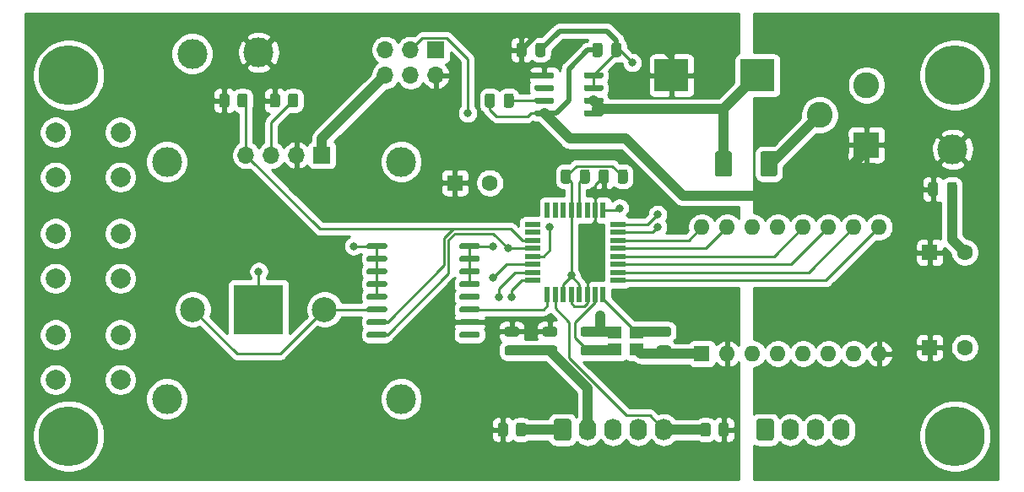
<source format=gbr>
G04 #@! TF.GenerationSoftware,KiCad,Pcbnew,(5.1.10)-1*
G04 #@! TF.CreationDate,2021-11-16T09:58:39-05:00*
G04 #@! TF.ProjectId,KittyCaddyV2,4b697474-7943-4616-9464-7956322e6b69,rev?*
G04 #@! TF.SameCoordinates,Original*
G04 #@! TF.FileFunction,Copper,L1,Top*
G04 #@! TF.FilePolarity,Positive*
%FSLAX46Y46*%
G04 Gerber Fmt 4.6, Leading zero omitted, Abs format (unit mm)*
G04 Created by KiCad (PCBNEW (5.1.10)-1) date 2021-11-16 09:58:39*
%MOMM*%
%LPD*%
G01*
G04 APERTURE LIST*
G04 #@! TA.AperFunction,ComponentPad*
%ADD10C,3.000000*%
G04 #@! TD*
G04 #@! TA.AperFunction,SMDPad,CuDef*
%ADD11R,3.439000X3.251000*%
G04 #@! TD*
G04 #@! TA.AperFunction,ComponentPad*
%ADD12C,2.500000*%
G04 #@! TD*
G04 #@! TA.AperFunction,ConnectorPad*
%ADD13R,5.000000X5.000000*%
G04 #@! TD*
G04 #@! TA.AperFunction,ComponentPad*
%ADD14C,1.600000*%
G04 #@! TD*
G04 #@! TA.AperFunction,ComponentPad*
%ADD15R,1.600000X1.600000*%
G04 #@! TD*
G04 #@! TA.AperFunction,ComponentPad*
%ADD16C,6.000000*%
G04 #@! TD*
G04 #@! TA.AperFunction,SMDPad,CuDef*
%ADD17R,1.400000X1.200000*%
G04 #@! TD*
G04 #@! TA.AperFunction,SMDPad,CuDef*
%ADD18R,0.550000X1.600000*%
G04 #@! TD*
G04 #@! TA.AperFunction,SMDPad,CuDef*
%ADD19R,1.600000X0.550000*%
G04 #@! TD*
G04 #@! TA.AperFunction,ComponentPad*
%ADD20C,2.000000*%
G04 #@! TD*
G04 #@! TA.AperFunction,ComponentPad*
%ADD21O,1.740000X2.190000*%
G04 #@! TD*
G04 #@! TA.AperFunction,ComponentPad*
%ADD22O,1.700000X1.700000*%
G04 #@! TD*
G04 #@! TA.AperFunction,ComponentPad*
%ADD23R,1.700000X1.700000*%
G04 #@! TD*
G04 #@! TA.AperFunction,ComponentPad*
%ADD24C,2.600000*%
G04 #@! TD*
G04 #@! TA.AperFunction,ComponentPad*
%ADD25R,2.600000X2.600000*%
G04 #@! TD*
G04 #@! TA.AperFunction,ComponentPad*
%ADD26O,1.600000X1.600000*%
G04 #@! TD*
G04 #@! TA.AperFunction,ViaPad*
%ADD27C,0.800000*%
G04 #@! TD*
G04 #@! TA.AperFunction,Conductor*
%ADD28C,0.250000*%
G04 #@! TD*
G04 #@! TA.AperFunction,Conductor*
%ADD29C,0.500000*%
G04 #@! TD*
G04 #@! TA.AperFunction,Conductor*
%ADD30C,1.000000*%
G04 #@! TD*
G04 #@! TA.AperFunction,Conductor*
%ADD31C,0.254000*%
G04 #@! TD*
G04 #@! TA.AperFunction,Conductor*
%ADD32C,0.100000*%
G04 #@! TD*
G04 APERTURE END LIST*
G04 #@! TO.P,U3,16*
G04 #@! TO.N,SCL*
G04 #@! TA.AperFunction,SMDPad,CuDef*
G36*
G01*
X115755000Y-95735000D02*
X115755000Y-96035000D01*
G75*
G02*
X115605000Y-96185000I-150000J0D01*
G01*
X113855000Y-96185000D01*
G75*
G02*
X113705000Y-96035000I0J150000D01*
G01*
X113705000Y-95735000D01*
G75*
G02*
X113855000Y-95585000I150000J0D01*
G01*
X115605000Y-95585000D01*
G75*
G02*
X115755000Y-95735000I0J-150000D01*
G01*
G37*
G04 #@! TD.AperFunction*
G04 #@! TO.P,U3,15*
G04 #@! TO.N,SDA*
G04 #@! TA.AperFunction,SMDPad,CuDef*
G36*
G01*
X115755000Y-94465000D02*
X115755000Y-94765000D01*
G75*
G02*
X115605000Y-94915000I-150000J0D01*
G01*
X113855000Y-94915000D01*
G75*
G02*
X113705000Y-94765000I0J150000D01*
G01*
X113705000Y-94465000D01*
G75*
G02*
X113855000Y-94315000I150000J0D01*
G01*
X115605000Y-94315000D01*
G75*
G02*
X115755000Y-94465000I0J-150000D01*
G01*
G37*
G04 #@! TD.AperFunction*
G04 #@! TO.P,U3,14*
G04 #@! TO.N,/VBAT*
G04 #@! TA.AperFunction,SMDPad,CuDef*
G36*
G01*
X115755000Y-93195000D02*
X115755000Y-93495000D01*
G75*
G02*
X115605000Y-93645000I-150000J0D01*
G01*
X113855000Y-93645000D01*
G75*
G02*
X113705000Y-93495000I0J150000D01*
G01*
X113705000Y-93195000D01*
G75*
G02*
X113855000Y-93045000I150000J0D01*
G01*
X115605000Y-93045000D01*
G75*
G02*
X115755000Y-93195000I0J-150000D01*
G01*
G37*
G04 #@! TD.AperFunction*
G04 #@! TO.P,U3,13*
G04 #@! TO.N,GND*
G04 #@! TA.AperFunction,SMDPad,CuDef*
G36*
G01*
X115755000Y-91925000D02*
X115755000Y-92225000D01*
G75*
G02*
X115605000Y-92375000I-150000J0D01*
G01*
X113855000Y-92375000D01*
G75*
G02*
X113705000Y-92225000I0J150000D01*
G01*
X113705000Y-91925000D01*
G75*
G02*
X113855000Y-91775000I150000J0D01*
G01*
X115605000Y-91775000D01*
G75*
G02*
X115755000Y-91925000I0J-150000D01*
G01*
G37*
G04 #@! TD.AperFunction*
G04 #@! TO.P,U3,12*
G04 #@! TA.AperFunction,SMDPad,CuDef*
G36*
G01*
X115755000Y-90655000D02*
X115755000Y-90955000D01*
G75*
G02*
X115605000Y-91105000I-150000J0D01*
G01*
X113855000Y-91105000D01*
G75*
G02*
X113705000Y-90955000I0J150000D01*
G01*
X113705000Y-90655000D01*
G75*
G02*
X113855000Y-90505000I150000J0D01*
G01*
X115605000Y-90505000D01*
G75*
G02*
X115755000Y-90655000I0J-150000D01*
G01*
G37*
G04 #@! TD.AperFunction*
G04 #@! TO.P,U3,11*
G04 #@! TA.AperFunction,SMDPad,CuDef*
G36*
G01*
X115755000Y-89385000D02*
X115755000Y-89685000D01*
G75*
G02*
X115605000Y-89835000I-150000J0D01*
G01*
X113855000Y-89835000D01*
G75*
G02*
X113705000Y-89685000I0J150000D01*
G01*
X113705000Y-89385000D01*
G75*
G02*
X113855000Y-89235000I150000J0D01*
G01*
X115605000Y-89235000D01*
G75*
G02*
X115755000Y-89385000I0J-150000D01*
G01*
G37*
G04 #@! TD.AperFunction*
G04 #@! TO.P,U3,10*
G04 #@! TA.AperFunction,SMDPad,CuDef*
G36*
G01*
X115755000Y-88115000D02*
X115755000Y-88415000D01*
G75*
G02*
X115605000Y-88565000I-150000J0D01*
G01*
X113855000Y-88565000D01*
G75*
G02*
X113705000Y-88415000I0J150000D01*
G01*
X113705000Y-88115000D01*
G75*
G02*
X113855000Y-87965000I150000J0D01*
G01*
X115605000Y-87965000D01*
G75*
G02*
X115755000Y-88115000I0J-150000D01*
G01*
G37*
G04 #@! TD.AperFunction*
G04 #@! TO.P,U3,9*
G04 #@! TA.AperFunction,SMDPad,CuDef*
G36*
G01*
X115755000Y-86845000D02*
X115755000Y-87145000D01*
G75*
G02*
X115605000Y-87295000I-150000J0D01*
G01*
X113855000Y-87295000D01*
G75*
G02*
X113705000Y-87145000I0J150000D01*
G01*
X113705000Y-86845000D01*
G75*
G02*
X113855000Y-86695000I150000J0D01*
G01*
X115605000Y-86695000D01*
G75*
G02*
X115755000Y-86845000I0J-150000D01*
G01*
G37*
G04 #@! TD.AperFunction*
G04 #@! TO.P,U3,8*
G04 #@! TA.AperFunction,SMDPad,CuDef*
G36*
G01*
X125055000Y-86845000D02*
X125055000Y-87145000D01*
G75*
G02*
X124905000Y-87295000I-150000J0D01*
G01*
X123155000Y-87295000D01*
G75*
G02*
X123005000Y-87145000I0J150000D01*
G01*
X123005000Y-86845000D01*
G75*
G02*
X123155000Y-86695000I150000J0D01*
G01*
X124905000Y-86695000D01*
G75*
G02*
X125055000Y-86845000I0J-150000D01*
G01*
G37*
G04 #@! TD.AperFunction*
G04 #@! TO.P,U3,7*
G04 #@! TA.AperFunction,SMDPad,CuDef*
G36*
G01*
X125055000Y-88115000D02*
X125055000Y-88415000D01*
G75*
G02*
X124905000Y-88565000I-150000J0D01*
G01*
X123155000Y-88565000D01*
G75*
G02*
X123005000Y-88415000I0J150000D01*
G01*
X123005000Y-88115000D01*
G75*
G02*
X123155000Y-87965000I150000J0D01*
G01*
X124905000Y-87965000D01*
G75*
G02*
X125055000Y-88115000I0J-150000D01*
G01*
G37*
G04 #@! TD.AperFunction*
G04 #@! TO.P,U3,6*
G04 #@! TA.AperFunction,SMDPad,CuDef*
G36*
G01*
X125055000Y-89385000D02*
X125055000Y-89685000D01*
G75*
G02*
X124905000Y-89835000I-150000J0D01*
G01*
X123155000Y-89835000D01*
G75*
G02*
X123005000Y-89685000I0J150000D01*
G01*
X123005000Y-89385000D01*
G75*
G02*
X123155000Y-89235000I150000J0D01*
G01*
X124905000Y-89235000D01*
G75*
G02*
X125055000Y-89385000I0J-150000D01*
G01*
G37*
G04 #@! TD.AperFunction*
G04 #@! TO.P,U3,5*
G04 #@! TA.AperFunction,SMDPad,CuDef*
G36*
G01*
X125055000Y-90655000D02*
X125055000Y-90955000D01*
G75*
G02*
X124905000Y-91105000I-150000J0D01*
G01*
X123155000Y-91105000D01*
G75*
G02*
X123005000Y-90955000I0J150000D01*
G01*
X123005000Y-90655000D01*
G75*
G02*
X123155000Y-90505000I150000J0D01*
G01*
X124905000Y-90505000D01*
G75*
G02*
X125055000Y-90655000I0J-150000D01*
G01*
G37*
G04 #@! TD.AperFunction*
G04 #@! TO.P,U3,4*
G04 #@! TO.N,Net-(U3-Pad4)*
G04 #@! TA.AperFunction,SMDPad,CuDef*
G36*
G01*
X125055000Y-91925000D02*
X125055000Y-92225000D01*
G75*
G02*
X124905000Y-92375000I-150000J0D01*
G01*
X123155000Y-92375000D01*
G75*
G02*
X123005000Y-92225000I0J150000D01*
G01*
X123005000Y-91925000D01*
G75*
G02*
X123155000Y-91775000I150000J0D01*
G01*
X124905000Y-91775000D01*
G75*
G02*
X125055000Y-91925000I0J-150000D01*
G01*
G37*
G04 #@! TD.AperFunction*
G04 #@! TO.P,U3,3*
G04 #@! TO.N,ALARM*
G04 #@! TA.AperFunction,SMDPad,CuDef*
G36*
G01*
X125055000Y-93195000D02*
X125055000Y-93495000D01*
G75*
G02*
X124905000Y-93645000I-150000J0D01*
G01*
X123155000Y-93645000D01*
G75*
G02*
X123005000Y-93495000I0J150000D01*
G01*
X123005000Y-93195000D01*
G75*
G02*
X123155000Y-93045000I150000J0D01*
G01*
X124905000Y-93045000D01*
G75*
G02*
X125055000Y-93195000I0J-150000D01*
G01*
G37*
G04 #@! TD.AperFunction*
G04 #@! TO.P,U3,2*
G04 #@! TO.N,+5V*
G04 #@! TA.AperFunction,SMDPad,CuDef*
G36*
G01*
X125055000Y-94465000D02*
X125055000Y-94765000D01*
G75*
G02*
X124905000Y-94915000I-150000J0D01*
G01*
X123155000Y-94915000D01*
G75*
G02*
X123005000Y-94765000I0J150000D01*
G01*
X123005000Y-94465000D01*
G75*
G02*
X123155000Y-94315000I150000J0D01*
G01*
X124905000Y-94315000D01*
G75*
G02*
X125055000Y-94465000I0J-150000D01*
G01*
G37*
G04 #@! TD.AperFunction*
G04 #@! TO.P,U3,1*
G04 #@! TO.N,Net-(U3-Pad1)*
G04 #@! TA.AperFunction,SMDPad,CuDef*
G36*
G01*
X125055000Y-95735000D02*
X125055000Y-96035000D01*
G75*
G02*
X124905000Y-96185000I-150000J0D01*
G01*
X123155000Y-96185000D01*
G75*
G02*
X123005000Y-96035000I0J150000D01*
G01*
X123005000Y-95735000D01*
G75*
G02*
X123155000Y-95585000I150000J0D01*
G01*
X124905000Y-95585000D01*
G75*
G02*
X125055000Y-95735000I0J-150000D01*
G01*
G37*
G04 #@! TD.AperFunction*
G04 #@! TD*
D10*
G04 #@! TO.P,TP3,1*
G04 #@! TO.N,GND*
X96202500Y-67691000D03*
G04 #@! TD*
G04 #@! TO.P,TP2,1*
G04 #@! TO.N,+5V*
X102870000Y-67564000D03*
G04 #@! TD*
G04 #@! TO.P,TP1,1*
G04 #@! TO.N,+12V*
X172466000Y-77279500D03*
G04 #@! TD*
D11*
G04 #@! TO.P,L1,2*
G04 #@! TO.N,+5V*
X144277000Y-69850000D03*
G04 #@! TO.P,L1,1*
G04 #@! TO.N,Net-(D1-Pad1)*
X152903000Y-69850000D03*
G04 #@! TD*
D12*
G04 #@! TO.P,BT1,1*
G04 #@! TO.N,/VBAT*
X96270000Y-93345000D03*
D13*
G04 #@! TO.P,BT1,2*
G04 #@! TO.N,GND*
X102870000Y-93345000D03*
D12*
G04 #@! TO.P,BT1,1*
G04 #@! TO.N,/VBAT*
X109470000Y-93345000D03*
G04 #@! TD*
D14*
G04 #@! TO.P,C10,2*
G04 #@! TO.N,GND*
X126055000Y-80645000D03*
D15*
G04 #@! TO.P,C10,1*
G04 #@! TO.N,+5V*
X122555000Y-80645000D03*
G04 #@! TD*
D14*
G04 #@! TO.P,C3,2*
G04 #@! TO.N,GND*
X173680000Y-87630000D03*
D15*
G04 #@! TO.P,C3,1*
G04 #@! TO.N,+12V*
X170180000Y-87630000D03*
G04 #@! TD*
D14*
G04 #@! TO.P,C2,2*
G04 #@! TO.N,GND*
X173680000Y-97155000D03*
D15*
G04 #@! TO.P,C2,1*
G04 #@! TO.N,+12V*
X170180000Y-97155000D03*
G04 #@! TD*
D16*
G04 #@! TO.P,H4,1*
G04 #@! TO.N,N/C*
X172720000Y-106045000D03*
G04 #@! TD*
G04 #@! TO.P,H3,1*
G04 #@! TO.N,N/C*
X83820000Y-106045000D03*
G04 #@! TD*
G04 #@! TO.P,H2,1*
G04 #@! TO.N,N/C*
X172720000Y-69850000D03*
G04 #@! TD*
G04 #@! TO.P,H1,1*
G04 #@! TO.N,N/C*
X83820000Y-69850000D03*
G04 #@! TD*
D17*
G04 #@! TO.P,Y1,1*
G04 #@! TO.N,Net-(C11-Pad2)*
X138600000Y-97370000D03*
G04 #@! TO.P,Y1,2*
G04 #@! TO.N,GND*
X140800000Y-97370000D03*
G04 #@! TO.P,Y1,3*
G04 #@! TO.N,Net-(C12-Pad1)*
X140800000Y-95670000D03*
G04 #@! TO.P,Y1,4*
G04 #@! TO.N,GND*
X138600000Y-95670000D03*
G04 #@! TD*
G04 #@! TO.P,R4,2*
G04 #@! TO.N,SCL*
G04 #@! TA.AperFunction,SMDPad,CuDef*
G36*
G01*
X105810000Y-72840002D02*
X105810000Y-71939998D01*
G75*
G02*
X106059998Y-71690000I249998J0D01*
G01*
X106585002Y-71690000D01*
G75*
G02*
X106835000Y-71939998I0J-249998D01*
G01*
X106835000Y-72840002D01*
G75*
G02*
X106585002Y-73090000I-249998J0D01*
G01*
X106059998Y-73090000D01*
G75*
G02*
X105810000Y-72840002I0J249998D01*
G01*
G37*
G04 #@! TD.AperFunction*
G04 #@! TO.P,R4,1*
G04 #@! TO.N,+5V*
G04 #@! TA.AperFunction,SMDPad,CuDef*
G36*
G01*
X103985000Y-72840002D02*
X103985000Y-71939998D01*
G75*
G02*
X104234998Y-71690000I249998J0D01*
G01*
X104760002Y-71690000D01*
G75*
G02*
X105010000Y-71939998I0J-249998D01*
G01*
X105010000Y-72840002D01*
G75*
G02*
X104760002Y-73090000I-249998J0D01*
G01*
X104234998Y-73090000D01*
G75*
G02*
X103985000Y-72840002I0J249998D01*
G01*
G37*
G04 #@! TD.AperFunction*
G04 #@! TD*
G04 #@! TO.P,R3,2*
G04 #@! TO.N,SDA*
G04 #@! TA.AperFunction,SMDPad,CuDef*
G36*
G01*
X100730000Y-72840002D02*
X100730000Y-71939998D01*
G75*
G02*
X100979998Y-71690000I249998J0D01*
G01*
X101505002Y-71690000D01*
G75*
G02*
X101755000Y-71939998I0J-249998D01*
G01*
X101755000Y-72840002D01*
G75*
G02*
X101505002Y-73090000I-249998J0D01*
G01*
X100979998Y-73090000D01*
G75*
G02*
X100730000Y-72840002I0J249998D01*
G01*
G37*
G04 #@! TD.AperFunction*
G04 #@! TO.P,R3,1*
G04 #@! TO.N,+5V*
G04 #@! TA.AperFunction,SMDPad,CuDef*
G36*
G01*
X98905000Y-72840002D02*
X98905000Y-71939998D01*
G75*
G02*
X99154998Y-71690000I249998J0D01*
G01*
X99680002Y-71690000D01*
G75*
G02*
X99930000Y-71939998I0J-249998D01*
G01*
X99930000Y-72840002D01*
G75*
G02*
X99680002Y-73090000I-249998J0D01*
G01*
X99154998Y-73090000D01*
G75*
G02*
X98905000Y-72840002I0J249998D01*
G01*
G37*
G04 #@! TD.AperFunction*
G04 #@! TD*
G04 #@! TO.P,R1,2*
G04 #@! TO.N,HOMING*
G04 #@! TA.AperFunction,SMDPad,CuDef*
G36*
G01*
X148190000Y-104959998D02*
X148190000Y-105860002D01*
G75*
G02*
X147940002Y-106110000I-249998J0D01*
G01*
X147414998Y-106110000D01*
G75*
G02*
X147165000Y-105860002I0J249998D01*
G01*
X147165000Y-104959998D01*
G75*
G02*
X147414998Y-104710000I249998J0D01*
G01*
X147940002Y-104710000D01*
G75*
G02*
X148190000Y-104959998I0J-249998D01*
G01*
G37*
G04 #@! TD.AperFunction*
G04 #@! TO.P,R1,1*
G04 #@! TO.N,+5V*
G04 #@! TA.AperFunction,SMDPad,CuDef*
G36*
G01*
X150015000Y-104959998D02*
X150015000Y-105860002D01*
G75*
G02*
X149765002Y-106110000I-249998J0D01*
G01*
X149239998Y-106110000D01*
G75*
G02*
X148990000Y-105860002I0J249998D01*
G01*
X148990000Y-104959998D01*
G75*
G02*
X149239998Y-104710000I249998J0D01*
G01*
X149765002Y-104710000D01*
G75*
G02*
X150015000Y-104959998I0J-249998D01*
G01*
G37*
G04 #@! TD.AperFunction*
G04 #@! TD*
G04 #@! TO.P,R2,2*
G04 #@! TO.N,Net-(J2-Pad1)*
G04 #@! TA.AperFunction,SMDPad,CuDef*
G36*
G01*
X128670000Y-105860002D02*
X128670000Y-104959998D01*
G75*
G02*
X128919998Y-104710000I249998J0D01*
G01*
X129445002Y-104710000D01*
G75*
G02*
X129695000Y-104959998I0J-249998D01*
G01*
X129695000Y-105860002D01*
G75*
G02*
X129445002Y-106110000I-249998J0D01*
G01*
X128919998Y-106110000D01*
G75*
G02*
X128670000Y-105860002I0J249998D01*
G01*
G37*
G04 #@! TD.AperFunction*
G04 #@! TO.P,R2,1*
G04 #@! TO.N,+5V*
G04 #@! TA.AperFunction,SMDPad,CuDef*
G36*
G01*
X126845000Y-105860002D02*
X126845000Y-104959998D01*
G75*
G02*
X127094998Y-104710000I249998J0D01*
G01*
X127620002Y-104710000D01*
G75*
G02*
X127870000Y-104959998I0J-249998D01*
G01*
X127870000Y-105860002D01*
G75*
G02*
X127620002Y-106110000I-249998J0D01*
G01*
X127094998Y-106110000D01*
G75*
G02*
X126845000Y-105860002I0J249998D01*
G01*
G37*
G04 #@! TD.AperFunction*
G04 #@! TD*
G04 #@! TO.P,C12,1*
G04 #@! TO.N,Net-(C12-Pad1)*
G04 #@! TA.AperFunction,SMDPad,CuDef*
G36*
G01*
X143035000Y-95070000D02*
X143985000Y-95070000D01*
G75*
G02*
X144235000Y-95320000I0J-250000D01*
G01*
X144235000Y-95820000D01*
G75*
G02*
X143985000Y-96070000I-250000J0D01*
G01*
X143035000Y-96070000D01*
G75*
G02*
X142785000Y-95820000I0J250000D01*
G01*
X142785000Y-95320000D01*
G75*
G02*
X143035000Y-95070000I250000J0D01*
G01*
G37*
G04 #@! TD.AperFunction*
G04 #@! TO.P,C12,2*
G04 #@! TO.N,GND*
G04 #@! TA.AperFunction,SMDPad,CuDef*
G36*
G01*
X143035000Y-96970000D02*
X143985000Y-96970000D01*
G75*
G02*
X144235000Y-97220000I0J-250000D01*
G01*
X144235000Y-97720000D01*
G75*
G02*
X143985000Y-97970000I-250000J0D01*
G01*
X143035000Y-97970000D01*
G75*
G02*
X142785000Y-97720000I0J250000D01*
G01*
X142785000Y-97220000D01*
G75*
G02*
X143035000Y-96970000I250000J0D01*
G01*
G37*
G04 #@! TD.AperFunction*
G04 #@! TD*
G04 #@! TO.P,C11,1*
G04 #@! TO.N,GND*
G04 #@! TA.AperFunction,SMDPad,CuDef*
G36*
G01*
X135415000Y-95070000D02*
X136365000Y-95070000D01*
G75*
G02*
X136615000Y-95320000I0J-250000D01*
G01*
X136615000Y-95820000D01*
G75*
G02*
X136365000Y-96070000I-250000J0D01*
G01*
X135415000Y-96070000D01*
G75*
G02*
X135165000Y-95820000I0J250000D01*
G01*
X135165000Y-95320000D01*
G75*
G02*
X135415000Y-95070000I250000J0D01*
G01*
G37*
G04 #@! TD.AperFunction*
G04 #@! TO.P,C11,2*
G04 #@! TO.N,Net-(C11-Pad2)*
G04 #@! TA.AperFunction,SMDPad,CuDef*
G36*
G01*
X135415000Y-96970000D02*
X136365000Y-96970000D01*
G75*
G02*
X136615000Y-97220000I0J-250000D01*
G01*
X136615000Y-97720000D01*
G75*
G02*
X136365000Y-97970000I-250000J0D01*
G01*
X135415000Y-97970000D01*
G75*
G02*
X135165000Y-97720000I0J250000D01*
G01*
X135165000Y-97220000D01*
G75*
G02*
X135415000Y-96970000I250000J0D01*
G01*
G37*
G04 #@! TD.AperFunction*
G04 #@! TD*
G04 #@! TO.P,C7,1*
G04 #@! TO.N,+5V*
G04 #@! TA.AperFunction,SMDPad,CuDef*
G36*
G01*
X131605000Y-95070000D02*
X132555000Y-95070000D01*
G75*
G02*
X132805000Y-95320000I0J-250000D01*
G01*
X132805000Y-95820000D01*
G75*
G02*
X132555000Y-96070000I-250000J0D01*
G01*
X131605000Y-96070000D01*
G75*
G02*
X131355000Y-95820000I0J250000D01*
G01*
X131355000Y-95320000D01*
G75*
G02*
X131605000Y-95070000I250000J0D01*
G01*
G37*
G04 #@! TD.AperFunction*
G04 #@! TO.P,C7,2*
G04 #@! TO.N,GND*
G04 #@! TA.AperFunction,SMDPad,CuDef*
G36*
G01*
X131605000Y-96970000D02*
X132555000Y-96970000D01*
G75*
G02*
X132805000Y-97220000I0J-250000D01*
G01*
X132805000Y-97720000D01*
G75*
G02*
X132555000Y-97970000I-250000J0D01*
G01*
X131605000Y-97970000D01*
G75*
G02*
X131355000Y-97720000I0J250000D01*
G01*
X131355000Y-97220000D01*
G75*
G02*
X131605000Y-96970000I250000J0D01*
G01*
G37*
G04 #@! TD.AperFunction*
G04 #@! TD*
G04 #@! TO.P,C8,2*
G04 #@! TO.N,GND*
G04 #@! TA.AperFunction,SMDPad,CuDef*
G36*
G01*
X138880000Y-80485000D02*
X138880000Y-79535000D01*
G75*
G02*
X139130000Y-79285000I250000J0D01*
G01*
X139630000Y-79285000D01*
G75*
G02*
X139880000Y-79535000I0J-250000D01*
G01*
X139880000Y-80485000D01*
G75*
G02*
X139630000Y-80735000I-250000J0D01*
G01*
X139130000Y-80735000D01*
G75*
G02*
X138880000Y-80485000I0J250000D01*
G01*
G37*
G04 #@! TD.AperFunction*
G04 #@! TO.P,C8,1*
G04 #@! TO.N,+5V*
G04 #@! TA.AperFunction,SMDPad,CuDef*
G36*
G01*
X136980000Y-80485000D02*
X136980000Y-79535000D01*
G75*
G02*
X137230000Y-79285000I250000J0D01*
G01*
X137730000Y-79285000D01*
G75*
G02*
X137980000Y-79535000I0J-250000D01*
G01*
X137980000Y-80485000D01*
G75*
G02*
X137730000Y-80735000I-250000J0D01*
G01*
X137230000Y-80735000D01*
G75*
G02*
X136980000Y-80485000I0J250000D01*
G01*
G37*
G04 #@! TD.AperFunction*
G04 #@! TD*
G04 #@! TO.P,C9,2*
G04 #@! TO.N,GND*
G04 #@! TA.AperFunction,SMDPad,CuDef*
G36*
G01*
X130625000Y-67785000D02*
X130625000Y-66835000D01*
G75*
G02*
X130875000Y-66585000I250000J0D01*
G01*
X131375000Y-66585000D01*
G75*
G02*
X131625000Y-66835000I0J-250000D01*
G01*
X131625000Y-67785000D01*
G75*
G02*
X131375000Y-68035000I-250000J0D01*
G01*
X130875000Y-68035000D01*
G75*
G02*
X130625000Y-67785000I0J250000D01*
G01*
G37*
G04 #@! TD.AperFunction*
G04 #@! TO.P,C9,1*
G04 #@! TO.N,+5V*
G04 #@! TA.AperFunction,SMDPad,CuDef*
G36*
G01*
X128725000Y-67785000D02*
X128725000Y-66835000D01*
G75*
G02*
X128975000Y-66585000I250000J0D01*
G01*
X129475000Y-66585000D01*
G75*
G02*
X129725000Y-66835000I0J-250000D01*
G01*
X129725000Y-67785000D01*
G75*
G02*
X129475000Y-68035000I-250000J0D01*
G01*
X128975000Y-68035000D01*
G75*
G02*
X128725000Y-67785000I0J250000D01*
G01*
G37*
G04 #@! TD.AperFunction*
G04 #@! TD*
G04 #@! TO.P,C4,2*
G04 #@! TO.N,GND*
G04 #@! TA.AperFunction,SMDPad,CuDef*
G36*
G01*
X138245000Y-67785000D02*
X138245000Y-66835000D01*
G75*
G02*
X138495000Y-66585000I250000J0D01*
G01*
X138995000Y-66585000D01*
G75*
G02*
X139245000Y-66835000I0J-250000D01*
G01*
X139245000Y-67785000D01*
G75*
G02*
X138995000Y-68035000I-250000J0D01*
G01*
X138495000Y-68035000D01*
G75*
G02*
X138245000Y-67785000I0J250000D01*
G01*
G37*
G04 #@! TD.AperFunction*
G04 #@! TO.P,C4,1*
G04 #@! TO.N,+12V*
G04 #@! TA.AperFunction,SMDPad,CuDef*
G36*
G01*
X136345000Y-67785000D02*
X136345000Y-66835000D01*
G75*
G02*
X136595000Y-66585000I250000J0D01*
G01*
X137095000Y-66585000D01*
G75*
G02*
X137345000Y-66835000I0J-250000D01*
G01*
X137345000Y-67785000D01*
G75*
G02*
X137095000Y-68035000I-250000J0D01*
G01*
X136595000Y-68035000D01*
G75*
G02*
X136345000Y-67785000I0J250000D01*
G01*
G37*
G04 #@! TD.AperFunction*
G04 #@! TD*
G04 #@! TO.P,C5,1*
G04 #@! TO.N,Net-(C5-Pad1)*
G04 #@! TA.AperFunction,SMDPad,CuDef*
G36*
G01*
X136070000Y-79535000D02*
X136070000Y-80485000D01*
G75*
G02*
X135820000Y-80735000I-250000J0D01*
G01*
X135320000Y-80735000D01*
G75*
G02*
X135070000Y-80485000I0J250000D01*
G01*
X135070000Y-79535000D01*
G75*
G02*
X135320000Y-79285000I250000J0D01*
G01*
X135820000Y-79285000D01*
G75*
G02*
X136070000Y-79535000I0J-250000D01*
G01*
G37*
G04 #@! TD.AperFunction*
G04 #@! TO.P,C5,2*
G04 #@! TO.N,GND*
G04 #@! TA.AperFunction,SMDPad,CuDef*
G36*
G01*
X134170000Y-79535000D02*
X134170000Y-80485000D01*
G75*
G02*
X133920000Y-80735000I-250000J0D01*
G01*
X133420000Y-80735000D01*
G75*
G02*
X133170000Y-80485000I0J250000D01*
G01*
X133170000Y-79535000D01*
G75*
G02*
X133420000Y-79285000I250000J0D01*
G01*
X133920000Y-79285000D01*
G75*
G02*
X134170000Y-79535000I0J-250000D01*
G01*
G37*
G04 #@! TD.AperFunction*
G04 #@! TD*
G04 #@! TO.P,C6,2*
G04 #@! TO.N,Net-(C6-Pad2)*
G04 #@! TA.AperFunction,SMDPad,CuDef*
G36*
G01*
X127450000Y-72865000D02*
X127450000Y-71915000D01*
G75*
G02*
X127700000Y-71665000I250000J0D01*
G01*
X128200000Y-71665000D01*
G75*
G02*
X128450000Y-71915000I0J-250000D01*
G01*
X128450000Y-72865000D01*
G75*
G02*
X128200000Y-73115000I-250000J0D01*
G01*
X127700000Y-73115000D01*
G75*
G02*
X127450000Y-72865000I0J250000D01*
G01*
G37*
G04 #@! TD.AperFunction*
G04 #@! TO.P,C6,1*
G04 #@! TO.N,+12V*
G04 #@! TA.AperFunction,SMDPad,CuDef*
G36*
G01*
X125550000Y-72865000D02*
X125550000Y-71915000D01*
G75*
G02*
X125800000Y-71665000I250000J0D01*
G01*
X126300000Y-71665000D01*
G75*
G02*
X126550000Y-71915000I0J-250000D01*
G01*
X126550000Y-72865000D01*
G75*
G02*
X126300000Y-73115000I-250000J0D01*
G01*
X125800000Y-73115000D01*
G75*
G02*
X125550000Y-72865000I0J250000D01*
G01*
G37*
G04 #@! TD.AperFunction*
G04 #@! TD*
G04 #@! TO.P,C1,2*
G04 #@! TO.N,GND*
G04 #@! TA.AperFunction,SMDPad,CuDef*
G36*
G01*
X171900000Y-81755000D02*
X171900000Y-80805000D01*
G75*
G02*
X172150000Y-80555000I250000J0D01*
G01*
X172650000Y-80555000D01*
G75*
G02*
X172900000Y-80805000I0J-250000D01*
G01*
X172900000Y-81755000D01*
G75*
G02*
X172650000Y-82005000I-250000J0D01*
G01*
X172150000Y-82005000D01*
G75*
G02*
X171900000Y-81755000I0J250000D01*
G01*
G37*
G04 #@! TD.AperFunction*
G04 #@! TO.P,C1,1*
G04 #@! TO.N,+12V*
G04 #@! TA.AperFunction,SMDPad,CuDef*
G36*
G01*
X170000000Y-81755000D02*
X170000000Y-80805000D01*
G75*
G02*
X170250000Y-80555000I250000J0D01*
G01*
X170750000Y-80555000D01*
G75*
G02*
X171000000Y-80805000I0J-250000D01*
G01*
X171000000Y-81755000D01*
G75*
G02*
X170750000Y-82005000I-250000J0D01*
G01*
X170250000Y-82005000D01*
G75*
G02*
X170000000Y-81755000I0J250000D01*
G01*
G37*
G04 #@! TD.AperFunction*
G04 #@! TD*
G04 #@! TO.P,C13,1*
G04 #@! TO.N,+5V*
G04 #@! TA.AperFunction,SMDPad,CuDef*
G36*
G01*
X127795000Y-95070000D02*
X128745000Y-95070000D01*
G75*
G02*
X128995000Y-95320000I0J-250000D01*
G01*
X128995000Y-95820000D01*
G75*
G02*
X128745000Y-96070000I-250000J0D01*
G01*
X127795000Y-96070000D01*
G75*
G02*
X127545000Y-95820000I0J250000D01*
G01*
X127545000Y-95320000D01*
G75*
G02*
X127795000Y-95070000I250000J0D01*
G01*
G37*
G04 #@! TD.AperFunction*
G04 #@! TO.P,C13,2*
G04 #@! TO.N,GND*
G04 #@! TA.AperFunction,SMDPad,CuDef*
G36*
G01*
X127795000Y-96970000D02*
X128745000Y-96970000D01*
G75*
G02*
X128995000Y-97220000I0J-250000D01*
G01*
X128995000Y-97720000D01*
G75*
G02*
X128745000Y-97970000I-250000J0D01*
G01*
X127795000Y-97970000D01*
G75*
G02*
X127545000Y-97720000I0J250000D01*
G01*
X127545000Y-97220000D01*
G75*
G02*
X127795000Y-96970000I250000J0D01*
G01*
G37*
G04 #@! TD.AperFunction*
G04 #@! TD*
D18*
G04 #@! TO.P,U1,1*
G04 #@! TO.N,ALARM*
X131820000Y-91880000D03*
G04 #@! TO.P,U1,2*
G04 #@! TO.N,HOMING*
X132620000Y-91880000D03*
G04 #@! TO.P,U1,3*
G04 #@! TO.N,GND*
X133420000Y-91880000D03*
G04 #@! TO.P,U1,4*
G04 #@! TO.N,+5V*
X134220000Y-91880000D03*
G04 #@! TO.P,U1,5*
G04 #@! TO.N,GND*
X135020000Y-91880000D03*
G04 #@! TO.P,U1,6*
G04 #@! TO.N,+5V*
X135820000Y-91880000D03*
G04 #@! TO.P,U1,7*
G04 #@! TO.N,Net-(C11-Pad2)*
X136620000Y-91880000D03*
G04 #@! TO.P,U1,8*
G04 #@! TO.N,Net-(C12-Pad1)*
X137420000Y-91880000D03*
D19*
G04 #@! TO.P,U1,9*
G04 #@! TO.N,STEP_EN*
X138870000Y-90430000D03*
G04 #@! TO.P,U1,10*
G04 #@! TO.N,MS1*
X138870000Y-89630000D03*
G04 #@! TO.P,U1,11*
G04 #@! TO.N,MS2*
X138870000Y-88830000D03*
G04 #@! TO.P,U1,12*
G04 #@! TO.N,MS3*
X138870000Y-88030000D03*
G04 #@! TO.P,U1,13*
G04 #@! TO.N,STEP*
X138870000Y-87230000D03*
G04 #@! TO.P,U1,14*
G04 #@! TO.N,DIR*
X138870000Y-86430000D03*
G04 #@! TO.P,U1,15*
G04 #@! TO.N,MOSI*
X138870000Y-85630000D03*
G04 #@! TO.P,U1,16*
G04 #@! TO.N,MISO*
X138870000Y-84830000D03*
D18*
G04 #@! TO.P,U1,17*
G04 #@! TO.N,SCK*
X137420000Y-83380000D03*
G04 #@! TO.P,U1,18*
G04 #@! TO.N,+5V*
X136620000Y-83380000D03*
G04 #@! TO.P,U1,19*
G04 #@! TO.N,Net-(U1-Pad19)*
X135820000Y-83380000D03*
G04 #@! TO.P,U1,20*
G04 #@! TO.N,Net-(C5-Pad1)*
X135020000Y-83380000D03*
G04 #@! TO.P,U1,21*
G04 #@! TO.N,GND*
X134220000Y-83380000D03*
G04 #@! TO.P,U1,22*
G04 #@! TO.N,Net-(U1-Pad22)*
X133420000Y-83380000D03*
G04 #@! TO.P,U1,23*
G04 #@! TO.N,Net-(U1-Pad23)*
X132620000Y-83380000D03*
G04 #@! TO.P,U1,24*
G04 #@! TO.N,Net-(U1-Pad24)*
X131820000Y-83380000D03*
D19*
G04 #@! TO.P,U1,25*
G04 #@! TO.N,Net-(U1-Pad25)*
X130370000Y-84830000D03*
G04 #@! TO.P,U1,26*
G04 #@! TO.N,Net-(U1-Pad26)*
X130370000Y-85630000D03*
G04 #@! TO.P,U1,27*
G04 #@! TO.N,SDA*
X130370000Y-86430000D03*
G04 #@! TO.P,U1,28*
G04 #@! TO.N,SCL*
X130370000Y-87230000D03*
G04 #@! TO.P,U1,29*
G04 #@! TO.N,SS_RESET*
X130370000Y-88030000D03*
G04 #@! TO.P,U1,30*
G04 #@! TO.N,SW_UP*
X130370000Y-88830000D03*
G04 #@! TO.P,U1,31*
G04 #@! TO.N,SW_MID*
X130370000Y-89630000D03*
G04 #@! TO.P,U1,32*
G04 #@! TO.N,SW_DOWN*
X130370000Y-90430000D03*
G04 #@! TD*
G04 #@! TO.P,U2,8*
G04 #@! TO.N,GND*
G04 #@! TA.AperFunction,SMDPad,CuDef*
G36*
G01*
X135485000Y-70000000D02*
X135485000Y-69700000D01*
G75*
G02*
X135635000Y-69550000I150000J0D01*
G01*
X137285000Y-69550000D01*
G75*
G02*
X137435000Y-69700000I0J-150000D01*
G01*
X137435000Y-70000000D01*
G75*
G02*
X137285000Y-70150000I-150000J0D01*
G01*
X135635000Y-70150000D01*
G75*
G02*
X135485000Y-70000000I0J150000D01*
G01*
G37*
G04 #@! TD.AperFunction*
G04 #@! TO.P,U2,7*
G04 #@! TA.AperFunction,SMDPad,CuDef*
G36*
G01*
X135485000Y-71270000D02*
X135485000Y-70970000D01*
G75*
G02*
X135635000Y-70820000I150000J0D01*
G01*
X137285000Y-70820000D01*
G75*
G02*
X137435000Y-70970000I0J-150000D01*
G01*
X137435000Y-71270000D01*
G75*
G02*
X137285000Y-71420000I-150000J0D01*
G01*
X135635000Y-71420000D01*
G75*
G02*
X135485000Y-71270000I0J150000D01*
G01*
G37*
G04 #@! TD.AperFunction*
G04 #@! TO.P,U2,6*
G04 #@! TO.N,Net-(D1-Pad1)*
G04 #@! TA.AperFunction,SMDPad,CuDef*
G36*
G01*
X135485000Y-72540000D02*
X135485000Y-72240000D01*
G75*
G02*
X135635000Y-72090000I150000J0D01*
G01*
X137285000Y-72090000D01*
G75*
G02*
X137435000Y-72240000I0J-150000D01*
G01*
X137435000Y-72540000D01*
G75*
G02*
X137285000Y-72690000I-150000J0D01*
G01*
X135635000Y-72690000D01*
G75*
G02*
X135485000Y-72540000I0J150000D01*
G01*
G37*
G04 #@! TD.AperFunction*
G04 #@! TO.P,U2,5*
G04 #@! TA.AperFunction,SMDPad,CuDef*
G36*
G01*
X135485000Y-73810000D02*
X135485000Y-73510000D01*
G75*
G02*
X135635000Y-73360000I150000J0D01*
G01*
X137285000Y-73360000D01*
G75*
G02*
X137435000Y-73510000I0J-150000D01*
G01*
X137435000Y-73810000D01*
G75*
G02*
X137285000Y-73960000I-150000J0D01*
G01*
X135635000Y-73960000D01*
G75*
G02*
X135485000Y-73810000I0J150000D01*
G01*
G37*
G04 #@! TD.AperFunction*
G04 #@! TO.P,U2,4*
G04 #@! TO.N,+12V*
G04 #@! TA.AperFunction,SMDPad,CuDef*
G36*
G01*
X130535000Y-73810000D02*
X130535000Y-73510000D01*
G75*
G02*
X130685000Y-73360000I150000J0D01*
G01*
X132335000Y-73360000D01*
G75*
G02*
X132485000Y-73510000I0J-150000D01*
G01*
X132485000Y-73810000D01*
G75*
G02*
X132335000Y-73960000I-150000J0D01*
G01*
X130685000Y-73960000D01*
G75*
G02*
X130535000Y-73810000I0J150000D01*
G01*
G37*
G04 #@! TD.AperFunction*
G04 #@! TO.P,U2,3*
G04 #@! TO.N,Net-(C6-Pad2)*
G04 #@! TA.AperFunction,SMDPad,CuDef*
G36*
G01*
X130535000Y-72540000D02*
X130535000Y-72240000D01*
G75*
G02*
X130685000Y-72090000I150000J0D01*
G01*
X132335000Y-72090000D01*
G75*
G02*
X132485000Y-72240000I0J-150000D01*
G01*
X132485000Y-72540000D01*
G75*
G02*
X132335000Y-72690000I-150000J0D01*
G01*
X130685000Y-72690000D01*
G75*
G02*
X130535000Y-72540000I0J150000D01*
G01*
G37*
G04 #@! TD.AperFunction*
G04 #@! TO.P,U2,2*
G04 #@! TO.N,Net-(U2-Pad2)*
G04 #@! TA.AperFunction,SMDPad,CuDef*
G36*
G01*
X130535000Y-71270000D02*
X130535000Y-70970000D01*
G75*
G02*
X130685000Y-70820000I150000J0D01*
G01*
X132335000Y-70820000D01*
G75*
G02*
X132485000Y-70970000I0J-150000D01*
G01*
X132485000Y-71270000D01*
G75*
G02*
X132335000Y-71420000I-150000J0D01*
G01*
X130685000Y-71420000D01*
G75*
G02*
X130535000Y-71270000I0J150000D01*
G01*
G37*
G04 #@! TD.AperFunction*
G04 #@! TO.P,U2,1*
G04 #@! TO.N,+5V*
G04 #@! TA.AperFunction,SMDPad,CuDef*
G36*
G01*
X130535000Y-70000000D02*
X130535000Y-69700000D01*
G75*
G02*
X130685000Y-69550000I150000J0D01*
G01*
X132335000Y-69550000D01*
G75*
G02*
X132485000Y-69700000I0J-150000D01*
G01*
X132485000Y-70000000D01*
G75*
G02*
X132335000Y-70150000I-150000J0D01*
G01*
X130685000Y-70150000D01*
G75*
G02*
X130535000Y-70000000I0J150000D01*
G01*
G37*
G04 #@! TD.AperFunction*
G04 #@! TD*
D20*
G04 #@! TO.P,SW3,1*
G04 #@! TO.N,GND*
X89000400Y-100395600D03*
G04 #@! TO.P,SW3,2*
G04 #@! TO.N,SW_DOWN*
X89000400Y-95895600D03*
G04 #@! TO.P,SW3,1*
G04 #@! TO.N,GND*
X82500400Y-100395600D03*
G04 #@! TO.P,SW3,2*
G04 #@! TO.N,SW_DOWN*
X82500400Y-95895600D03*
G04 #@! TD*
G04 #@! TO.P,SW2,1*
G04 #@! TO.N,GND*
X89000400Y-90235600D03*
G04 #@! TO.P,SW2,2*
G04 #@! TO.N,SW_MID*
X89000400Y-85735600D03*
G04 #@! TO.P,SW2,1*
G04 #@! TO.N,GND*
X82500400Y-90235600D03*
G04 #@! TO.P,SW2,2*
G04 #@! TO.N,SW_MID*
X82500400Y-85735600D03*
G04 #@! TD*
G04 #@! TO.P,SW1,1*
G04 #@! TO.N,GND*
X89000400Y-80075600D03*
G04 #@! TO.P,SW1,2*
G04 #@! TO.N,SW_UP*
X89000400Y-75575600D03*
G04 #@! TO.P,SW1,1*
G04 #@! TO.N,GND*
X82500400Y-80075600D03*
G04 #@! TO.P,SW1,2*
G04 #@! TO.N,SW_UP*
X82500400Y-75575600D03*
G04 #@! TD*
D21*
G04 #@! TO.P,J3,4*
G04 #@! TO.N,Net-(A1-Pad6)*
X161290000Y-105410000D03*
G04 #@! TO.P,J3,3*
G04 #@! TO.N,Net-(A1-Pad5)*
X158750000Y-105410000D03*
G04 #@! TO.P,J3,2*
G04 #@! TO.N,Net-(A1-Pad4)*
X156210000Y-105410000D03*
G04 #@! TO.P,J3,1*
G04 #@! TO.N,Net-(A1-Pad3)*
G04 #@! TA.AperFunction,ComponentPad*
G36*
G01*
X152800000Y-106255001D02*
X152800000Y-104564999D01*
G75*
G02*
X153049999Y-104315000I249999J0D01*
G01*
X154290001Y-104315000D01*
G75*
G02*
X154540000Y-104564999I0J-249999D01*
G01*
X154540000Y-106255001D01*
G75*
G02*
X154290001Y-106505000I-249999J0D01*
G01*
X153049999Y-106505000D01*
G75*
G02*
X152800000Y-106255001I0J249999D01*
G01*
G37*
G04 #@! TD.AperFunction*
G04 #@! TD*
G04 #@! TO.P,J2,5*
G04 #@! TO.N,HOMING*
X143510000Y-105410000D03*
G04 #@! TO.P,J2,4*
G04 #@! TO.N,GND*
X140970000Y-105410000D03*
G04 #@! TO.P,J2,3*
G04 #@! TO.N,Net-(J2-Pad3)*
X138430000Y-105410000D03*
G04 #@! TO.P,J2,2*
G04 #@! TO.N,GND*
X135890000Y-105410000D03*
G04 #@! TO.P,J2,1*
G04 #@! TO.N,Net-(J2-Pad1)*
G04 #@! TA.AperFunction,ComponentPad*
G36*
G01*
X132480000Y-106255001D02*
X132480000Y-104564999D01*
G75*
G02*
X132729999Y-104315000I249999J0D01*
G01*
X133970001Y-104315000D01*
G75*
G02*
X134220000Y-104564999I0J-249999D01*
G01*
X134220000Y-106255001D01*
G75*
G02*
X133970001Y-106505000I-249999J0D01*
G01*
X132729999Y-106505000D01*
G75*
G02*
X132480000Y-106255001I0J249999D01*
G01*
G37*
G04 #@! TD.AperFunction*
G04 #@! TD*
D22*
G04 #@! TO.P,J4,6*
G04 #@! TO.N,GND*
X115570000Y-69850000D03*
G04 #@! TO.P,J4,5*
G04 #@! TO.N,SS_RESET*
X115570000Y-67310000D03*
G04 #@! TO.P,J4,4*
G04 #@! TO.N,MOSI*
X118110000Y-69850000D03*
G04 #@! TO.P,J4,3*
G04 #@! TO.N,SCK*
X118110000Y-67310000D03*
G04 #@! TO.P,J4,2*
G04 #@! TO.N,+5V*
X120650000Y-69850000D03*
D23*
G04 #@! TO.P,J4,1*
G04 #@! TO.N,MISO*
X120650000Y-67310000D03*
G04 #@! TD*
D24*
G04 #@! TO.P,J1,MP*
G04 #@! TO.N,GND*
X159130000Y-73835000D03*
G04 #@! TO.P,J1,2*
X163830000Y-70835000D03*
D25*
G04 #@! TO.P,J1,1*
G04 #@! TO.N,+12V*
X163830000Y-76835000D03*
G04 #@! TD*
D23*
G04 #@! TO.P,DS1,1*
G04 #@! TO.N,GND*
X109220000Y-77867000D03*
D22*
G04 #@! TO.P,DS1,2*
G04 #@! TO.N,+5V*
X106680000Y-77867000D03*
G04 #@! TO.P,DS1,3*
G04 #@! TO.N,SCL*
X104140000Y-77867000D03*
G04 #@! TO.P,DS1,4*
G04 #@! TO.N,SDA*
X101600000Y-77867000D03*
D10*
G04 #@! TO.P,DS1,~*
G04 #@! TO.N,N/C*
X117160000Y-78524000D03*
X93660000Y-78524000D03*
X93660000Y-102324000D03*
X117160000Y-102324000D03*
G04 #@! TD*
G04 #@! TO.P,D1,1*
G04 #@! TO.N,Net-(D1-Pad1)*
G04 #@! TA.AperFunction,SMDPad,CuDef*
G36*
G01*
X148640000Y-79765000D02*
X148640000Y-77715000D01*
G75*
G02*
X148890000Y-77465000I250000J0D01*
G01*
X150090000Y-77465000D01*
G75*
G02*
X150340000Y-77715000I0J-250000D01*
G01*
X150340000Y-79765000D01*
G75*
G02*
X150090000Y-80015000I-250000J0D01*
G01*
X148890000Y-80015000D01*
G75*
G02*
X148640000Y-79765000I0J250000D01*
G01*
G37*
G04 #@! TD.AperFunction*
G04 #@! TO.P,D1,2*
G04 #@! TO.N,GND*
G04 #@! TA.AperFunction,SMDPad,CuDef*
G36*
G01*
X153190000Y-79765000D02*
X153190000Y-77715000D01*
G75*
G02*
X153440000Y-77465000I250000J0D01*
G01*
X154640000Y-77465000D01*
G75*
G02*
X154890000Y-77715000I0J-250000D01*
G01*
X154890000Y-79765000D01*
G75*
G02*
X154640000Y-80015000I-250000J0D01*
G01*
X153440000Y-80015000D01*
G75*
G02*
X153190000Y-79765000I0J250000D01*
G01*
G37*
G04 #@! TD.AperFunction*
G04 #@! TD*
D26*
G04 #@! TO.P,A1,16*
G04 #@! TO.N,DIR*
X147320000Y-85090000D03*
G04 #@! TO.P,A1,8*
G04 #@! TO.N,+12V*
X165100000Y-97790000D03*
G04 #@! TO.P,A1,15*
G04 #@! TO.N,STEP*
X149860000Y-85090000D03*
G04 #@! TO.P,A1,7*
G04 #@! TO.N,GND*
X162560000Y-97790000D03*
G04 #@! TO.P,A1,14*
G04 #@! TO.N,Net-(A1-Pad13)*
X152400000Y-85090000D03*
G04 #@! TO.P,A1,6*
G04 #@! TO.N,Net-(A1-Pad6)*
X160020000Y-97790000D03*
G04 #@! TO.P,A1,13*
G04 #@! TO.N,Net-(A1-Pad13)*
X154940000Y-85090000D03*
G04 #@! TO.P,A1,5*
G04 #@! TO.N,Net-(A1-Pad5)*
X157480000Y-97790000D03*
G04 #@! TO.P,A1,12*
G04 #@! TO.N,MS3*
X157480000Y-85090000D03*
G04 #@! TO.P,A1,4*
G04 #@! TO.N,Net-(A1-Pad4)*
X154940000Y-97790000D03*
G04 #@! TO.P,A1,11*
G04 #@! TO.N,MS2*
X160020000Y-85090000D03*
G04 #@! TO.P,A1,3*
G04 #@! TO.N,Net-(A1-Pad3)*
X152400000Y-97790000D03*
G04 #@! TO.P,A1,10*
G04 #@! TO.N,MS1*
X162560000Y-85090000D03*
G04 #@! TO.P,A1,2*
G04 #@! TO.N,+5V*
X149860000Y-97790000D03*
G04 #@! TO.P,A1,9*
G04 #@! TO.N,STEP_EN*
X165100000Y-85090000D03*
D15*
G04 #@! TO.P,A1,1*
G04 #@! TO.N,GND*
X147320000Y-97790000D03*
G04 #@! TD*
D27*
G04 #@! TO.N,GND*
X137160000Y-93980000D03*
X134220000Y-89935000D03*
X102870000Y-89535000D03*
X112395000Y-86995000D03*
X126365000Y-86995000D03*
X140335000Y-68580000D03*
G04 #@! TO.N,SCL*
X127870000Y-87230000D03*
G04 #@! TO.N,SS_RESET*
X132080000Y-85090000D03*
G04 #@! TO.N,MOSI*
X142875000Y-85090000D03*
G04 #@! TO.N,SCK*
X139065000Y-83185000D03*
X123825000Y-73660000D03*
G04 #@! TO.N,MISO*
X142875000Y-83820000D03*
G04 #@! TO.N,SW_UP*
X126365000Y-90170000D03*
G04 #@! TO.N,SW_MID*
X127000000Y-92075000D03*
G04 #@! TO.N,SW_DOWN*
X128270000Y-92075000D03*
G04 #@! TD*
D28*
G04 #@! TO.N,DIR*
X145980000Y-86430000D02*
X147320000Y-85090000D01*
X138870000Y-86430000D02*
X145980000Y-86430000D01*
D29*
G04 #@! TO.N,+12V*
X131510000Y-73660000D02*
X132715000Y-73660000D01*
X132715000Y-73660000D02*
X133985000Y-72390000D01*
X133985000Y-72390000D02*
X133985000Y-69215000D01*
X135890000Y-67310000D02*
X136845000Y-67310000D01*
X133985000Y-69215000D02*
X135890000Y-67310000D01*
D30*
X163830000Y-76835000D02*
X163830000Y-77470000D01*
X163830000Y-77470000D02*
X159385000Y-81915000D01*
X159385000Y-81915000D02*
X145415000Y-81915000D01*
X145415000Y-81915000D02*
X139700000Y-76200000D01*
X134050000Y-76200000D02*
X131510000Y-73660000D01*
X139700000Y-76200000D02*
X134050000Y-76200000D01*
D28*
X126050000Y-73345000D02*
X126050000Y-72390000D01*
X126680000Y-73975000D02*
X126050000Y-73345000D01*
X129860000Y-73975000D02*
X126680000Y-73975000D01*
X130175000Y-73660000D02*
X129860000Y-73975000D01*
X131510000Y-73660000D02*
X130175000Y-73660000D01*
G04 #@! TO.N,STEP*
X147720000Y-87230000D02*
X149860000Y-85090000D01*
X138870000Y-87230000D02*
X147720000Y-87230000D01*
D29*
G04 #@! TO.N,GND*
X138745000Y-66355000D02*
X138745000Y-67310000D01*
X137795000Y-65405000D02*
X138745000Y-66355000D01*
X133030000Y-65405000D02*
X137795000Y-65405000D01*
X131125000Y-67310000D02*
X133030000Y-65405000D01*
D30*
X154225000Y-78740000D02*
X159130000Y-73835000D01*
X154040000Y-78740000D02*
X154225000Y-78740000D01*
X143830000Y-97790000D02*
X143510000Y-97470000D01*
X141220000Y-97790000D02*
X140800000Y-97370000D01*
X144780000Y-97790000D02*
X141220000Y-97790000D01*
X147320000Y-97790000D02*
X144780000Y-97790000D01*
X144780000Y-97790000D02*
X143830000Y-97790000D01*
X138500000Y-95570000D02*
X138600000Y-95670000D01*
X128270000Y-97470000D02*
X132080000Y-97470000D01*
X132080000Y-97470000D02*
X135890000Y-101280000D01*
X135890000Y-101280000D02*
X135890000Y-105410000D01*
X137160000Y-95250000D02*
X136840000Y-95570000D01*
X137160000Y-93980000D02*
X137160000Y-95250000D01*
X136840000Y-95570000D02*
X138500000Y-95570000D01*
X135890000Y-95570000D02*
X136840000Y-95570000D01*
D28*
X134220000Y-90030000D02*
X134220000Y-89935000D01*
X133420000Y-90830000D02*
X134220000Y-90030000D01*
X133420000Y-91880000D02*
X133420000Y-90830000D01*
X135020000Y-90830000D02*
X135020000Y-91880000D01*
X134220000Y-90030000D02*
X135020000Y-90830000D01*
X134220000Y-89935000D02*
X134220000Y-83380000D01*
X124030000Y-86995000D02*
X124030000Y-90805000D01*
X102870000Y-89535000D02*
X102870000Y-93345000D01*
X114730000Y-92075000D02*
X114730000Y-86995000D01*
X112395000Y-86995000D02*
X114730000Y-86995000D01*
X124030000Y-86995000D02*
X126365000Y-86995000D01*
D30*
X172400000Y-86350000D02*
X173680000Y-87630000D01*
X172400000Y-81280000D02*
X172400000Y-86350000D01*
D28*
X136460000Y-71120000D02*
X136460000Y-69850000D01*
X138745000Y-67565000D02*
X138745000Y-67310000D01*
X136460000Y-69850000D02*
X138745000Y-67565000D01*
X139065000Y-67310000D02*
X140335000Y-68580000D01*
X138745000Y-67310000D02*
X139065000Y-67310000D01*
X134220000Y-80560000D02*
X133670000Y-80010000D01*
X134220000Y-83380000D02*
X134220000Y-80560000D01*
X138329990Y-78959990D02*
X139380000Y-80010000D01*
X134720010Y-78959990D02*
X138329990Y-78959990D01*
X133670000Y-80010000D02*
X134720010Y-78959990D01*
D30*
X109220000Y-76200000D02*
X115570000Y-69850000D01*
X109220000Y-77867000D02*
X109220000Y-76200000D01*
D28*
G04 #@! TO.N,MS3*
X154540000Y-88030000D02*
X157480000Y-85090000D01*
X138870000Y-88030000D02*
X154540000Y-88030000D01*
G04 #@! TO.N,MS2*
X156280000Y-88830000D02*
X160020000Y-85090000D01*
X138870000Y-88830000D02*
X156280000Y-88830000D01*
G04 #@! TO.N,MS1*
X158020000Y-89630000D02*
X162560000Y-85090000D01*
X138870000Y-89630000D02*
X158020000Y-89630000D01*
D29*
G04 #@! TO.N,+5V*
X129225000Y-67310000D02*
X129225000Y-68900000D01*
X130175000Y-69850000D02*
X131510000Y-69850000D01*
X129225000Y-68900000D02*
X130175000Y-69850000D01*
X144277000Y-68077000D02*
X144277000Y-69850000D01*
X140335000Y-64135000D02*
X144277000Y-68077000D01*
X132400000Y-64135000D02*
X140335000Y-64135000D01*
X129225000Y-67310000D02*
X132400000Y-64135000D01*
D28*
X136620000Y-84430000D02*
X136620000Y-83380000D01*
X135820000Y-85230000D02*
X136620000Y-84430000D01*
X135820000Y-91880000D02*
X135820000Y-85230000D01*
X136620000Y-80870000D02*
X137480000Y-80010000D01*
X136620000Y-83380000D02*
X136620000Y-80870000D01*
X134220000Y-92740002D02*
X134220000Y-91880000D01*
X134484999Y-93005001D02*
X134220000Y-92740002D01*
X135555001Y-93005001D02*
X134484999Y-93005001D01*
X135820000Y-92740002D02*
X135555001Y-93005001D01*
X135820000Y-91880000D02*
X135820000Y-92740002D01*
G04 #@! TO.N,STEP_EN*
X159760000Y-90430000D02*
X165100000Y-85090000D01*
X138870000Y-90430000D02*
X159760000Y-90430000D01*
D30*
G04 #@! TO.N,Net-(D1-Pad1)*
X149490000Y-73263000D02*
X152903000Y-69850000D01*
X149490000Y-78740000D02*
X149490000Y-73263000D01*
X136460000Y-72390000D02*
X137333000Y-73263000D01*
X137398000Y-73263000D02*
X136763000Y-73263000D01*
X137333000Y-73263000D02*
X137398000Y-73263000D01*
X149490000Y-73263000D02*
X137398000Y-73263000D01*
D28*
G04 #@! TO.N,SDA*
X101600000Y-72747500D02*
X101242500Y-72390000D01*
X101600000Y-77867000D02*
X101600000Y-72747500D01*
X128164990Y-85274990D02*
X129320000Y-86430000D01*
X121469991Y-86173599D02*
X122368600Y-85274990D01*
X121469990Y-88900010D02*
X121469991Y-86173599D01*
X115755000Y-94615000D02*
X121469990Y-88900010D01*
X129320000Y-86430000D02*
X130370000Y-86430000D01*
X114730000Y-94615000D02*
X115755000Y-94615000D01*
X101600000Y-77867000D02*
X109007990Y-85274990D01*
X122739990Y-85274990D02*
X128164990Y-85274990D01*
X109007990Y-85274990D02*
X122739990Y-85274990D01*
X122368600Y-85274990D02*
X122739990Y-85274990D01*
G04 #@! TO.N,SCL*
X104140000Y-74572500D02*
X106322500Y-72390000D01*
X104140000Y-77867000D02*
X104140000Y-74572500D01*
X115755000Y-95885000D02*
X114730000Y-95885000D01*
X121920000Y-89720000D02*
X115755000Y-95885000D01*
X122555000Y-85725000D02*
X121920000Y-86360000D01*
X127870000Y-87230000D02*
X126365000Y-85725000D01*
X121920000Y-86360000D02*
X121920000Y-89720000D01*
X126365000Y-85725000D02*
X122555000Y-85725000D01*
X130370000Y-87230000D02*
X127870000Y-87230000D01*
G04 #@! TO.N,SS_RESET*
X132080000Y-87370000D02*
X132080000Y-85090000D01*
X131420000Y-88030000D02*
X132080000Y-87370000D01*
X130370000Y-88030000D02*
X131420000Y-88030000D01*
G04 #@! TO.N,MOSI*
X142335000Y-85630000D02*
X142875000Y-85090000D01*
X138870000Y-85630000D02*
X142335000Y-85630000D01*
G04 #@! TO.N,SCK*
X138870000Y-83380000D02*
X139065000Y-83185000D01*
X137420000Y-83380000D02*
X138870000Y-83380000D01*
X119285001Y-66134999D02*
X118110000Y-67310000D01*
X121760001Y-66134999D02*
X119285001Y-66134999D01*
X123825000Y-68199998D02*
X121760001Y-66134999D01*
X123825000Y-73660000D02*
X123825000Y-68199998D01*
G04 #@! TO.N,MISO*
X141865000Y-84830000D02*
X138870000Y-84830000D01*
X142875000Y-83820000D02*
X141865000Y-84830000D01*
G04 #@! TO.N,HOMING*
X132620000Y-91880000D02*
X132620000Y-93250000D01*
X132620000Y-93250000D02*
X133985000Y-94615000D01*
X142089990Y-103989990D02*
X143510000Y-105410000D01*
X139766730Y-103989990D02*
X142089990Y-103989990D01*
X133985000Y-98208260D02*
X139766730Y-103989990D01*
X133985000Y-94615000D02*
X133985000Y-98208260D01*
D30*
X143510000Y-105410000D02*
X147677500Y-105410000D01*
D28*
G04 #@! TO.N,SW_UP*
X127705000Y-88830000D02*
X126365000Y-90170000D01*
X130370000Y-88830000D02*
X127705000Y-88830000D01*
G04 #@! TO.N,SW_MID*
X127000000Y-91243002D02*
X127000000Y-92075000D01*
X128613002Y-89630000D02*
X127000000Y-91243002D01*
X130370000Y-89630000D02*
X128613002Y-89630000D01*
G04 #@! TO.N,SW_DOWN*
X130370000Y-90430000D02*
X129280000Y-90430000D01*
X128270000Y-91440000D02*
X128270000Y-92075000D01*
X129280000Y-90430000D02*
X128270000Y-91440000D01*
G04 #@! TO.N,ALARM*
X131820000Y-91880000D02*
X131820000Y-92970000D01*
X131445000Y-93345000D02*
X124030000Y-93345000D01*
X131820000Y-92970000D02*
X131445000Y-93345000D01*
G04 #@! TO.N,/VBAT*
X109470000Y-93345000D02*
X114730000Y-93345000D01*
X105025000Y-97790000D02*
X109470000Y-93345000D01*
X100715000Y-97790000D02*
X105025000Y-97790000D01*
X96270000Y-93345000D02*
X100715000Y-97790000D01*
G04 #@! TO.N,Net-(C5-Pad1)*
X135020000Y-80560000D02*
X135570000Y-80010000D01*
X135020000Y-83380000D02*
X135020000Y-80560000D01*
G04 #@! TO.N,Net-(C6-Pad2)*
X127950000Y-72390000D02*
X131510000Y-72390000D01*
D30*
G04 #@! TO.N,Net-(C11-Pad2)*
X138500000Y-97470000D02*
X138600000Y-97370000D01*
X135890000Y-97470000D02*
X138500000Y-97470000D01*
D28*
X136620000Y-91880000D02*
X136620000Y-92615000D01*
X136620000Y-92615000D02*
X134620000Y-94615000D01*
X134620000Y-96200000D02*
X135890000Y-97470000D01*
X134620000Y-94615000D02*
X134620000Y-96200000D01*
D30*
G04 #@! TO.N,Net-(C12-Pad1)*
X140900000Y-95570000D02*
X140800000Y-95670000D01*
X143510000Y-95570000D02*
X140900000Y-95570000D01*
D28*
X137420000Y-92290000D02*
X140800000Y-95670000D01*
X137420000Y-91880000D02*
X137420000Y-92290000D01*
D30*
G04 #@! TO.N,Net-(J2-Pad1)*
X129182500Y-105410000D02*
X133350000Y-105410000D01*
G04 #@! TD*
D31*
G04 #@! TO.N,+5V*
X151003000Y-67615681D02*
X150939320Y-67634998D01*
X150829006Y-67693963D01*
X150732315Y-67773315D01*
X150652963Y-67870006D01*
X150593998Y-67980320D01*
X150557688Y-68100018D01*
X150545428Y-68224500D01*
X150545428Y-70602440D01*
X149019869Y-72128000D01*
X138062041Y-72128000D01*
X138057929Y-72086255D01*
X138013084Y-71938418D01*
X137940258Y-71802171D01*
X137901546Y-71755000D01*
X137940258Y-71707829D01*
X138013084Y-71571582D01*
X138042229Y-71475500D01*
X141919428Y-71475500D01*
X141931688Y-71599982D01*
X141967998Y-71719680D01*
X142026963Y-71829994D01*
X142106315Y-71926685D01*
X142203006Y-72006037D01*
X142313320Y-72065002D01*
X142433018Y-72101312D01*
X142557500Y-72113572D01*
X143991250Y-72110500D01*
X144150000Y-71951750D01*
X144150000Y-69977000D01*
X144404000Y-69977000D01*
X144404000Y-71951750D01*
X144562750Y-72110500D01*
X145996500Y-72113572D01*
X146120982Y-72101312D01*
X146240680Y-72065002D01*
X146350994Y-72006037D01*
X146447685Y-71926685D01*
X146527037Y-71829994D01*
X146586002Y-71719680D01*
X146622312Y-71599982D01*
X146634572Y-71475500D01*
X146631500Y-70135750D01*
X146472750Y-69977000D01*
X144404000Y-69977000D01*
X144150000Y-69977000D01*
X142081250Y-69977000D01*
X141922500Y-70135750D01*
X141919428Y-71475500D01*
X138042229Y-71475500D01*
X138057929Y-71423745D01*
X138073072Y-71270000D01*
X138073072Y-70970000D01*
X138057929Y-70816255D01*
X138013084Y-70668418D01*
X137940258Y-70532171D01*
X137901546Y-70485000D01*
X137940258Y-70437829D01*
X138013084Y-70301582D01*
X138057929Y-70153745D01*
X138073072Y-70000000D01*
X138073072Y-69700000D01*
X138057929Y-69546255D01*
X138013084Y-69398418D01*
X138003783Y-69381018D01*
X138711730Y-68673072D01*
X138995000Y-68673072D01*
X139168254Y-68656008D01*
X139297117Y-68616918D01*
X139300000Y-68619802D01*
X139300000Y-68681939D01*
X139339774Y-68881898D01*
X139417795Y-69070256D01*
X139531063Y-69239774D01*
X139675226Y-69383937D01*
X139844744Y-69497205D01*
X140033102Y-69575226D01*
X140233061Y-69615000D01*
X140436939Y-69615000D01*
X140636898Y-69575226D01*
X140825256Y-69497205D01*
X140994774Y-69383937D01*
X141138937Y-69239774D01*
X141252205Y-69070256D01*
X141330226Y-68881898D01*
X141370000Y-68681939D01*
X141370000Y-68478061D01*
X141330226Y-68278102D01*
X141308024Y-68224500D01*
X141919428Y-68224500D01*
X141922500Y-69564250D01*
X142081250Y-69723000D01*
X144150000Y-69723000D01*
X144150000Y-67748250D01*
X144404000Y-67748250D01*
X144404000Y-69723000D01*
X146472750Y-69723000D01*
X146631500Y-69564250D01*
X146634572Y-68224500D01*
X146622312Y-68100018D01*
X146586002Y-67980320D01*
X146527037Y-67870006D01*
X146447685Y-67773315D01*
X146350994Y-67693963D01*
X146240680Y-67634998D01*
X146120982Y-67598688D01*
X145996500Y-67586428D01*
X144562750Y-67589500D01*
X144404000Y-67748250D01*
X144150000Y-67748250D01*
X143991250Y-67589500D01*
X142557500Y-67586428D01*
X142433018Y-67598688D01*
X142313320Y-67634998D01*
X142203006Y-67693963D01*
X142106315Y-67773315D01*
X142026963Y-67870006D01*
X141967998Y-67980320D01*
X141931688Y-68100018D01*
X141919428Y-68224500D01*
X141308024Y-68224500D01*
X141252205Y-68089744D01*
X141138937Y-67920226D01*
X140994774Y-67776063D01*
X140825256Y-67662795D01*
X140636898Y-67584774D01*
X140436939Y-67545000D01*
X140374802Y-67545000D01*
X139883072Y-67053271D01*
X139883072Y-66835000D01*
X139866008Y-66661746D01*
X139815472Y-66495150D01*
X139733405Y-66341614D01*
X139622962Y-66207038D01*
X139619423Y-66204134D01*
X139617195Y-66181510D01*
X139566589Y-66014687D01*
X139484411Y-65860941D01*
X139373817Y-65726183D01*
X139340050Y-65698471D01*
X138451534Y-64809956D01*
X138423817Y-64776183D01*
X138289059Y-64665589D01*
X138135313Y-64583411D01*
X137968490Y-64532805D01*
X137838477Y-64520000D01*
X137838469Y-64520000D01*
X137795000Y-64515719D01*
X137751531Y-64520000D01*
X133073469Y-64520000D01*
X133030000Y-64515719D01*
X132986531Y-64520000D01*
X132986523Y-64520000D01*
X132856510Y-64532805D01*
X132689687Y-64583411D01*
X132535941Y-64665589D01*
X132434953Y-64748468D01*
X132434951Y-64748470D01*
X132401183Y-64776183D01*
X132373470Y-64809951D01*
X131236494Y-65946928D01*
X130875000Y-65946928D01*
X130701746Y-65963992D01*
X130535150Y-66014528D01*
X130381614Y-66096595D01*
X130247038Y-66207038D01*
X130241658Y-66213594D01*
X130176185Y-66133815D01*
X130079494Y-66054463D01*
X129969180Y-65995498D01*
X129849482Y-65959188D01*
X129725000Y-65946928D01*
X129510750Y-65950000D01*
X129352000Y-66108750D01*
X129352000Y-67183000D01*
X129372000Y-67183000D01*
X129372000Y-67437000D01*
X129352000Y-67437000D01*
X129352000Y-68511250D01*
X129510750Y-68670000D01*
X129725000Y-68673072D01*
X129849482Y-68660812D01*
X129969180Y-68624502D01*
X130079494Y-68565537D01*
X130176185Y-68486185D01*
X130241658Y-68406406D01*
X130247038Y-68412962D01*
X130381614Y-68523405D01*
X130535150Y-68605472D01*
X130701746Y-68656008D01*
X130875000Y-68673072D01*
X131375000Y-68673072D01*
X131548254Y-68656008D01*
X131714850Y-68605472D01*
X131868386Y-68523405D01*
X132002962Y-68412962D01*
X132113405Y-68278386D01*
X132195472Y-68124850D01*
X132246008Y-67958254D01*
X132263072Y-67785000D01*
X132263072Y-67423506D01*
X133396579Y-66290000D01*
X135898953Y-66290000D01*
X135856595Y-66341614D01*
X135810107Y-66428587D01*
X135716510Y-66437805D01*
X135549687Y-66488411D01*
X135474704Y-66528490D01*
X135395941Y-66570589D01*
X135294953Y-66653468D01*
X135294951Y-66653470D01*
X135261183Y-66681183D01*
X135233470Y-66714951D01*
X133389951Y-68558471D01*
X133356184Y-68586183D01*
X133328471Y-68619951D01*
X133328468Y-68619954D01*
X133245590Y-68720941D01*
X133163412Y-68874687D01*
X133112805Y-69041510D01*
X133095719Y-69215000D01*
X133100001Y-69258479D01*
X133100001Y-69389879D01*
X133074502Y-69305820D01*
X133015537Y-69195506D01*
X132936185Y-69098815D01*
X132839494Y-69019463D01*
X132729180Y-68960498D01*
X132609482Y-68924188D01*
X132485000Y-68911928D01*
X131795750Y-68915000D01*
X131637000Y-69073750D01*
X131637000Y-69723000D01*
X131657000Y-69723000D01*
X131657000Y-69977000D01*
X131637000Y-69977000D01*
X131637000Y-69997000D01*
X131383000Y-69997000D01*
X131383000Y-69977000D01*
X130058750Y-69977000D01*
X129900000Y-70135750D01*
X129896928Y-70150000D01*
X129909188Y-70274482D01*
X129945498Y-70394180D01*
X130004463Y-70504494D01*
X130028730Y-70534064D01*
X129956916Y-70668418D01*
X129912071Y-70816255D01*
X129896928Y-70970000D01*
X129896928Y-71270000D01*
X129912071Y-71423745D01*
X129956916Y-71571582D01*
X129988141Y-71630000D01*
X129037110Y-71630000D01*
X129020472Y-71575150D01*
X128938405Y-71421614D01*
X128827962Y-71287038D01*
X128693386Y-71176595D01*
X128539850Y-71094528D01*
X128373254Y-71043992D01*
X128200000Y-71026928D01*
X127700000Y-71026928D01*
X127526746Y-71043992D01*
X127360150Y-71094528D01*
X127206614Y-71176595D01*
X127072038Y-71287038D01*
X127000000Y-71374817D01*
X126927962Y-71287038D01*
X126793386Y-71176595D01*
X126639850Y-71094528D01*
X126473254Y-71043992D01*
X126300000Y-71026928D01*
X125800000Y-71026928D01*
X125626746Y-71043992D01*
X125460150Y-71094528D01*
X125306614Y-71176595D01*
X125172038Y-71287038D01*
X125061595Y-71421614D01*
X124979528Y-71575150D01*
X124928992Y-71741746D01*
X124911928Y-71915000D01*
X124911928Y-72865000D01*
X124928992Y-73038254D01*
X124979528Y-73204850D01*
X125061595Y-73358386D01*
X125172038Y-73492962D01*
X125306614Y-73603405D01*
X125339525Y-73620996D01*
X125344454Y-73637246D01*
X125415026Y-73769276D01*
X125447482Y-73808823D01*
X125509999Y-73885001D01*
X125539002Y-73908803D01*
X126116200Y-74486002D01*
X126139999Y-74515001D01*
X126168997Y-74538799D01*
X126255724Y-74609974D01*
X126387753Y-74680546D01*
X126531014Y-74724003D01*
X126680000Y-74738677D01*
X126717333Y-74735000D01*
X129822678Y-74735000D01*
X129860000Y-74738676D01*
X129897322Y-74735000D01*
X129897333Y-74735000D01*
X130008986Y-74724003D01*
X130152247Y-74680546D01*
X130284276Y-74609974D01*
X130376427Y-74534347D01*
X130383418Y-74538084D01*
X130531255Y-74582929D01*
X130685000Y-74598072D01*
X130842941Y-74598072D01*
X133208009Y-76963141D01*
X133243551Y-77006449D01*
X133416377Y-77148284D01*
X133613553Y-77253676D01*
X133827501Y-77318577D01*
X133994248Y-77335000D01*
X133994257Y-77335000D01*
X134049999Y-77340490D01*
X134105741Y-77335000D01*
X139229869Y-77335000D01*
X144573013Y-82678146D01*
X144608551Y-82721449D01*
X144651854Y-82756987D01*
X144651856Y-82756989D01*
X144753004Y-82839999D01*
X144781377Y-82863284D01*
X144978553Y-82968676D01*
X145192501Y-83033577D01*
X145217245Y-83036014D01*
X145415000Y-83055491D01*
X145470752Y-83050000D01*
X151003000Y-83050000D01*
X151003000Y-84217689D01*
X150974637Y-84175241D01*
X150774759Y-83975363D01*
X150539727Y-83818320D01*
X150278574Y-83710147D01*
X150001335Y-83655000D01*
X149718665Y-83655000D01*
X149441426Y-83710147D01*
X149180273Y-83818320D01*
X148945241Y-83975363D01*
X148745363Y-84175241D01*
X148590000Y-84407759D01*
X148434637Y-84175241D01*
X148234759Y-83975363D01*
X147999727Y-83818320D01*
X147738574Y-83710147D01*
X147461335Y-83655000D01*
X147178665Y-83655000D01*
X146901426Y-83710147D01*
X146640273Y-83818320D01*
X146405241Y-83975363D01*
X146205363Y-84175241D01*
X146048320Y-84410273D01*
X145940147Y-84671426D01*
X145885000Y-84948665D01*
X145885000Y-85231335D01*
X145921312Y-85413886D01*
X145665199Y-85670000D01*
X143732240Y-85670000D01*
X143792205Y-85580256D01*
X143870226Y-85391898D01*
X143910000Y-85191939D01*
X143910000Y-84988061D01*
X143870226Y-84788102D01*
X143792205Y-84599744D01*
X143695490Y-84455000D01*
X143792205Y-84310256D01*
X143870226Y-84121898D01*
X143910000Y-83921939D01*
X143910000Y-83718061D01*
X143870226Y-83518102D01*
X143792205Y-83329744D01*
X143678937Y-83160226D01*
X143534774Y-83016063D01*
X143365256Y-82902795D01*
X143176898Y-82824774D01*
X142976939Y-82785000D01*
X142773061Y-82785000D01*
X142573102Y-82824774D01*
X142384744Y-82902795D01*
X142215226Y-83016063D01*
X142071063Y-83160226D01*
X141957795Y-83329744D01*
X141879774Y-83518102D01*
X141840000Y-83718061D01*
X141840000Y-83780198D01*
X141550199Y-84070000D01*
X140079981Y-84070000D01*
X140024494Y-84024463D01*
X139914180Y-83965498D01*
X139794482Y-83929188D01*
X139785416Y-83928295D01*
X139868937Y-83844774D01*
X139982205Y-83675256D01*
X140060226Y-83486898D01*
X140100000Y-83286939D01*
X140100000Y-83083061D01*
X140060226Y-82883102D01*
X139982205Y-82694744D01*
X139868937Y-82525226D01*
X139724774Y-82381063D01*
X139555256Y-82267795D01*
X139366898Y-82189774D01*
X139166939Y-82150000D01*
X138963061Y-82150000D01*
X138763102Y-82189774D01*
X138574744Y-82267795D01*
X138405226Y-82381063D01*
X138321705Y-82464584D01*
X138320812Y-82455518D01*
X138284502Y-82335820D01*
X138225537Y-82225506D01*
X138146185Y-82128815D01*
X138049494Y-82049463D01*
X137939180Y-81990498D01*
X137819482Y-81954188D01*
X137695000Y-81941928D01*
X137145000Y-81941928D01*
X137020518Y-81954188D01*
X137019380Y-81954533D01*
X136905750Y-81945000D01*
X136813667Y-82037083D01*
X136790506Y-82049463D01*
X136693815Y-82128815D01*
X136620000Y-82218759D01*
X136546185Y-82128815D01*
X136449494Y-82049463D01*
X136426333Y-82037083D01*
X136334250Y-81945000D01*
X136220620Y-81954533D01*
X136219482Y-81954188D01*
X136095000Y-81941928D01*
X135780000Y-81941928D01*
X135780000Y-81373072D01*
X135820000Y-81373072D01*
X135993254Y-81356008D01*
X136159850Y-81305472D01*
X136313386Y-81223405D01*
X136447962Y-81112962D01*
X136458342Y-81100313D01*
X136528815Y-81186185D01*
X136625506Y-81265537D01*
X136735820Y-81324502D01*
X136855518Y-81360812D01*
X136980000Y-81373072D01*
X137194250Y-81370000D01*
X137353000Y-81211250D01*
X137353000Y-80137000D01*
X137333000Y-80137000D01*
X137333000Y-79883000D01*
X137353000Y-79883000D01*
X137353000Y-79863000D01*
X137607000Y-79863000D01*
X137607000Y-79883000D01*
X137627000Y-79883000D01*
X137627000Y-80137000D01*
X137607000Y-80137000D01*
X137607000Y-81211250D01*
X137765750Y-81370000D01*
X137980000Y-81373072D01*
X138104482Y-81360812D01*
X138224180Y-81324502D01*
X138334494Y-81265537D01*
X138431185Y-81186185D01*
X138496658Y-81106406D01*
X138502038Y-81112962D01*
X138636614Y-81223405D01*
X138790150Y-81305472D01*
X138956746Y-81356008D01*
X139130000Y-81373072D01*
X139630000Y-81373072D01*
X139803254Y-81356008D01*
X139969850Y-81305472D01*
X140123386Y-81223405D01*
X140257962Y-81112962D01*
X140368405Y-80978386D01*
X140450472Y-80824850D01*
X140501008Y-80658254D01*
X140518072Y-80485000D01*
X140518072Y-79535000D01*
X140501008Y-79361746D01*
X140450472Y-79195150D01*
X140368405Y-79041614D01*
X140257962Y-78907038D01*
X140123386Y-78796595D01*
X139969850Y-78714528D01*
X139803254Y-78663992D01*
X139630000Y-78646928D01*
X139130000Y-78646928D01*
X139095161Y-78650359D01*
X138893793Y-78448992D01*
X138869991Y-78419989D01*
X138754266Y-78325016D01*
X138622237Y-78254444D01*
X138478976Y-78210987D01*
X138367323Y-78199990D01*
X138367312Y-78199990D01*
X138329990Y-78196314D01*
X138292668Y-78199990D01*
X134757332Y-78199990D01*
X134720009Y-78196314D01*
X134682686Y-78199990D01*
X134682677Y-78199990D01*
X134571024Y-78210987D01*
X134427763Y-78254444D01*
X134295734Y-78325016D01*
X134295732Y-78325017D01*
X134295733Y-78325017D01*
X134209006Y-78396191D01*
X134209002Y-78396195D01*
X134180009Y-78419989D01*
X134156215Y-78448982D01*
X133954838Y-78650359D01*
X133920000Y-78646928D01*
X133420000Y-78646928D01*
X133246746Y-78663992D01*
X133080150Y-78714528D01*
X132926614Y-78796595D01*
X132792038Y-78907038D01*
X132681595Y-79041614D01*
X132599528Y-79195150D01*
X132548992Y-79361746D01*
X132531928Y-79535000D01*
X132531928Y-80485000D01*
X132548992Y-80658254D01*
X132599528Y-80824850D01*
X132681595Y-80978386D01*
X132792038Y-81112962D01*
X132926614Y-81223405D01*
X133080150Y-81305472D01*
X133246746Y-81356008D01*
X133420000Y-81373072D01*
X133460001Y-81373072D01*
X133460001Y-81941928D01*
X133145000Y-81941928D01*
X133020518Y-81954188D01*
X133020000Y-81954345D01*
X133019482Y-81954188D01*
X132895000Y-81941928D01*
X132345000Y-81941928D01*
X132220518Y-81954188D01*
X132220000Y-81954345D01*
X132219482Y-81954188D01*
X132095000Y-81941928D01*
X131545000Y-81941928D01*
X131420518Y-81954188D01*
X131300820Y-81990498D01*
X131190506Y-82049463D01*
X131093815Y-82128815D01*
X131014463Y-82225506D01*
X130955498Y-82335820D01*
X130919188Y-82455518D01*
X130906928Y-82580000D01*
X130906928Y-83916928D01*
X129570000Y-83916928D01*
X129445518Y-83929188D01*
X129325820Y-83965498D01*
X129215506Y-84024463D01*
X129118815Y-84103815D01*
X129039463Y-84200506D01*
X128980498Y-84310820D01*
X128944188Y-84430518D01*
X128931928Y-84555000D01*
X128931928Y-84967127D01*
X128728794Y-84763993D01*
X128704991Y-84734989D01*
X128589266Y-84640016D01*
X128457237Y-84569444D01*
X128313976Y-84525987D01*
X128202323Y-84514990D01*
X128202312Y-84514990D01*
X128164990Y-84511314D01*
X128127668Y-84514990D01*
X122405922Y-84514990D01*
X122368599Y-84511314D01*
X122331276Y-84514990D01*
X109322792Y-84514990D01*
X106252802Y-81445000D01*
X121116928Y-81445000D01*
X121129188Y-81569482D01*
X121165498Y-81689180D01*
X121224463Y-81799494D01*
X121303815Y-81896185D01*
X121400506Y-81975537D01*
X121510820Y-82034502D01*
X121630518Y-82070812D01*
X121755000Y-82083072D01*
X122269250Y-82080000D01*
X122428000Y-81921250D01*
X122428000Y-80772000D01*
X122682000Y-80772000D01*
X122682000Y-81921250D01*
X122840750Y-82080000D01*
X123355000Y-82083072D01*
X123479482Y-82070812D01*
X123599180Y-82034502D01*
X123709494Y-81975537D01*
X123806185Y-81896185D01*
X123885537Y-81799494D01*
X123944502Y-81689180D01*
X123980812Y-81569482D01*
X123993072Y-81445000D01*
X123990000Y-80930750D01*
X123831250Y-80772000D01*
X122682000Y-80772000D01*
X122428000Y-80772000D01*
X121278750Y-80772000D01*
X121120000Y-80930750D01*
X121116928Y-81445000D01*
X106252802Y-81445000D01*
X104159801Y-79352000D01*
X104286260Y-79352000D01*
X104573158Y-79294932D01*
X104843411Y-79182990D01*
X105086632Y-79020475D01*
X105293475Y-78813632D01*
X105415195Y-78631466D01*
X105484822Y-78748355D01*
X105679731Y-78964588D01*
X105913080Y-79138641D01*
X106175901Y-79263825D01*
X106323110Y-79308476D01*
X106553000Y-79187155D01*
X106553000Y-77994000D01*
X106533000Y-77994000D01*
X106533000Y-77740000D01*
X106553000Y-77740000D01*
X106553000Y-76546845D01*
X106807000Y-76546845D01*
X106807000Y-77740000D01*
X106827000Y-77740000D01*
X106827000Y-77994000D01*
X106807000Y-77994000D01*
X106807000Y-79187155D01*
X107036890Y-79308476D01*
X107184099Y-79263825D01*
X107446920Y-79138641D01*
X107680269Y-78964588D01*
X107756034Y-78880534D01*
X107780498Y-78961180D01*
X107839463Y-79071494D01*
X107918815Y-79168185D01*
X108015506Y-79247537D01*
X108125820Y-79306502D01*
X108245518Y-79342812D01*
X108370000Y-79355072D01*
X110070000Y-79355072D01*
X110194482Y-79342812D01*
X110314180Y-79306502D01*
X110424494Y-79247537D01*
X110521185Y-79168185D01*
X110600537Y-79071494D01*
X110659502Y-78961180D01*
X110695812Y-78841482D01*
X110708072Y-78717000D01*
X110708072Y-78313721D01*
X115025000Y-78313721D01*
X115025000Y-78734279D01*
X115107047Y-79146756D01*
X115267988Y-79535302D01*
X115501637Y-79884983D01*
X115799017Y-80182363D01*
X116148698Y-80416012D01*
X116537244Y-80576953D01*
X116949721Y-80659000D01*
X117370279Y-80659000D01*
X117782756Y-80576953D01*
X118171302Y-80416012D01*
X118520983Y-80182363D01*
X118818363Y-79884983D01*
X118845078Y-79845000D01*
X121116928Y-79845000D01*
X121120000Y-80359250D01*
X121278750Y-80518000D01*
X122428000Y-80518000D01*
X122428000Y-79368750D01*
X122682000Y-79368750D01*
X122682000Y-80518000D01*
X123831250Y-80518000D01*
X123845585Y-80503665D01*
X124620000Y-80503665D01*
X124620000Y-80786335D01*
X124675147Y-81063574D01*
X124783320Y-81324727D01*
X124940363Y-81559759D01*
X125140241Y-81759637D01*
X125375273Y-81916680D01*
X125636426Y-82024853D01*
X125913665Y-82080000D01*
X126196335Y-82080000D01*
X126473574Y-82024853D01*
X126734727Y-81916680D01*
X126969759Y-81759637D01*
X127169637Y-81559759D01*
X127326680Y-81324727D01*
X127434853Y-81063574D01*
X127490000Y-80786335D01*
X127490000Y-80503665D01*
X127434853Y-80226426D01*
X127326680Y-79965273D01*
X127169637Y-79730241D01*
X126969759Y-79530363D01*
X126734727Y-79373320D01*
X126473574Y-79265147D01*
X126196335Y-79210000D01*
X125913665Y-79210000D01*
X125636426Y-79265147D01*
X125375273Y-79373320D01*
X125140241Y-79530363D01*
X124940363Y-79730241D01*
X124783320Y-79965273D01*
X124675147Y-80226426D01*
X124620000Y-80503665D01*
X123845585Y-80503665D01*
X123990000Y-80359250D01*
X123993072Y-79845000D01*
X123980812Y-79720518D01*
X123944502Y-79600820D01*
X123885537Y-79490506D01*
X123806185Y-79393815D01*
X123709494Y-79314463D01*
X123599180Y-79255498D01*
X123479482Y-79219188D01*
X123355000Y-79206928D01*
X122840750Y-79210000D01*
X122682000Y-79368750D01*
X122428000Y-79368750D01*
X122269250Y-79210000D01*
X121755000Y-79206928D01*
X121630518Y-79219188D01*
X121510820Y-79255498D01*
X121400506Y-79314463D01*
X121303815Y-79393815D01*
X121224463Y-79490506D01*
X121165498Y-79600820D01*
X121129188Y-79720518D01*
X121116928Y-79845000D01*
X118845078Y-79845000D01*
X119052012Y-79535302D01*
X119212953Y-79146756D01*
X119295000Y-78734279D01*
X119295000Y-78313721D01*
X119212953Y-77901244D01*
X119052012Y-77512698D01*
X118818363Y-77163017D01*
X118520983Y-76865637D01*
X118171302Y-76631988D01*
X117782756Y-76471047D01*
X117370279Y-76389000D01*
X116949721Y-76389000D01*
X116537244Y-76471047D01*
X116148698Y-76631988D01*
X115799017Y-76865637D01*
X115501637Y-77163017D01*
X115267988Y-77512698D01*
X115107047Y-77901244D01*
X115025000Y-78313721D01*
X110708072Y-78313721D01*
X110708072Y-77017000D01*
X110695812Y-76892518D01*
X110659502Y-76772820D01*
X110600537Y-76662506D01*
X110521185Y-76565815D01*
X110487204Y-76537927D01*
X115690132Y-71335000D01*
X115716260Y-71335000D01*
X116003158Y-71277932D01*
X116273411Y-71165990D01*
X116516632Y-71003475D01*
X116723475Y-70796632D01*
X116840000Y-70622240D01*
X116956525Y-70796632D01*
X117163368Y-71003475D01*
X117406589Y-71165990D01*
X117676842Y-71277932D01*
X117963740Y-71335000D01*
X118256260Y-71335000D01*
X118543158Y-71277932D01*
X118813411Y-71165990D01*
X119056632Y-71003475D01*
X119263475Y-70796632D01*
X119385195Y-70614466D01*
X119454822Y-70731355D01*
X119649731Y-70947588D01*
X119883080Y-71121641D01*
X120145901Y-71246825D01*
X120293110Y-71291476D01*
X120523000Y-71170155D01*
X120523000Y-69977000D01*
X120777000Y-69977000D01*
X120777000Y-71170155D01*
X121006890Y-71291476D01*
X121154099Y-71246825D01*
X121416920Y-71121641D01*
X121650269Y-70947588D01*
X121845178Y-70731355D01*
X121994157Y-70481252D01*
X122091481Y-70206891D01*
X121970814Y-69977000D01*
X120777000Y-69977000D01*
X120523000Y-69977000D01*
X120503000Y-69977000D01*
X120503000Y-69723000D01*
X120523000Y-69723000D01*
X120523000Y-69703000D01*
X120777000Y-69703000D01*
X120777000Y-69723000D01*
X121970814Y-69723000D01*
X122091481Y-69493109D01*
X121994157Y-69218748D01*
X121845178Y-68968645D01*
X121668374Y-68772498D01*
X121744180Y-68749502D01*
X121854494Y-68690537D01*
X121951185Y-68611185D01*
X122030537Y-68514494D01*
X122089502Y-68404180D01*
X122125812Y-68284482D01*
X122138072Y-68160000D01*
X122138072Y-67587871D01*
X123065001Y-68514801D01*
X123065000Y-72956289D01*
X123021063Y-73000226D01*
X122907795Y-73169744D01*
X122829774Y-73358102D01*
X122790000Y-73558061D01*
X122790000Y-73761939D01*
X122829774Y-73961898D01*
X122907795Y-74150256D01*
X123021063Y-74319774D01*
X123165226Y-74463937D01*
X123334744Y-74577205D01*
X123523102Y-74655226D01*
X123723061Y-74695000D01*
X123926939Y-74695000D01*
X124126898Y-74655226D01*
X124315256Y-74577205D01*
X124484774Y-74463937D01*
X124628937Y-74319774D01*
X124742205Y-74150256D01*
X124820226Y-73961898D01*
X124860000Y-73761939D01*
X124860000Y-73558061D01*
X124820226Y-73358102D01*
X124742205Y-73169744D01*
X124628937Y-73000226D01*
X124585000Y-72956289D01*
X124585000Y-69550000D01*
X129896928Y-69550000D01*
X129900000Y-69564250D01*
X130058750Y-69723000D01*
X131383000Y-69723000D01*
X131383000Y-69073750D01*
X131224250Y-68915000D01*
X130535000Y-68911928D01*
X130410518Y-68924188D01*
X130290820Y-68960498D01*
X130180506Y-69019463D01*
X130083815Y-69098815D01*
X130004463Y-69195506D01*
X129945498Y-69305820D01*
X129909188Y-69425518D01*
X129896928Y-69550000D01*
X124585000Y-69550000D01*
X124585000Y-68237331D01*
X124588677Y-68199998D01*
X124584738Y-68160000D01*
X124574003Y-68051012D01*
X124569146Y-68035000D01*
X128086928Y-68035000D01*
X128099188Y-68159482D01*
X128135498Y-68279180D01*
X128194463Y-68389494D01*
X128273815Y-68486185D01*
X128370506Y-68565537D01*
X128480820Y-68624502D01*
X128600518Y-68660812D01*
X128725000Y-68673072D01*
X128939250Y-68670000D01*
X129098000Y-68511250D01*
X129098000Y-67437000D01*
X128248750Y-67437000D01*
X128090000Y-67595750D01*
X128086928Y-68035000D01*
X124569146Y-68035000D01*
X124530546Y-67907751D01*
X124459974Y-67775722D01*
X124365001Y-67659997D01*
X124336003Y-67636199D01*
X123284804Y-66585000D01*
X128086928Y-66585000D01*
X128090000Y-67024250D01*
X128248750Y-67183000D01*
X129098000Y-67183000D01*
X129098000Y-66108750D01*
X128939250Y-65950000D01*
X128725000Y-65946928D01*
X128600518Y-65959188D01*
X128480820Y-65995498D01*
X128370506Y-66054463D01*
X128273815Y-66133815D01*
X128194463Y-66230506D01*
X128135498Y-66340820D01*
X128099188Y-66460518D01*
X128086928Y-66585000D01*
X123284804Y-66585000D01*
X122323805Y-65624002D01*
X122300002Y-65594998D01*
X122184277Y-65500025D01*
X122052248Y-65429453D01*
X121908987Y-65385996D01*
X121797334Y-65374999D01*
X121797323Y-65374999D01*
X121760001Y-65371323D01*
X121722679Y-65374999D01*
X119322323Y-65374999D01*
X119285000Y-65371323D01*
X119247677Y-65374999D01*
X119247668Y-65374999D01*
X119136015Y-65385996D01*
X118992754Y-65429453D01*
X118860725Y-65500025D01*
X118745000Y-65594998D01*
X118721202Y-65623996D01*
X118476408Y-65868790D01*
X118256260Y-65825000D01*
X117963740Y-65825000D01*
X117676842Y-65882068D01*
X117406589Y-65994010D01*
X117163368Y-66156525D01*
X116956525Y-66363368D01*
X116840000Y-66537760D01*
X116723475Y-66363368D01*
X116516632Y-66156525D01*
X116273411Y-65994010D01*
X116003158Y-65882068D01*
X115716260Y-65825000D01*
X115423740Y-65825000D01*
X115136842Y-65882068D01*
X114866589Y-65994010D01*
X114623368Y-66156525D01*
X114416525Y-66363368D01*
X114254010Y-66606589D01*
X114142068Y-66876842D01*
X114085000Y-67163740D01*
X114085000Y-67456260D01*
X114142068Y-67743158D01*
X114254010Y-68013411D01*
X114416525Y-68256632D01*
X114623368Y-68463475D01*
X114797760Y-68580000D01*
X114623368Y-68696525D01*
X114416525Y-68903368D01*
X114254010Y-69146589D01*
X114142068Y-69416842D01*
X114085000Y-69703740D01*
X114085000Y-69729868D01*
X108456860Y-75358009D01*
X108413552Y-75393551D01*
X108271717Y-75566377D01*
X108215384Y-75671770D01*
X108166324Y-75763554D01*
X108121111Y-75912600D01*
X108101424Y-75977500D01*
X108101423Y-75977502D01*
X108079509Y-76200000D01*
X108085000Y-76255751D01*
X108085000Y-76449317D01*
X108015506Y-76486463D01*
X107918815Y-76565815D01*
X107839463Y-76662506D01*
X107780498Y-76772820D01*
X107756034Y-76853466D01*
X107680269Y-76769412D01*
X107446920Y-76595359D01*
X107184099Y-76470175D01*
X107036890Y-76425524D01*
X106807000Y-76546845D01*
X106553000Y-76546845D01*
X106323110Y-76425524D01*
X106175901Y-76470175D01*
X105913080Y-76595359D01*
X105679731Y-76769412D01*
X105484822Y-76985645D01*
X105415195Y-77102534D01*
X105293475Y-76920368D01*
X105086632Y-76713525D01*
X104900000Y-76588822D01*
X104900000Y-74887301D01*
X106059299Y-73728003D01*
X106059998Y-73728072D01*
X106585002Y-73728072D01*
X106758256Y-73711008D01*
X106924852Y-73660472D01*
X107078387Y-73578405D01*
X107212962Y-73467962D01*
X107323405Y-73333387D01*
X107405472Y-73179852D01*
X107456008Y-73013256D01*
X107473072Y-72840002D01*
X107473072Y-71939998D01*
X107456008Y-71766744D01*
X107405472Y-71600148D01*
X107323405Y-71446613D01*
X107212962Y-71312038D01*
X107078387Y-71201595D01*
X106924852Y-71119528D01*
X106758256Y-71068992D01*
X106585002Y-71051928D01*
X106059998Y-71051928D01*
X105886744Y-71068992D01*
X105720148Y-71119528D01*
X105566613Y-71201595D01*
X105485363Y-71268276D01*
X105461185Y-71238815D01*
X105364494Y-71159463D01*
X105254180Y-71100498D01*
X105134482Y-71064188D01*
X105010000Y-71051928D01*
X104783250Y-71055000D01*
X104624500Y-71213750D01*
X104624500Y-72263000D01*
X104644500Y-72263000D01*
X104644500Y-72517000D01*
X104624500Y-72517000D01*
X104624500Y-72537000D01*
X104370500Y-72537000D01*
X104370500Y-72517000D01*
X103508750Y-72517000D01*
X103350000Y-72675750D01*
X103346928Y-73090000D01*
X103359188Y-73214482D01*
X103395498Y-73334180D01*
X103454463Y-73444494D01*
X103533815Y-73541185D01*
X103630506Y-73620537D01*
X103740820Y-73679502D01*
X103860518Y-73715812D01*
X103916385Y-73721314D01*
X103628998Y-74008701D01*
X103600000Y-74032499D01*
X103576202Y-74061497D01*
X103576201Y-74061498D01*
X103505026Y-74148224D01*
X103434454Y-74280254D01*
X103408582Y-74365546D01*
X103398310Y-74399411D01*
X103390998Y-74423515D01*
X103376324Y-74572500D01*
X103380001Y-74609832D01*
X103380000Y-76588821D01*
X103193368Y-76713525D01*
X102986525Y-76920368D01*
X102870000Y-77094760D01*
X102753475Y-76920368D01*
X102546632Y-76713525D01*
X102360000Y-76588822D01*
X102360000Y-73066028D01*
X102376008Y-73013256D01*
X102393072Y-72840002D01*
X102393072Y-71939998D01*
X102376008Y-71766744D01*
X102352729Y-71690000D01*
X103346928Y-71690000D01*
X103350000Y-72104250D01*
X103508750Y-72263000D01*
X104370500Y-72263000D01*
X104370500Y-71213750D01*
X104211750Y-71055000D01*
X103985000Y-71051928D01*
X103860518Y-71064188D01*
X103740820Y-71100498D01*
X103630506Y-71159463D01*
X103533815Y-71238815D01*
X103454463Y-71335506D01*
X103395498Y-71445820D01*
X103359188Y-71565518D01*
X103346928Y-71690000D01*
X102352729Y-71690000D01*
X102325472Y-71600148D01*
X102243405Y-71446613D01*
X102132962Y-71312038D01*
X101998387Y-71201595D01*
X101844852Y-71119528D01*
X101678256Y-71068992D01*
X101505002Y-71051928D01*
X100979998Y-71051928D01*
X100806744Y-71068992D01*
X100640148Y-71119528D01*
X100486613Y-71201595D01*
X100405363Y-71268276D01*
X100381185Y-71238815D01*
X100284494Y-71159463D01*
X100174180Y-71100498D01*
X100054482Y-71064188D01*
X99930000Y-71051928D01*
X99703250Y-71055000D01*
X99544500Y-71213750D01*
X99544500Y-72263000D01*
X99564500Y-72263000D01*
X99564500Y-72517000D01*
X99544500Y-72517000D01*
X99544500Y-73566250D01*
X99703250Y-73725000D01*
X99930000Y-73728072D01*
X100054482Y-73715812D01*
X100174180Y-73679502D01*
X100284494Y-73620537D01*
X100381185Y-73541185D01*
X100405363Y-73511724D01*
X100486613Y-73578405D01*
X100640148Y-73660472D01*
X100806744Y-73711008D01*
X100840001Y-73714284D01*
X100840000Y-76588821D01*
X100653368Y-76713525D01*
X100446525Y-76920368D01*
X100284010Y-77163589D01*
X100172068Y-77433842D01*
X100115000Y-77720740D01*
X100115000Y-78013260D01*
X100172068Y-78300158D01*
X100284010Y-78570411D01*
X100446525Y-78813632D01*
X100653368Y-79020475D01*
X100896589Y-79182990D01*
X101166842Y-79294932D01*
X101453740Y-79352000D01*
X101746260Y-79352000D01*
X101966408Y-79308209D01*
X108444190Y-85785992D01*
X108467989Y-85814991D01*
X108496987Y-85838789D01*
X108583713Y-85909964D01*
X108677323Y-85960000D01*
X108715743Y-85980536D01*
X108859004Y-86023993D01*
X108970657Y-86034990D01*
X108970667Y-86034990D01*
X109007990Y-86038666D01*
X109045313Y-86034990D01*
X112008084Y-86034990D01*
X111904744Y-86077795D01*
X111735226Y-86191063D01*
X111591063Y-86335226D01*
X111477795Y-86504744D01*
X111399774Y-86693102D01*
X111360000Y-86893061D01*
X111360000Y-87096939D01*
X111399774Y-87296898D01*
X111477795Y-87485256D01*
X111591063Y-87654774D01*
X111735226Y-87798937D01*
X111904744Y-87912205D01*
X112093102Y-87990226D01*
X112293061Y-88030000D01*
X112496939Y-88030000D01*
X112696898Y-87990226D01*
X112885256Y-87912205D01*
X113054774Y-87798937D01*
X113098711Y-87755000D01*
X113158141Y-87755000D01*
X113126916Y-87813418D01*
X113082071Y-87961255D01*
X113066928Y-88115000D01*
X113066928Y-88415000D01*
X113082071Y-88568745D01*
X113126916Y-88716582D01*
X113199742Y-88852829D01*
X113238454Y-88900000D01*
X113199742Y-88947171D01*
X113126916Y-89083418D01*
X113082071Y-89231255D01*
X113066928Y-89385000D01*
X113066928Y-89685000D01*
X113082071Y-89838745D01*
X113126916Y-89986582D01*
X113199742Y-90122829D01*
X113238454Y-90170000D01*
X113199742Y-90217171D01*
X113126916Y-90353418D01*
X113082071Y-90501255D01*
X113066928Y-90655000D01*
X113066928Y-90955000D01*
X113082071Y-91108745D01*
X113126916Y-91256582D01*
X113199742Y-91392829D01*
X113238454Y-91440000D01*
X113199742Y-91487171D01*
X113126916Y-91623418D01*
X113082071Y-91771255D01*
X113066928Y-91925000D01*
X113066928Y-92225000D01*
X113082071Y-92378745D01*
X113126916Y-92526582D01*
X113158141Y-92585000D01*
X111195507Y-92585000D01*
X111140466Y-92452118D01*
X110934175Y-92143382D01*
X110671618Y-91880825D01*
X110362882Y-91674534D01*
X110019834Y-91532439D01*
X109655656Y-91460000D01*
X109284344Y-91460000D01*
X108920166Y-91532439D01*
X108577118Y-91674534D01*
X108268382Y-91880825D01*
X108005825Y-92143382D01*
X107799534Y-92452118D01*
X107657439Y-92795166D01*
X107585000Y-93159344D01*
X107585000Y-93530656D01*
X107657439Y-93894834D01*
X107712481Y-94027717D01*
X106008072Y-95732127D01*
X106008072Y-90845000D01*
X105995812Y-90720518D01*
X105959502Y-90600820D01*
X105900537Y-90490506D01*
X105821185Y-90393815D01*
X105724494Y-90314463D01*
X105614180Y-90255498D01*
X105494482Y-90219188D01*
X105370000Y-90206928D01*
X103661783Y-90206928D01*
X103673937Y-90194774D01*
X103787205Y-90025256D01*
X103865226Y-89836898D01*
X103905000Y-89636939D01*
X103905000Y-89433061D01*
X103865226Y-89233102D01*
X103787205Y-89044744D01*
X103673937Y-88875226D01*
X103529774Y-88731063D01*
X103360256Y-88617795D01*
X103171898Y-88539774D01*
X102971939Y-88500000D01*
X102768061Y-88500000D01*
X102568102Y-88539774D01*
X102379744Y-88617795D01*
X102210226Y-88731063D01*
X102066063Y-88875226D01*
X101952795Y-89044744D01*
X101874774Y-89233102D01*
X101835000Y-89433061D01*
X101835000Y-89636939D01*
X101874774Y-89836898D01*
X101952795Y-90025256D01*
X102066063Y-90194774D01*
X102078217Y-90206928D01*
X100370000Y-90206928D01*
X100245518Y-90219188D01*
X100125820Y-90255498D01*
X100015506Y-90314463D01*
X99918815Y-90393815D01*
X99839463Y-90490506D01*
X99780498Y-90600820D01*
X99744188Y-90720518D01*
X99731928Y-90845000D01*
X99731928Y-95732126D01*
X98027519Y-94027718D01*
X98082561Y-93894834D01*
X98155000Y-93530656D01*
X98155000Y-93159344D01*
X98082561Y-92795166D01*
X97940466Y-92452118D01*
X97734175Y-92143382D01*
X97471618Y-91880825D01*
X97162882Y-91674534D01*
X96819834Y-91532439D01*
X96455656Y-91460000D01*
X96084344Y-91460000D01*
X95720166Y-91532439D01*
X95377118Y-91674534D01*
X95068382Y-91880825D01*
X94805825Y-92143382D01*
X94599534Y-92452118D01*
X94457439Y-92795166D01*
X94385000Y-93159344D01*
X94385000Y-93530656D01*
X94457439Y-93894834D01*
X94599534Y-94237882D01*
X94805825Y-94546618D01*
X95068382Y-94809175D01*
X95377118Y-95015466D01*
X95720166Y-95157561D01*
X96084344Y-95230000D01*
X96455656Y-95230000D01*
X96819834Y-95157561D01*
X96952718Y-95102519D01*
X100151201Y-98301003D01*
X100174999Y-98330001D01*
X100290724Y-98424974D01*
X100422753Y-98495546D01*
X100566014Y-98539003D01*
X100677667Y-98550000D01*
X100677676Y-98550000D01*
X100714999Y-98553676D01*
X100752322Y-98550000D01*
X104987678Y-98550000D01*
X105025000Y-98553676D01*
X105062322Y-98550000D01*
X105062333Y-98550000D01*
X105173986Y-98539003D01*
X105317247Y-98495546D01*
X105449276Y-98424974D01*
X105565001Y-98330001D01*
X105588804Y-98300997D01*
X108787283Y-95102519D01*
X108920166Y-95157561D01*
X109284344Y-95230000D01*
X109655656Y-95230000D01*
X110019834Y-95157561D01*
X110362882Y-95015466D01*
X110671618Y-94809175D01*
X110934175Y-94546618D01*
X111140466Y-94237882D01*
X111195507Y-94105000D01*
X113158141Y-94105000D01*
X113126916Y-94163418D01*
X113082071Y-94311255D01*
X113066928Y-94465000D01*
X113066928Y-94765000D01*
X113082071Y-94918745D01*
X113126916Y-95066582D01*
X113199742Y-95202829D01*
X113238454Y-95250000D01*
X113199742Y-95297171D01*
X113126916Y-95433418D01*
X113082071Y-95581255D01*
X113066928Y-95735000D01*
X113066928Y-96035000D01*
X113082071Y-96188745D01*
X113126916Y-96336582D01*
X113199742Y-96472829D01*
X113297749Y-96592251D01*
X113417171Y-96690258D01*
X113553418Y-96763084D01*
X113701255Y-96807929D01*
X113855000Y-96823072D01*
X115605000Y-96823072D01*
X115758745Y-96807929D01*
X115906582Y-96763084D01*
X116042829Y-96690258D01*
X116162251Y-96592251D01*
X116260258Y-96472829D01*
X116278650Y-96438420D01*
X116295001Y-96425001D01*
X116318804Y-96395997D01*
X117799801Y-94915000D01*
X122366928Y-94915000D01*
X122379188Y-95039482D01*
X122415498Y-95159180D01*
X122474463Y-95269494D01*
X122498730Y-95299064D01*
X122426916Y-95433418D01*
X122382071Y-95581255D01*
X122366928Y-95735000D01*
X122366928Y-96035000D01*
X122382071Y-96188745D01*
X122426916Y-96336582D01*
X122499742Y-96472829D01*
X122597749Y-96592251D01*
X122717171Y-96690258D01*
X122853418Y-96763084D01*
X123001255Y-96807929D01*
X123155000Y-96823072D01*
X124905000Y-96823072D01*
X125058745Y-96807929D01*
X125206582Y-96763084D01*
X125342829Y-96690258D01*
X125462251Y-96592251D01*
X125560258Y-96472829D01*
X125633084Y-96336582D01*
X125677929Y-96188745D01*
X125693072Y-96035000D01*
X125693072Y-95735000D01*
X125677929Y-95581255D01*
X125633084Y-95433418D01*
X125561270Y-95299064D01*
X125585537Y-95269494D01*
X125644502Y-95159180D01*
X125671554Y-95070000D01*
X126906928Y-95070000D01*
X126910000Y-95284250D01*
X127068750Y-95443000D01*
X128143000Y-95443000D01*
X128143000Y-94593750D01*
X128397000Y-94593750D01*
X128397000Y-95443000D01*
X129471250Y-95443000D01*
X129630000Y-95284250D01*
X129633072Y-95070000D01*
X130716928Y-95070000D01*
X130720000Y-95284250D01*
X130878750Y-95443000D01*
X131953000Y-95443000D01*
X131953000Y-94593750D01*
X131794250Y-94435000D01*
X131355000Y-94431928D01*
X131230518Y-94444188D01*
X131110820Y-94480498D01*
X131000506Y-94539463D01*
X130903815Y-94618815D01*
X130824463Y-94715506D01*
X130765498Y-94825820D01*
X130729188Y-94945518D01*
X130716928Y-95070000D01*
X129633072Y-95070000D01*
X129620812Y-94945518D01*
X129584502Y-94825820D01*
X129525537Y-94715506D01*
X129446185Y-94618815D01*
X129349494Y-94539463D01*
X129239180Y-94480498D01*
X129119482Y-94444188D01*
X128995000Y-94431928D01*
X128555750Y-94435000D01*
X128397000Y-94593750D01*
X128143000Y-94593750D01*
X127984250Y-94435000D01*
X127545000Y-94431928D01*
X127420518Y-94444188D01*
X127300820Y-94480498D01*
X127190506Y-94539463D01*
X127093815Y-94618815D01*
X127014463Y-94715506D01*
X126955498Y-94825820D01*
X126919188Y-94945518D01*
X126906928Y-95070000D01*
X125671554Y-95070000D01*
X125680812Y-95039482D01*
X125693072Y-94915000D01*
X125690000Y-94900750D01*
X125531250Y-94742000D01*
X124157000Y-94742000D01*
X124157000Y-94762000D01*
X123903000Y-94762000D01*
X123903000Y-94742000D01*
X122528750Y-94742000D01*
X122370000Y-94900750D01*
X122366928Y-94915000D01*
X117799801Y-94915000D01*
X122431003Y-90283799D01*
X122460001Y-90260001D01*
X122536159Y-90167203D01*
X122538454Y-90170000D01*
X122499742Y-90217171D01*
X122426916Y-90353418D01*
X122382071Y-90501255D01*
X122366928Y-90655000D01*
X122366928Y-90955000D01*
X122382071Y-91108745D01*
X122426916Y-91256582D01*
X122499742Y-91392829D01*
X122538454Y-91440000D01*
X122499742Y-91487171D01*
X122426916Y-91623418D01*
X122382071Y-91771255D01*
X122366928Y-91925000D01*
X122366928Y-92225000D01*
X122382071Y-92378745D01*
X122426916Y-92526582D01*
X122499742Y-92662829D01*
X122538454Y-92710000D01*
X122499742Y-92757171D01*
X122426916Y-92893418D01*
X122382071Y-93041255D01*
X122366928Y-93195000D01*
X122366928Y-93495000D01*
X122382071Y-93648745D01*
X122426916Y-93796582D01*
X122498730Y-93930936D01*
X122474463Y-93960506D01*
X122415498Y-94070820D01*
X122379188Y-94190518D01*
X122366928Y-94315000D01*
X122370000Y-94329250D01*
X122528750Y-94488000D01*
X123903000Y-94488000D01*
X123903000Y-94468000D01*
X124157000Y-94468000D01*
X124157000Y-94488000D01*
X125531250Y-94488000D01*
X125690000Y-94329250D01*
X125693072Y-94315000D01*
X125680812Y-94190518D01*
X125654870Y-94105000D01*
X131407678Y-94105000D01*
X131445000Y-94108676D01*
X131482322Y-94105000D01*
X131482333Y-94105000D01*
X131593986Y-94094003D01*
X131737247Y-94050546D01*
X131869276Y-93979974D01*
X131985001Y-93885001D01*
X132008804Y-93855997D01*
X132077656Y-93787145D01*
X132080000Y-93790001D01*
X132108998Y-93813799D01*
X132727667Y-94432469D01*
X132365750Y-94435000D01*
X132207000Y-94593750D01*
X132207000Y-95443000D01*
X132227000Y-95443000D01*
X132227000Y-95697000D01*
X132207000Y-95697000D01*
X132207000Y-95717000D01*
X131953000Y-95717000D01*
X131953000Y-95697000D01*
X130878750Y-95697000D01*
X130720000Y-95855750D01*
X130716928Y-96070000D01*
X130729188Y-96194482D01*
X130765498Y-96314180D01*
X130776627Y-96335000D01*
X129573373Y-96335000D01*
X129584502Y-96314180D01*
X129620812Y-96194482D01*
X129633072Y-96070000D01*
X129630000Y-95855750D01*
X129471250Y-95697000D01*
X128397000Y-95697000D01*
X128397000Y-95717000D01*
X128143000Y-95717000D01*
X128143000Y-95697000D01*
X127068750Y-95697000D01*
X126910000Y-95855750D01*
X126906928Y-96070000D01*
X126919188Y-96194482D01*
X126955498Y-96314180D01*
X127014463Y-96424494D01*
X127093815Y-96521185D01*
X127173594Y-96586658D01*
X127167038Y-96592038D01*
X127056595Y-96726614D01*
X126974528Y-96880150D01*
X126923992Y-97046746D01*
X126906928Y-97220000D01*
X126906928Y-97720000D01*
X126923992Y-97893254D01*
X126974528Y-98059850D01*
X127056595Y-98213386D01*
X127167038Y-98347962D01*
X127301614Y-98458405D01*
X127455150Y-98540472D01*
X127621746Y-98591008D01*
X127795000Y-98608072D01*
X128745000Y-98608072D01*
X128776191Y-98605000D01*
X131573809Y-98605000D01*
X131605000Y-98608072D01*
X131612941Y-98608072D01*
X134755000Y-101750133D01*
X134755001Y-104158787D01*
X134708405Y-104071613D01*
X134597962Y-103937038D01*
X134463387Y-103826595D01*
X134309851Y-103744528D01*
X134143255Y-103693992D01*
X133970001Y-103676928D01*
X132729999Y-103676928D01*
X132556745Y-103693992D01*
X132390149Y-103744528D01*
X132236613Y-103826595D01*
X132102038Y-103937038D01*
X131991595Y-104071613D01*
X131909528Y-104225149D01*
X131894406Y-104275000D01*
X130003461Y-104275000D01*
X129938387Y-104221595D01*
X129784852Y-104139528D01*
X129618256Y-104088992D01*
X129445002Y-104071928D01*
X128919998Y-104071928D01*
X128746744Y-104088992D01*
X128580148Y-104139528D01*
X128426613Y-104221595D01*
X128345363Y-104288276D01*
X128321185Y-104258815D01*
X128224494Y-104179463D01*
X128114180Y-104120498D01*
X127994482Y-104084188D01*
X127870000Y-104071928D01*
X127643250Y-104075000D01*
X127484500Y-104233750D01*
X127484500Y-105283000D01*
X127504500Y-105283000D01*
X127504500Y-105537000D01*
X127484500Y-105537000D01*
X127484500Y-106586250D01*
X127643250Y-106745000D01*
X127870000Y-106748072D01*
X127994482Y-106735812D01*
X128114180Y-106699502D01*
X128224494Y-106640537D01*
X128321185Y-106561185D01*
X128345363Y-106531724D01*
X128426613Y-106598405D01*
X128580148Y-106680472D01*
X128746744Y-106731008D01*
X128919998Y-106748072D01*
X129445002Y-106748072D01*
X129618256Y-106731008D01*
X129784852Y-106680472D01*
X129938387Y-106598405D01*
X130003461Y-106545000D01*
X131894406Y-106545000D01*
X131909528Y-106594851D01*
X131991595Y-106748387D01*
X132102038Y-106882962D01*
X132236613Y-106993405D01*
X132390149Y-107075472D01*
X132556745Y-107126008D01*
X132729999Y-107143072D01*
X133970001Y-107143072D01*
X134143255Y-107126008D01*
X134309851Y-107075472D01*
X134463387Y-106993405D01*
X134597962Y-106882962D01*
X134708405Y-106748387D01*
X134766934Y-106638886D01*
X134820655Y-106704345D01*
X135049822Y-106892417D01*
X135311276Y-107032166D01*
X135594969Y-107118224D01*
X135890000Y-107147282D01*
X136185032Y-107118224D01*
X136468725Y-107032166D01*
X136730179Y-106892417D01*
X136959345Y-106704345D01*
X137147417Y-106475179D01*
X137160000Y-106451638D01*
X137172583Y-106475179D01*
X137360655Y-106704345D01*
X137589822Y-106892417D01*
X137851276Y-107032166D01*
X138134969Y-107118224D01*
X138430000Y-107147282D01*
X138725032Y-107118224D01*
X139008725Y-107032166D01*
X139270179Y-106892417D01*
X139499345Y-106704345D01*
X139687417Y-106475179D01*
X139700000Y-106451638D01*
X139712583Y-106475179D01*
X139900655Y-106704345D01*
X140129822Y-106892417D01*
X140391276Y-107032166D01*
X140674969Y-107118224D01*
X140970000Y-107147282D01*
X141265032Y-107118224D01*
X141548725Y-107032166D01*
X141810179Y-106892417D01*
X142039345Y-106704345D01*
X142227417Y-106475179D01*
X142240000Y-106451638D01*
X142252583Y-106475179D01*
X142440655Y-106704345D01*
X142669822Y-106892417D01*
X142931276Y-107032166D01*
X143214969Y-107118224D01*
X143510000Y-107147282D01*
X143805032Y-107118224D01*
X144088725Y-107032166D01*
X144350179Y-106892417D01*
X144579345Y-106704345D01*
X144710116Y-106545000D01*
X146856539Y-106545000D01*
X146921613Y-106598405D01*
X147075148Y-106680472D01*
X147241744Y-106731008D01*
X147414998Y-106748072D01*
X147940002Y-106748072D01*
X148113256Y-106731008D01*
X148279852Y-106680472D01*
X148433387Y-106598405D01*
X148514637Y-106531724D01*
X148538815Y-106561185D01*
X148635506Y-106640537D01*
X148745820Y-106699502D01*
X148865518Y-106735812D01*
X148990000Y-106748072D01*
X149216750Y-106745000D01*
X149375500Y-106586250D01*
X149375500Y-105537000D01*
X149629500Y-105537000D01*
X149629500Y-106586250D01*
X149788250Y-106745000D01*
X150015000Y-106748072D01*
X150139482Y-106735812D01*
X150259180Y-106699502D01*
X150369494Y-106640537D01*
X150466185Y-106561185D01*
X150545537Y-106464494D01*
X150604502Y-106354180D01*
X150640812Y-106234482D01*
X150653072Y-106110000D01*
X150650000Y-105695750D01*
X150491250Y-105537000D01*
X149629500Y-105537000D01*
X149375500Y-105537000D01*
X149355500Y-105537000D01*
X149355500Y-105283000D01*
X149375500Y-105283000D01*
X149375500Y-104233750D01*
X149629500Y-104233750D01*
X149629500Y-105283000D01*
X150491250Y-105283000D01*
X150650000Y-105124250D01*
X150653072Y-104710000D01*
X150640812Y-104585518D01*
X150604502Y-104465820D01*
X150545537Y-104355506D01*
X150466185Y-104258815D01*
X150369494Y-104179463D01*
X150259180Y-104120498D01*
X150139482Y-104084188D01*
X150015000Y-104071928D01*
X149788250Y-104075000D01*
X149629500Y-104233750D01*
X149375500Y-104233750D01*
X149216750Y-104075000D01*
X148990000Y-104071928D01*
X148865518Y-104084188D01*
X148745820Y-104120498D01*
X148635506Y-104179463D01*
X148538815Y-104258815D01*
X148514637Y-104288276D01*
X148433387Y-104221595D01*
X148279852Y-104139528D01*
X148113256Y-104088992D01*
X147940002Y-104071928D01*
X147414998Y-104071928D01*
X147241744Y-104088992D01*
X147075148Y-104139528D01*
X146921613Y-104221595D01*
X146856539Y-104275000D01*
X144710116Y-104275000D01*
X144579345Y-104115655D01*
X144350178Y-103927583D01*
X144088724Y-103787834D01*
X143805031Y-103701776D01*
X143510000Y-103672718D01*
X143214968Y-103701776D01*
X142955336Y-103780535D01*
X142653793Y-103478992D01*
X142629991Y-103449989D01*
X142514266Y-103355016D01*
X142382237Y-103284444D01*
X142238976Y-103240987D01*
X142127323Y-103229990D01*
X142127312Y-103229990D01*
X142089990Y-103226314D01*
X142052668Y-103229990D01*
X140081532Y-103229990D01*
X135459613Y-98608072D01*
X136365000Y-98608072D01*
X136396191Y-98605000D01*
X137868808Y-98605000D01*
X137900000Y-98608072D01*
X138475439Y-98608072D01*
X138500000Y-98610491D01*
X138524561Y-98608072D01*
X139300000Y-98608072D01*
X139424482Y-98595812D01*
X139544180Y-98559502D01*
X139654494Y-98500537D01*
X139700000Y-98463191D01*
X139745506Y-98500537D01*
X139855820Y-98559502D01*
X139975518Y-98595812D01*
X140100000Y-98608072D01*
X140427714Y-98608072D01*
X140586377Y-98738284D01*
X140783553Y-98843676D01*
X140997501Y-98908577D01*
X141050593Y-98913806D01*
X141220000Y-98930491D01*
X141275752Y-98925000D01*
X143774257Y-98925000D01*
X143829999Y-98930490D01*
X143885741Y-98925000D01*
X145979043Y-98925000D01*
X145989463Y-98944494D01*
X146068815Y-99041185D01*
X146165506Y-99120537D01*
X146275820Y-99179502D01*
X146395518Y-99215812D01*
X146520000Y-99228072D01*
X148120000Y-99228072D01*
X148244482Y-99215812D01*
X148364180Y-99179502D01*
X148474494Y-99120537D01*
X148571185Y-99041185D01*
X148650537Y-98944494D01*
X148709502Y-98834180D01*
X148745812Y-98714482D01*
X148748231Y-98689920D01*
X148896586Y-98853519D01*
X149122580Y-99021037D01*
X149376913Y-99141246D01*
X149510961Y-99181904D01*
X149733000Y-99059915D01*
X149733000Y-97917000D01*
X149713000Y-97917000D01*
X149713000Y-97663000D01*
X149733000Y-97663000D01*
X149733000Y-96520085D01*
X149510961Y-96398096D01*
X149376913Y-96438754D01*
X149122580Y-96558963D01*
X148896586Y-96726481D01*
X148748231Y-96890080D01*
X148745812Y-96865518D01*
X148709502Y-96745820D01*
X148650537Y-96635506D01*
X148571185Y-96538815D01*
X148474494Y-96459463D01*
X148364180Y-96400498D01*
X148244482Y-96364188D01*
X148120000Y-96351928D01*
X146520000Y-96351928D01*
X146395518Y-96364188D01*
X146275820Y-96400498D01*
X146165506Y-96459463D01*
X146068815Y-96538815D01*
X145989463Y-96635506D01*
X145979043Y-96655000D01*
X144664633Y-96655000D01*
X144612962Y-96592038D01*
X144525183Y-96520000D01*
X144612962Y-96447962D01*
X144723405Y-96313386D01*
X144805472Y-96159850D01*
X144856008Y-95993254D01*
X144873072Y-95820000D01*
X144873072Y-95320000D01*
X144856008Y-95146746D01*
X144805472Y-94980150D01*
X144723405Y-94826614D01*
X144612962Y-94692038D01*
X144478386Y-94581595D01*
X144324850Y-94499528D01*
X144158254Y-94448992D01*
X143985000Y-94431928D01*
X143035000Y-94431928D01*
X143003809Y-94435000D01*
X141531192Y-94435000D01*
X141500000Y-94431928D01*
X140924550Y-94431928D01*
X140899999Y-94429510D01*
X140875448Y-94431928D01*
X140636730Y-94431928D01*
X138333072Y-92128271D01*
X138333072Y-91343072D01*
X139670000Y-91343072D01*
X139794482Y-91330812D01*
X139914180Y-91294502D01*
X140024494Y-91235537D01*
X140079981Y-91190000D01*
X151003000Y-91190000D01*
X151003000Y-96924520D01*
X150823414Y-96726481D01*
X150597420Y-96558963D01*
X150343087Y-96438754D01*
X150209039Y-96398096D01*
X149987000Y-96520085D01*
X149987000Y-97663000D01*
X150007000Y-97663000D01*
X150007000Y-97917000D01*
X149987000Y-97917000D01*
X149987000Y-99059915D01*
X150209039Y-99181904D01*
X150343087Y-99141246D01*
X150597420Y-99021037D01*
X150823414Y-98853519D01*
X151003000Y-98655480D01*
X151003000Y-110363000D01*
X79502000Y-110363000D01*
X79502000Y-105686984D01*
X80185000Y-105686984D01*
X80185000Y-106403016D01*
X80324691Y-107105290D01*
X80598705Y-107766818D01*
X80996511Y-108362177D01*
X81502823Y-108868489D01*
X82098182Y-109266295D01*
X82759710Y-109540309D01*
X83461984Y-109680000D01*
X84178016Y-109680000D01*
X84880290Y-109540309D01*
X85541818Y-109266295D01*
X86137177Y-108868489D01*
X86643489Y-108362177D01*
X87041295Y-107766818D01*
X87315309Y-107105290D01*
X87455000Y-106403016D01*
X87455000Y-106110000D01*
X126206928Y-106110000D01*
X126219188Y-106234482D01*
X126255498Y-106354180D01*
X126314463Y-106464494D01*
X126393815Y-106561185D01*
X126490506Y-106640537D01*
X126600820Y-106699502D01*
X126720518Y-106735812D01*
X126845000Y-106748072D01*
X127071750Y-106745000D01*
X127230500Y-106586250D01*
X127230500Y-105537000D01*
X126368750Y-105537000D01*
X126210000Y-105695750D01*
X126206928Y-106110000D01*
X87455000Y-106110000D01*
X87455000Y-105686984D01*
X87315309Y-104984710D01*
X87201521Y-104710000D01*
X126206928Y-104710000D01*
X126210000Y-105124250D01*
X126368750Y-105283000D01*
X127230500Y-105283000D01*
X127230500Y-104233750D01*
X127071750Y-104075000D01*
X126845000Y-104071928D01*
X126720518Y-104084188D01*
X126600820Y-104120498D01*
X126490506Y-104179463D01*
X126393815Y-104258815D01*
X126314463Y-104355506D01*
X126255498Y-104465820D01*
X126219188Y-104585518D01*
X126206928Y-104710000D01*
X87201521Y-104710000D01*
X87041295Y-104323182D01*
X86643489Y-103727823D01*
X86137177Y-103221511D01*
X85541818Y-102823705D01*
X84880290Y-102549691D01*
X84178016Y-102410000D01*
X83461984Y-102410000D01*
X82759710Y-102549691D01*
X82098182Y-102823705D01*
X81502823Y-103221511D01*
X80996511Y-103727823D01*
X80598705Y-104323182D01*
X80324691Y-104984710D01*
X80185000Y-105686984D01*
X79502000Y-105686984D01*
X79502000Y-102113721D01*
X91525000Y-102113721D01*
X91525000Y-102534279D01*
X91607047Y-102946756D01*
X91767988Y-103335302D01*
X92001637Y-103684983D01*
X92299017Y-103982363D01*
X92648698Y-104216012D01*
X93037244Y-104376953D01*
X93449721Y-104459000D01*
X93870279Y-104459000D01*
X94282756Y-104376953D01*
X94671302Y-104216012D01*
X95020983Y-103982363D01*
X95318363Y-103684983D01*
X95552012Y-103335302D01*
X95712953Y-102946756D01*
X95795000Y-102534279D01*
X95795000Y-102113721D01*
X115025000Y-102113721D01*
X115025000Y-102534279D01*
X115107047Y-102946756D01*
X115267988Y-103335302D01*
X115501637Y-103684983D01*
X115799017Y-103982363D01*
X116148698Y-104216012D01*
X116537244Y-104376953D01*
X116949721Y-104459000D01*
X117370279Y-104459000D01*
X117782756Y-104376953D01*
X118171302Y-104216012D01*
X118520983Y-103982363D01*
X118818363Y-103684983D01*
X119052012Y-103335302D01*
X119212953Y-102946756D01*
X119295000Y-102534279D01*
X119295000Y-102113721D01*
X119212953Y-101701244D01*
X119052012Y-101312698D01*
X118818363Y-100963017D01*
X118520983Y-100665637D01*
X118171302Y-100431988D01*
X117782756Y-100271047D01*
X117370279Y-100189000D01*
X116949721Y-100189000D01*
X116537244Y-100271047D01*
X116148698Y-100431988D01*
X115799017Y-100665637D01*
X115501637Y-100963017D01*
X115267988Y-101312698D01*
X115107047Y-101701244D01*
X115025000Y-102113721D01*
X95795000Y-102113721D01*
X95712953Y-101701244D01*
X95552012Y-101312698D01*
X95318363Y-100963017D01*
X95020983Y-100665637D01*
X94671302Y-100431988D01*
X94282756Y-100271047D01*
X93870279Y-100189000D01*
X93449721Y-100189000D01*
X93037244Y-100271047D01*
X92648698Y-100431988D01*
X92299017Y-100665637D01*
X92001637Y-100963017D01*
X91767988Y-101312698D01*
X91607047Y-101701244D01*
X91525000Y-102113721D01*
X79502000Y-102113721D01*
X79502000Y-100234567D01*
X80865400Y-100234567D01*
X80865400Y-100556633D01*
X80928232Y-100872512D01*
X81051482Y-101170063D01*
X81230413Y-101437852D01*
X81458148Y-101665587D01*
X81725937Y-101844518D01*
X82023488Y-101967768D01*
X82339367Y-102030600D01*
X82661433Y-102030600D01*
X82977312Y-101967768D01*
X83274863Y-101844518D01*
X83542652Y-101665587D01*
X83770387Y-101437852D01*
X83949318Y-101170063D01*
X84072568Y-100872512D01*
X84135400Y-100556633D01*
X84135400Y-100234567D01*
X87365400Y-100234567D01*
X87365400Y-100556633D01*
X87428232Y-100872512D01*
X87551482Y-101170063D01*
X87730413Y-101437852D01*
X87958148Y-101665587D01*
X88225937Y-101844518D01*
X88523488Y-101967768D01*
X88839367Y-102030600D01*
X89161433Y-102030600D01*
X89477312Y-101967768D01*
X89774863Y-101844518D01*
X90042652Y-101665587D01*
X90270387Y-101437852D01*
X90449318Y-101170063D01*
X90572568Y-100872512D01*
X90635400Y-100556633D01*
X90635400Y-100234567D01*
X90572568Y-99918688D01*
X90449318Y-99621137D01*
X90270387Y-99353348D01*
X90042652Y-99125613D01*
X89774863Y-98946682D01*
X89477312Y-98823432D01*
X89161433Y-98760600D01*
X88839367Y-98760600D01*
X88523488Y-98823432D01*
X88225937Y-98946682D01*
X87958148Y-99125613D01*
X87730413Y-99353348D01*
X87551482Y-99621137D01*
X87428232Y-99918688D01*
X87365400Y-100234567D01*
X84135400Y-100234567D01*
X84072568Y-99918688D01*
X83949318Y-99621137D01*
X83770387Y-99353348D01*
X83542652Y-99125613D01*
X83274863Y-98946682D01*
X82977312Y-98823432D01*
X82661433Y-98760600D01*
X82339367Y-98760600D01*
X82023488Y-98823432D01*
X81725937Y-98946682D01*
X81458148Y-99125613D01*
X81230413Y-99353348D01*
X81051482Y-99621137D01*
X80928232Y-99918688D01*
X80865400Y-100234567D01*
X79502000Y-100234567D01*
X79502000Y-95734567D01*
X80865400Y-95734567D01*
X80865400Y-96056633D01*
X80928232Y-96372512D01*
X81051482Y-96670063D01*
X81230413Y-96937852D01*
X81458148Y-97165587D01*
X81725937Y-97344518D01*
X82023488Y-97467768D01*
X82339367Y-97530600D01*
X82661433Y-97530600D01*
X82977312Y-97467768D01*
X83274863Y-97344518D01*
X83542652Y-97165587D01*
X83770387Y-96937852D01*
X83949318Y-96670063D01*
X84072568Y-96372512D01*
X84135400Y-96056633D01*
X84135400Y-95734567D01*
X87365400Y-95734567D01*
X87365400Y-96056633D01*
X87428232Y-96372512D01*
X87551482Y-96670063D01*
X87730413Y-96937852D01*
X87958148Y-97165587D01*
X88225937Y-97344518D01*
X88523488Y-97467768D01*
X88839367Y-97530600D01*
X89161433Y-97530600D01*
X89477312Y-97467768D01*
X89774863Y-97344518D01*
X90042652Y-97165587D01*
X90270387Y-96937852D01*
X90449318Y-96670063D01*
X90572568Y-96372512D01*
X90635400Y-96056633D01*
X90635400Y-95734567D01*
X90572568Y-95418688D01*
X90449318Y-95121137D01*
X90270387Y-94853348D01*
X90042652Y-94625613D01*
X89774863Y-94446682D01*
X89477312Y-94323432D01*
X89161433Y-94260600D01*
X88839367Y-94260600D01*
X88523488Y-94323432D01*
X88225937Y-94446682D01*
X87958148Y-94625613D01*
X87730413Y-94853348D01*
X87551482Y-95121137D01*
X87428232Y-95418688D01*
X87365400Y-95734567D01*
X84135400Y-95734567D01*
X84072568Y-95418688D01*
X83949318Y-95121137D01*
X83770387Y-94853348D01*
X83542652Y-94625613D01*
X83274863Y-94446682D01*
X82977312Y-94323432D01*
X82661433Y-94260600D01*
X82339367Y-94260600D01*
X82023488Y-94323432D01*
X81725937Y-94446682D01*
X81458148Y-94625613D01*
X81230413Y-94853348D01*
X81051482Y-95121137D01*
X80928232Y-95418688D01*
X80865400Y-95734567D01*
X79502000Y-95734567D01*
X79502000Y-90074567D01*
X80865400Y-90074567D01*
X80865400Y-90396633D01*
X80928232Y-90712512D01*
X81051482Y-91010063D01*
X81230413Y-91277852D01*
X81458148Y-91505587D01*
X81725937Y-91684518D01*
X82023488Y-91807768D01*
X82339367Y-91870600D01*
X82661433Y-91870600D01*
X82977312Y-91807768D01*
X83274863Y-91684518D01*
X83542652Y-91505587D01*
X83770387Y-91277852D01*
X83949318Y-91010063D01*
X84072568Y-90712512D01*
X84135400Y-90396633D01*
X84135400Y-90074567D01*
X87365400Y-90074567D01*
X87365400Y-90396633D01*
X87428232Y-90712512D01*
X87551482Y-91010063D01*
X87730413Y-91277852D01*
X87958148Y-91505587D01*
X88225937Y-91684518D01*
X88523488Y-91807768D01*
X88839367Y-91870600D01*
X89161433Y-91870600D01*
X89477312Y-91807768D01*
X89774863Y-91684518D01*
X90042652Y-91505587D01*
X90270387Y-91277852D01*
X90449318Y-91010063D01*
X90572568Y-90712512D01*
X90635400Y-90396633D01*
X90635400Y-90074567D01*
X90572568Y-89758688D01*
X90449318Y-89461137D01*
X90270387Y-89193348D01*
X90042652Y-88965613D01*
X89774863Y-88786682D01*
X89477312Y-88663432D01*
X89161433Y-88600600D01*
X88839367Y-88600600D01*
X88523488Y-88663432D01*
X88225937Y-88786682D01*
X87958148Y-88965613D01*
X87730413Y-89193348D01*
X87551482Y-89461137D01*
X87428232Y-89758688D01*
X87365400Y-90074567D01*
X84135400Y-90074567D01*
X84072568Y-89758688D01*
X83949318Y-89461137D01*
X83770387Y-89193348D01*
X83542652Y-88965613D01*
X83274863Y-88786682D01*
X82977312Y-88663432D01*
X82661433Y-88600600D01*
X82339367Y-88600600D01*
X82023488Y-88663432D01*
X81725937Y-88786682D01*
X81458148Y-88965613D01*
X81230413Y-89193348D01*
X81051482Y-89461137D01*
X80928232Y-89758688D01*
X80865400Y-90074567D01*
X79502000Y-90074567D01*
X79502000Y-85574567D01*
X80865400Y-85574567D01*
X80865400Y-85896633D01*
X80928232Y-86212512D01*
X81051482Y-86510063D01*
X81230413Y-86777852D01*
X81458148Y-87005587D01*
X81725937Y-87184518D01*
X82023488Y-87307768D01*
X82339367Y-87370600D01*
X82661433Y-87370600D01*
X82977312Y-87307768D01*
X83274863Y-87184518D01*
X83542652Y-87005587D01*
X83770387Y-86777852D01*
X83949318Y-86510063D01*
X84072568Y-86212512D01*
X84135400Y-85896633D01*
X84135400Y-85574567D01*
X87365400Y-85574567D01*
X87365400Y-85896633D01*
X87428232Y-86212512D01*
X87551482Y-86510063D01*
X87730413Y-86777852D01*
X87958148Y-87005587D01*
X88225937Y-87184518D01*
X88523488Y-87307768D01*
X88839367Y-87370600D01*
X89161433Y-87370600D01*
X89477312Y-87307768D01*
X89774863Y-87184518D01*
X90042652Y-87005587D01*
X90270387Y-86777852D01*
X90449318Y-86510063D01*
X90572568Y-86212512D01*
X90635400Y-85896633D01*
X90635400Y-85574567D01*
X90572568Y-85258688D01*
X90449318Y-84961137D01*
X90270387Y-84693348D01*
X90042652Y-84465613D01*
X89774863Y-84286682D01*
X89477312Y-84163432D01*
X89161433Y-84100600D01*
X88839367Y-84100600D01*
X88523488Y-84163432D01*
X88225937Y-84286682D01*
X87958148Y-84465613D01*
X87730413Y-84693348D01*
X87551482Y-84961137D01*
X87428232Y-85258688D01*
X87365400Y-85574567D01*
X84135400Y-85574567D01*
X84072568Y-85258688D01*
X83949318Y-84961137D01*
X83770387Y-84693348D01*
X83542652Y-84465613D01*
X83274863Y-84286682D01*
X82977312Y-84163432D01*
X82661433Y-84100600D01*
X82339367Y-84100600D01*
X82023488Y-84163432D01*
X81725937Y-84286682D01*
X81458148Y-84465613D01*
X81230413Y-84693348D01*
X81051482Y-84961137D01*
X80928232Y-85258688D01*
X80865400Y-85574567D01*
X79502000Y-85574567D01*
X79502000Y-79914567D01*
X80865400Y-79914567D01*
X80865400Y-80236633D01*
X80928232Y-80552512D01*
X81051482Y-80850063D01*
X81230413Y-81117852D01*
X81458148Y-81345587D01*
X81725937Y-81524518D01*
X82023488Y-81647768D01*
X82339367Y-81710600D01*
X82661433Y-81710600D01*
X82977312Y-81647768D01*
X83274863Y-81524518D01*
X83542652Y-81345587D01*
X83770387Y-81117852D01*
X83949318Y-80850063D01*
X84072568Y-80552512D01*
X84135400Y-80236633D01*
X84135400Y-79914567D01*
X87365400Y-79914567D01*
X87365400Y-80236633D01*
X87428232Y-80552512D01*
X87551482Y-80850063D01*
X87730413Y-81117852D01*
X87958148Y-81345587D01*
X88225937Y-81524518D01*
X88523488Y-81647768D01*
X88839367Y-81710600D01*
X89161433Y-81710600D01*
X89477312Y-81647768D01*
X89774863Y-81524518D01*
X90042652Y-81345587D01*
X90270387Y-81117852D01*
X90449318Y-80850063D01*
X90572568Y-80552512D01*
X90635400Y-80236633D01*
X90635400Y-79914567D01*
X90572568Y-79598688D01*
X90449318Y-79301137D01*
X90270387Y-79033348D01*
X90042652Y-78805613D01*
X89774863Y-78626682D01*
X89477312Y-78503432D01*
X89161433Y-78440600D01*
X88839367Y-78440600D01*
X88523488Y-78503432D01*
X88225937Y-78626682D01*
X87958148Y-78805613D01*
X87730413Y-79033348D01*
X87551482Y-79301137D01*
X87428232Y-79598688D01*
X87365400Y-79914567D01*
X84135400Y-79914567D01*
X84072568Y-79598688D01*
X83949318Y-79301137D01*
X83770387Y-79033348D01*
X83542652Y-78805613D01*
X83274863Y-78626682D01*
X82977312Y-78503432D01*
X82661433Y-78440600D01*
X82339367Y-78440600D01*
X82023488Y-78503432D01*
X81725937Y-78626682D01*
X81458148Y-78805613D01*
X81230413Y-79033348D01*
X81051482Y-79301137D01*
X80928232Y-79598688D01*
X80865400Y-79914567D01*
X79502000Y-79914567D01*
X79502000Y-78313721D01*
X91525000Y-78313721D01*
X91525000Y-78734279D01*
X91607047Y-79146756D01*
X91767988Y-79535302D01*
X92001637Y-79884983D01*
X92299017Y-80182363D01*
X92648698Y-80416012D01*
X93037244Y-80576953D01*
X93449721Y-80659000D01*
X93870279Y-80659000D01*
X94282756Y-80576953D01*
X94671302Y-80416012D01*
X95020983Y-80182363D01*
X95318363Y-79884983D01*
X95552012Y-79535302D01*
X95712953Y-79146756D01*
X95795000Y-78734279D01*
X95795000Y-78313721D01*
X95712953Y-77901244D01*
X95552012Y-77512698D01*
X95318363Y-77163017D01*
X95020983Y-76865637D01*
X94671302Y-76631988D01*
X94282756Y-76471047D01*
X93870279Y-76389000D01*
X93449721Y-76389000D01*
X93037244Y-76471047D01*
X92648698Y-76631988D01*
X92299017Y-76865637D01*
X92001637Y-77163017D01*
X91767988Y-77512698D01*
X91607047Y-77901244D01*
X91525000Y-78313721D01*
X79502000Y-78313721D01*
X79502000Y-75414567D01*
X80865400Y-75414567D01*
X80865400Y-75736633D01*
X80928232Y-76052512D01*
X81051482Y-76350063D01*
X81230413Y-76617852D01*
X81458148Y-76845587D01*
X81725937Y-77024518D01*
X82023488Y-77147768D01*
X82339367Y-77210600D01*
X82661433Y-77210600D01*
X82977312Y-77147768D01*
X83274863Y-77024518D01*
X83542652Y-76845587D01*
X83770387Y-76617852D01*
X83949318Y-76350063D01*
X84072568Y-76052512D01*
X84135400Y-75736633D01*
X84135400Y-75414567D01*
X87365400Y-75414567D01*
X87365400Y-75736633D01*
X87428232Y-76052512D01*
X87551482Y-76350063D01*
X87730413Y-76617852D01*
X87958148Y-76845587D01*
X88225937Y-77024518D01*
X88523488Y-77147768D01*
X88839367Y-77210600D01*
X89161433Y-77210600D01*
X89477312Y-77147768D01*
X89774863Y-77024518D01*
X90042652Y-76845587D01*
X90270387Y-76617852D01*
X90449318Y-76350063D01*
X90572568Y-76052512D01*
X90635400Y-75736633D01*
X90635400Y-75414567D01*
X90572568Y-75098688D01*
X90449318Y-74801137D01*
X90270387Y-74533348D01*
X90042652Y-74305613D01*
X89774863Y-74126682D01*
X89477312Y-74003432D01*
X89161433Y-73940600D01*
X88839367Y-73940600D01*
X88523488Y-74003432D01*
X88225937Y-74126682D01*
X87958148Y-74305613D01*
X87730413Y-74533348D01*
X87551482Y-74801137D01*
X87428232Y-75098688D01*
X87365400Y-75414567D01*
X84135400Y-75414567D01*
X84072568Y-75098688D01*
X83949318Y-74801137D01*
X83770387Y-74533348D01*
X83542652Y-74305613D01*
X83274863Y-74126682D01*
X82977312Y-74003432D01*
X82661433Y-73940600D01*
X82339367Y-73940600D01*
X82023488Y-74003432D01*
X81725937Y-74126682D01*
X81458148Y-74305613D01*
X81230413Y-74533348D01*
X81051482Y-74801137D01*
X80928232Y-75098688D01*
X80865400Y-75414567D01*
X79502000Y-75414567D01*
X79502000Y-69491984D01*
X80185000Y-69491984D01*
X80185000Y-70208016D01*
X80324691Y-70910290D01*
X80598705Y-71571818D01*
X80996511Y-72167177D01*
X81502823Y-72673489D01*
X82098182Y-73071295D01*
X82759710Y-73345309D01*
X83461984Y-73485000D01*
X84178016Y-73485000D01*
X84880290Y-73345309D01*
X85496660Y-73090000D01*
X98266928Y-73090000D01*
X98279188Y-73214482D01*
X98315498Y-73334180D01*
X98374463Y-73444494D01*
X98453815Y-73541185D01*
X98550506Y-73620537D01*
X98660820Y-73679502D01*
X98780518Y-73715812D01*
X98905000Y-73728072D01*
X99131750Y-73725000D01*
X99290500Y-73566250D01*
X99290500Y-72517000D01*
X98428750Y-72517000D01*
X98270000Y-72675750D01*
X98266928Y-73090000D01*
X85496660Y-73090000D01*
X85541818Y-73071295D01*
X86137177Y-72673489D01*
X86643489Y-72167177D01*
X86962328Y-71690000D01*
X98266928Y-71690000D01*
X98270000Y-72104250D01*
X98428750Y-72263000D01*
X99290500Y-72263000D01*
X99290500Y-71213750D01*
X99131750Y-71055000D01*
X98905000Y-71051928D01*
X98780518Y-71064188D01*
X98660820Y-71100498D01*
X98550506Y-71159463D01*
X98453815Y-71238815D01*
X98374463Y-71335506D01*
X98315498Y-71445820D01*
X98279188Y-71565518D01*
X98266928Y-71690000D01*
X86962328Y-71690000D01*
X87041295Y-71571818D01*
X87315309Y-70910290D01*
X87455000Y-70208016D01*
X87455000Y-69491984D01*
X87315309Y-68789710D01*
X87041295Y-68128182D01*
X86643489Y-67532823D01*
X86591387Y-67480721D01*
X94067500Y-67480721D01*
X94067500Y-67901279D01*
X94149547Y-68313756D01*
X94310488Y-68702302D01*
X94544137Y-69051983D01*
X94841517Y-69349363D01*
X95191198Y-69583012D01*
X95579744Y-69743953D01*
X95992221Y-69826000D01*
X96412779Y-69826000D01*
X96825256Y-69743953D01*
X97213802Y-69583012D01*
X97563483Y-69349363D01*
X97857193Y-69055653D01*
X101557952Y-69055653D01*
X101713962Y-69371214D01*
X102088745Y-69562020D01*
X102493551Y-69676044D01*
X102912824Y-69708902D01*
X103330451Y-69659334D01*
X103730383Y-69529243D01*
X104026038Y-69371214D01*
X104182048Y-69055653D01*
X102870000Y-67743605D01*
X101557952Y-69055653D01*
X97857193Y-69055653D01*
X97860863Y-69051983D01*
X98094512Y-68702302D01*
X98255453Y-68313756D01*
X98337500Y-67901279D01*
X98337500Y-67606824D01*
X100725098Y-67606824D01*
X100774666Y-68024451D01*
X100904757Y-68424383D01*
X101062786Y-68720038D01*
X101378347Y-68876048D01*
X102690395Y-67564000D01*
X103049605Y-67564000D01*
X104361653Y-68876048D01*
X104677214Y-68720038D01*
X104868020Y-68345255D01*
X104982044Y-67940449D01*
X105014902Y-67521176D01*
X104965334Y-67103549D01*
X104835243Y-66703617D01*
X104677214Y-66407962D01*
X104361653Y-66251952D01*
X103049605Y-67564000D01*
X102690395Y-67564000D01*
X101378347Y-66251952D01*
X101062786Y-66407962D01*
X100871980Y-66782745D01*
X100757956Y-67187551D01*
X100725098Y-67606824D01*
X98337500Y-67606824D01*
X98337500Y-67480721D01*
X98255453Y-67068244D01*
X98094512Y-66679698D01*
X97860863Y-66330017D01*
X97603193Y-66072347D01*
X101557952Y-66072347D01*
X102870000Y-67384395D01*
X104182048Y-66072347D01*
X104026038Y-65756786D01*
X103651255Y-65565980D01*
X103246449Y-65451956D01*
X102827176Y-65419098D01*
X102409549Y-65468666D01*
X102009617Y-65598757D01*
X101713962Y-65756786D01*
X101557952Y-66072347D01*
X97603193Y-66072347D01*
X97563483Y-66032637D01*
X97213802Y-65798988D01*
X96825256Y-65638047D01*
X96412779Y-65556000D01*
X95992221Y-65556000D01*
X95579744Y-65638047D01*
X95191198Y-65798988D01*
X94841517Y-66032637D01*
X94544137Y-66330017D01*
X94310488Y-66679698D01*
X94149547Y-67068244D01*
X94067500Y-67480721D01*
X86591387Y-67480721D01*
X86137177Y-67026511D01*
X85541818Y-66628705D01*
X84880290Y-66354691D01*
X84178016Y-66215000D01*
X83461984Y-66215000D01*
X82759710Y-66354691D01*
X82098182Y-66628705D01*
X81502823Y-67026511D01*
X80996511Y-67532823D01*
X80598705Y-68128182D01*
X80324691Y-68789710D01*
X80185000Y-69491984D01*
X79502000Y-69491984D01*
X79502000Y-63627000D01*
X151003000Y-63627000D01*
X151003000Y-67615681D01*
G04 #@! TA.AperFunction,Conductor*
D32*
G36*
X151003000Y-67615681D02*
G01*
X150939320Y-67634998D01*
X150829006Y-67693963D01*
X150732315Y-67773315D01*
X150652963Y-67870006D01*
X150593998Y-67980320D01*
X150557688Y-68100018D01*
X150545428Y-68224500D01*
X150545428Y-70602440D01*
X149019869Y-72128000D01*
X138062041Y-72128000D01*
X138057929Y-72086255D01*
X138013084Y-71938418D01*
X137940258Y-71802171D01*
X137901546Y-71755000D01*
X137940258Y-71707829D01*
X138013084Y-71571582D01*
X138042229Y-71475500D01*
X141919428Y-71475500D01*
X141931688Y-71599982D01*
X141967998Y-71719680D01*
X142026963Y-71829994D01*
X142106315Y-71926685D01*
X142203006Y-72006037D01*
X142313320Y-72065002D01*
X142433018Y-72101312D01*
X142557500Y-72113572D01*
X143991250Y-72110500D01*
X144150000Y-71951750D01*
X144150000Y-69977000D01*
X144404000Y-69977000D01*
X144404000Y-71951750D01*
X144562750Y-72110500D01*
X145996500Y-72113572D01*
X146120982Y-72101312D01*
X146240680Y-72065002D01*
X146350994Y-72006037D01*
X146447685Y-71926685D01*
X146527037Y-71829994D01*
X146586002Y-71719680D01*
X146622312Y-71599982D01*
X146634572Y-71475500D01*
X146631500Y-70135750D01*
X146472750Y-69977000D01*
X144404000Y-69977000D01*
X144150000Y-69977000D01*
X142081250Y-69977000D01*
X141922500Y-70135750D01*
X141919428Y-71475500D01*
X138042229Y-71475500D01*
X138057929Y-71423745D01*
X138073072Y-71270000D01*
X138073072Y-70970000D01*
X138057929Y-70816255D01*
X138013084Y-70668418D01*
X137940258Y-70532171D01*
X137901546Y-70485000D01*
X137940258Y-70437829D01*
X138013084Y-70301582D01*
X138057929Y-70153745D01*
X138073072Y-70000000D01*
X138073072Y-69700000D01*
X138057929Y-69546255D01*
X138013084Y-69398418D01*
X138003783Y-69381018D01*
X138711730Y-68673072D01*
X138995000Y-68673072D01*
X139168254Y-68656008D01*
X139297117Y-68616918D01*
X139300000Y-68619802D01*
X139300000Y-68681939D01*
X139339774Y-68881898D01*
X139417795Y-69070256D01*
X139531063Y-69239774D01*
X139675226Y-69383937D01*
X139844744Y-69497205D01*
X140033102Y-69575226D01*
X140233061Y-69615000D01*
X140436939Y-69615000D01*
X140636898Y-69575226D01*
X140825256Y-69497205D01*
X140994774Y-69383937D01*
X141138937Y-69239774D01*
X141252205Y-69070256D01*
X141330226Y-68881898D01*
X141370000Y-68681939D01*
X141370000Y-68478061D01*
X141330226Y-68278102D01*
X141308024Y-68224500D01*
X141919428Y-68224500D01*
X141922500Y-69564250D01*
X142081250Y-69723000D01*
X144150000Y-69723000D01*
X144150000Y-67748250D01*
X144404000Y-67748250D01*
X144404000Y-69723000D01*
X146472750Y-69723000D01*
X146631500Y-69564250D01*
X146634572Y-68224500D01*
X146622312Y-68100018D01*
X146586002Y-67980320D01*
X146527037Y-67870006D01*
X146447685Y-67773315D01*
X146350994Y-67693963D01*
X146240680Y-67634998D01*
X146120982Y-67598688D01*
X145996500Y-67586428D01*
X144562750Y-67589500D01*
X144404000Y-67748250D01*
X144150000Y-67748250D01*
X143991250Y-67589500D01*
X142557500Y-67586428D01*
X142433018Y-67598688D01*
X142313320Y-67634998D01*
X142203006Y-67693963D01*
X142106315Y-67773315D01*
X142026963Y-67870006D01*
X141967998Y-67980320D01*
X141931688Y-68100018D01*
X141919428Y-68224500D01*
X141308024Y-68224500D01*
X141252205Y-68089744D01*
X141138937Y-67920226D01*
X140994774Y-67776063D01*
X140825256Y-67662795D01*
X140636898Y-67584774D01*
X140436939Y-67545000D01*
X140374802Y-67545000D01*
X139883072Y-67053271D01*
X139883072Y-66835000D01*
X139866008Y-66661746D01*
X139815472Y-66495150D01*
X139733405Y-66341614D01*
X139622962Y-66207038D01*
X139619423Y-66204134D01*
X139617195Y-66181510D01*
X139566589Y-66014687D01*
X139484411Y-65860941D01*
X139373817Y-65726183D01*
X139340050Y-65698471D01*
X138451534Y-64809956D01*
X138423817Y-64776183D01*
X138289059Y-64665589D01*
X138135313Y-64583411D01*
X137968490Y-64532805D01*
X137838477Y-64520000D01*
X137838469Y-64520000D01*
X137795000Y-64515719D01*
X137751531Y-64520000D01*
X133073469Y-64520000D01*
X133030000Y-64515719D01*
X132986531Y-64520000D01*
X132986523Y-64520000D01*
X132856510Y-64532805D01*
X132689687Y-64583411D01*
X132535941Y-64665589D01*
X132434953Y-64748468D01*
X132434951Y-64748470D01*
X132401183Y-64776183D01*
X132373470Y-64809951D01*
X131236494Y-65946928D01*
X130875000Y-65946928D01*
X130701746Y-65963992D01*
X130535150Y-66014528D01*
X130381614Y-66096595D01*
X130247038Y-66207038D01*
X130241658Y-66213594D01*
X130176185Y-66133815D01*
X130079494Y-66054463D01*
X129969180Y-65995498D01*
X129849482Y-65959188D01*
X129725000Y-65946928D01*
X129510750Y-65950000D01*
X129352000Y-66108750D01*
X129352000Y-67183000D01*
X129372000Y-67183000D01*
X129372000Y-67437000D01*
X129352000Y-67437000D01*
X129352000Y-68511250D01*
X129510750Y-68670000D01*
X129725000Y-68673072D01*
X129849482Y-68660812D01*
X129969180Y-68624502D01*
X130079494Y-68565537D01*
X130176185Y-68486185D01*
X130241658Y-68406406D01*
X130247038Y-68412962D01*
X130381614Y-68523405D01*
X130535150Y-68605472D01*
X130701746Y-68656008D01*
X130875000Y-68673072D01*
X131375000Y-68673072D01*
X131548254Y-68656008D01*
X131714850Y-68605472D01*
X131868386Y-68523405D01*
X132002962Y-68412962D01*
X132113405Y-68278386D01*
X132195472Y-68124850D01*
X132246008Y-67958254D01*
X132263072Y-67785000D01*
X132263072Y-67423506D01*
X133396579Y-66290000D01*
X135898953Y-66290000D01*
X135856595Y-66341614D01*
X135810107Y-66428587D01*
X135716510Y-66437805D01*
X135549687Y-66488411D01*
X135474704Y-66528490D01*
X135395941Y-66570589D01*
X135294953Y-66653468D01*
X135294951Y-66653470D01*
X135261183Y-66681183D01*
X135233470Y-66714951D01*
X133389951Y-68558471D01*
X133356184Y-68586183D01*
X133328471Y-68619951D01*
X133328468Y-68619954D01*
X133245590Y-68720941D01*
X133163412Y-68874687D01*
X133112805Y-69041510D01*
X133095719Y-69215000D01*
X133100001Y-69258479D01*
X133100001Y-69389879D01*
X133074502Y-69305820D01*
X133015537Y-69195506D01*
X132936185Y-69098815D01*
X132839494Y-69019463D01*
X132729180Y-68960498D01*
X132609482Y-68924188D01*
X132485000Y-68911928D01*
X131795750Y-68915000D01*
X131637000Y-69073750D01*
X131637000Y-69723000D01*
X131657000Y-69723000D01*
X131657000Y-69977000D01*
X131637000Y-69977000D01*
X131637000Y-69997000D01*
X131383000Y-69997000D01*
X131383000Y-69977000D01*
X130058750Y-69977000D01*
X129900000Y-70135750D01*
X129896928Y-70150000D01*
X129909188Y-70274482D01*
X129945498Y-70394180D01*
X130004463Y-70504494D01*
X130028730Y-70534064D01*
X129956916Y-70668418D01*
X129912071Y-70816255D01*
X129896928Y-70970000D01*
X129896928Y-71270000D01*
X129912071Y-71423745D01*
X129956916Y-71571582D01*
X129988141Y-71630000D01*
X129037110Y-71630000D01*
X129020472Y-71575150D01*
X128938405Y-71421614D01*
X128827962Y-71287038D01*
X128693386Y-71176595D01*
X128539850Y-71094528D01*
X128373254Y-71043992D01*
X128200000Y-71026928D01*
X127700000Y-71026928D01*
X127526746Y-71043992D01*
X127360150Y-71094528D01*
X127206614Y-71176595D01*
X127072038Y-71287038D01*
X127000000Y-71374817D01*
X126927962Y-71287038D01*
X126793386Y-71176595D01*
X126639850Y-71094528D01*
X126473254Y-71043992D01*
X126300000Y-71026928D01*
X125800000Y-71026928D01*
X125626746Y-71043992D01*
X125460150Y-71094528D01*
X125306614Y-71176595D01*
X125172038Y-71287038D01*
X125061595Y-71421614D01*
X124979528Y-71575150D01*
X124928992Y-71741746D01*
X124911928Y-71915000D01*
X124911928Y-72865000D01*
X124928992Y-73038254D01*
X124979528Y-73204850D01*
X125061595Y-73358386D01*
X125172038Y-73492962D01*
X125306614Y-73603405D01*
X125339525Y-73620996D01*
X125344454Y-73637246D01*
X125415026Y-73769276D01*
X125447482Y-73808823D01*
X125509999Y-73885001D01*
X125539002Y-73908803D01*
X126116200Y-74486002D01*
X126139999Y-74515001D01*
X126168997Y-74538799D01*
X126255724Y-74609974D01*
X126387753Y-74680546D01*
X126531014Y-74724003D01*
X126680000Y-74738677D01*
X126717333Y-74735000D01*
X129822678Y-74735000D01*
X129860000Y-74738676D01*
X129897322Y-74735000D01*
X129897333Y-74735000D01*
X130008986Y-74724003D01*
X130152247Y-74680546D01*
X130284276Y-74609974D01*
X130376427Y-74534347D01*
X130383418Y-74538084D01*
X130531255Y-74582929D01*
X130685000Y-74598072D01*
X130842941Y-74598072D01*
X133208009Y-76963141D01*
X133243551Y-77006449D01*
X133416377Y-77148284D01*
X133613553Y-77253676D01*
X133827501Y-77318577D01*
X133994248Y-77335000D01*
X133994257Y-77335000D01*
X134049999Y-77340490D01*
X134105741Y-77335000D01*
X139229869Y-77335000D01*
X144573013Y-82678146D01*
X144608551Y-82721449D01*
X144651854Y-82756987D01*
X144651856Y-82756989D01*
X144753004Y-82839999D01*
X144781377Y-82863284D01*
X144978553Y-82968676D01*
X145192501Y-83033577D01*
X145217245Y-83036014D01*
X145415000Y-83055491D01*
X145470752Y-83050000D01*
X151003000Y-83050000D01*
X151003000Y-84217689D01*
X150974637Y-84175241D01*
X150774759Y-83975363D01*
X150539727Y-83818320D01*
X150278574Y-83710147D01*
X150001335Y-83655000D01*
X149718665Y-83655000D01*
X149441426Y-83710147D01*
X149180273Y-83818320D01*
X148945241Y-83975363D01*
X148745363Y-84175241D01*
X148590000Y-84407759D01*
X148434637Y-84175241D01*
X148234759Y-83975363D01*
X147999727Y-83818320D01*
X147738574Y-83710147D01*
X147461335Y-83655000D01*
X147178665Y-83655000D01*
X146901426Y-83710147D01*
X146640273Y-83818320D01*
X146405241Y-83975363D01*
X146205363Y-84175241D01*
X146048320Y-84410273D01*
X145940147Y-84671426D01*
X145885000Y-84948665D01*
X145885000Y-85231335D01*
X145921312Y-85413886D01*
X145665199Y-85670000D01*
X143732240Y-85670000D01*
X143792205Y-85580256D01*
X143870226Y-85391898D01*
X143910000Y-85191939D01*
X143910000Y-84988061D01*
X143870226Y-84788102D01*
X143792205Y-84599744D01*
X143695490Y-84455000D01*
X143792205Y-84310256D01*
X143870226Y-84121898D01*
X143910000Y-83921939D01*
X143910000Y-83718061D01*
X143870226Y-83518102D01*
X143792205Y-83329744D01*
X143678937Y-83160226D01*
X143534774Y-83016063D01*
X143365256Y-82902795D01*
X143176898Y-82824774D01*
X142976939Y-82785000D01*
X142773061Y-82785000D01*
X142573102Y-82824774D01*
X142384744Y-82902795D01*
X142215226Y-83016063D01*
X142071063Y-83160226D01*
X141957795Y-83329744D01*
X141879774Y-83518102D01*
X141840000Y-83718061D01*
X141840000Y-83780198D01*
X141550199Y-84070000D01*
X140079981Y-84070000D01*
X140024494Y-84024463D01*
X139914180Y-83965498D01*
X139794482Y-83929188D01*
X139785416Y-83928295D01*
X139868937Y-83844774D01*
X139982205Y-83675256D01*
X140060226Y-83486898D01*
X140100000Y-83286939D01*
X140100000Y-83083061D01*
X140060226Y-82883102D01*
X139982205Y-82694744D01*
X139868937Y-82525226D01*
X139724774Y-82381063D01*
X139555256Y-82267795D01*
X139366898Y-82189774D01*
X139166939Y-82150000D01*
X138963061Y-82150000D01*
X138763102Y-82189774D01*
X138574744Y-82267795D01*
X138405226Y-82381063D01*
X138321705Y-82464584D01*
X138320812Y-82455518D01*
X138284502Y-82335820D01*
X138225537Y-82225506D01*
X138146185Y-82128815D01*
X138049494Y-82049463D01*
X137939180Y-81990498D01*
X137819482Y-81954188D01*
X137695000Y-81941928D01*
X137145000Y-81941928D01*
X137020518Y-81954188D01*
X137019380Y-81954533D01*
X136905750Y-81945000D01*
X136813667Y-82037083D01*
X136790506Y-82049463D01*
X136693815Y-82128815D01*
X136620000Y-82218759D01*
X136546185Y-82128815D01*
X136449494Y-82049463D01*
X136426333Y-82037083D01*
X136334250Y-81945000D01*
X136220620Y-81954533D01*
X136219482Y-81954188D01*
X136095000Y-81941928D01*
X135780000Y-81941928D01*
X135780000Y-81373072D01*
X135820000Y-81373072D01*
X135993254Y-81356008D01*
X136159850Y-81305472D01*
X136313386Y-81223405D01*
X136447962Y-81112962D01*
X136458342Y-81100313D01*
X136528815Y-81186185D01*
X136625506Y-81265537D01*
X136735820Y-81324502D01*
X136855518Y-81360812D01*
X136980000Y-81373072D01*
X137194250Y-81370000D01*
X137353000Y-81211250D01*
X137353000Y-80137000D01*
X137333000Y-80137000D01*
X137333000Y-79883000D01*
X137353000Y-79883000D01*
X137353000Y-79863000D01*
X137607000Y-79863000D01*
X137607000Y-79883000D01*
X137627000Y-79883000D01*
X137627000Y-80137000D01*
X137607000Y-80137000D01*
X137607000Y-81211250D01*
X137765750Y-81370000D01*
X137980000Y-81373072D01*
X138104482Y-81360812D01*
X138224180Y-81324502D01*
X138334494Y-81265537D01*
X138431185Y-81186185D01*
X138496658Y-81106406D01*
X138502038Y-81112962D01*
X138636614Y-81223405D01*
X138790150Y-81305472D01*
X138956746Y-81356008D01*
X139130000Y-81373072D01*
X139630000Y-81373072D01*
X139803254Y-81356008D01*
X139969850Y-81305472D01*
X140123386Y-81223405D01*
X140257962Y-81112962D01*
X140368405Y-80978386D01*
X140450472Y-80824850D01*
X140501008Y-80658254D01*
X140518072Y-80485000D01*
X140518072Y-79535000D01*
X140501008Y-79361746D01*
X140450472Y-79195150D01*
X140368405Y-79041614D01*
X140257962Y-78907038D01*
X140123386Y-78796595D01*
X139969850Y-78714528D01*
X139803254Y-78663992D01*
X139630000Y-78646928D01*
X139130000Y-78646928D01*
X139095161Y-78650359D01*
X138893793Y-78448992D01*
X138869991Y-78419989D01*
X138754266Y-78325016D01*
X138622237Y-78254444D01*
X138478976Y-78210987D01*
X138367323Y-78199990D01*
X138367312Y-78199990D01*
X138329990Y-78196314D01*
X138292668Y-78199990D01*
X134757332Y-78199990D01*
X134720009Y-78196314D01*
X134682686Y-78199990D01*
X134682677Y-78199990D01*
X134571024Y-78210987D01*
X134427763Y-78254444D01*
X134295734Y-78325016D01*
X134295732Y-78325017D01*
X134295733Y-78325017D01*
X134209006Y-78396191D01*
X134209002Y-78396195D01*
X134180009Y-78419989D01*
X134156215Y-78448982D01*
X133954838Y-78650359D01*
X133920000Y-78646928D01*
X133420000Y-78646928D01*
X133246746Y-78663992D01*
X133080150Y-78714528D01*
X132926614Y-78796595D01*
X132792038Y-78907038D01*
X132681595Y-79041614D01*
X132599528Y-79195150D01*
X132548992Y-79361746D01*
X132531928Y-79535000D01*
X132531928Y-80485000D01*
X132548992Y-80658254D01*
X132599528Y-80824850D01*
X132681595Y-80978386D01*
X132792038Y-81112962D01*
X132926614Y-81223405D01*
X133080150Y-81305472D01*
X133246746Y-81356008D01*
X133420000Y-81373072D01*
X133460001Y-81373072D01*
X133460001Y-81941928D01*
X133145000Y-81941928D01*
X133020518Y-81954188D01*
X133020000Y-81954345D01*
X133019482Y-81954188D01*
X132895000Y-81941928D01*
X132345000Y-81941928D01*
X132220518Y-81954188D01*
X132220000Y-81954345D01*
X132219482Y-81954188D01*
X132095000Y-81941928D01*
X131545000Y-81941928D01*
X131420518Y-81954188D01*
X131300820Y-81990498D01*
X131190506Y-82049463D01*
X131093815Y-82128815D01*
X131014463Y-82225506D01*
X130955498Y-82335820D01*
X130919188Y-82455518D01*
X130906928Y-82580000D01*
X130906928Y-83916928D01*
X129570000Y-83916928D01*
X129445518Y-83929188D01*
X129325820Y-83965498D01*
X129215506Y-84024463D01*
X129118815Y-84103815D01*
X129039463Y-84200506D01*
X128980498Y-84310820D01*
X128944188Y-84430518D01*
X128931928Y-84555000D01*
X128931928Y-84967127D01*
X128728794Y-84763993D01*
X128704991Y-84734989D01*
X128589266Y-84640016D01*
X128457237Y-84569444D01*
X128313976Y-84525987D01*
X128202323Y-84514990D01*
X128202312Y-84514990D01*
X128164990Y-84511314D01*
X128127668Y-84514990D01*
X122405922Y-84514990D01*
X122368599Y-84511314D01*
X122331276Y-84514990D01*
X109322792Y-84514990D01*
X106252802Y-81445000D01*
X121116928Y-81445000D01*
X121129188Y-81569482D01*
X121165498Y-81689180D01*
X121224463Y-81799494D01*
X121303815Y-81896185D01*
X121400506Y-81975537D01*
X121510820Y-82034502D01*
X121630518Y-82070812D01*
X121755000Y-82083072D01*
X122269250Y-82080000D01*
X122428000Y-81921250D01*
X122428000Y-80772000D01*
X122682000Y-80772000D01*
X122682000Y-81921250D01*
X122840750Y-82080000D01*
X123355000Y-82083072D01*
X123479482Y-82070812D01*
X123599180Y-82034502D01*
X123709494Y-81975537D01*
X123806185Y-81896185D01*
X123885537Y-81799494D01*
X123944502Y-81689180D01*
X123980812Y-81569482D01*
X123993072Y-81445000D01*
X123990000Y-80930750D01*
X123831250Y-80772000D01*
X122682000Y-80772000D01*
X122428000Y-80772000D01*
X121278750Y-80772000D01*
X121120000Y-80930750D01*
X121116928Y-81445000D01*
X106252802Y-81445000D01*
X104159801Y-79352000D01*
X104286260Y-79352000D01*
X104573158Y-79294932D01*
X104843411Y-79182990D01*
X105086632Y-79020475D01*
X105293475Y-78813632D01*
X105415195Y-78631466D01*
X105484822Y-78748355D01*
X105679731Y-78964588D01*
X105913080Y-79138641D01*
X106175901Y-79263825D01*
X106323110Y-79308476D01*
X106553000Y-79187155D01*
X106553000Y-77994000D01*
X106533000Y-77994000D01*
X106533000Y-77740000D01*
X106553000Y-77740000D01*
X106553000Y-76546845D01*
X106807000Y-76546845D01*
X106807000Y-77740000D01*
X106827000Y-77740000D01*
X106827000Y-77994000D01*
X106807000Y-77994000D01*
X106807000Y-79187155D01*
X107036890Y-79308476D01*
X107184099Y-79263825D01*
X107446920Y-79138641D01*
X107680269Y-78964588D01*
X107756034Y-78880534D01*
X107780498Y-78961180D01*
X107839463Y-79071494D01*
X107918815Y-79168185D01*
X108015506Y-79247537D01*
X108125820Y-79306502D01*
X108245518Y-79342812D01*
X108370000Y-79355072D01*
X110070000Y-79355072D01*
X110194482Y-79342812D01*
X110314180Y-79306502D01*
X110424494Y-79247537D01*
X110521185Y-79168185D01*
X110600537Y-79071494D01*
X110659502Y-78961180D01*
X110695812Y-78841482D01*
X110708072Y-78717000D01*
X110708072Y-78313721D01*
X115025000Y-78313721D01*
X115025000Y-78734279D01*
X115107047Y-79146756D01*
X115267988Y-79535302D01*
X115501637Y-79884983D01*
X115799017Y-80182363D01*
X116148698Y-80416012D01*
X116537244Y-80576953D01*
X116949721Y-80659000D01*
X117370279Y-80659000D01*
X117782756Y-80576953D01*
X118171302Y-80416012D01*
X118520983Y-80182363D01*
X118818363Y-79884983D01*
X118845078Y-79845000D01*
X121116928Y-79845000D01*
X121120000Y-80359250D01*
X121278750Y-80518000D01*
X122428000Y-80518000D01*
X122428000Y-79368750D01*
X122682000Y-79368750D01*
X122682000Y-80518000D01*
X123831250Y-80518000D01*
X123845585Y-80503665D01*
X124620000Y-80503665D01*
X124620000Y-80786335D01*
X124675147Y-81063574D01*
X124783320Y-81324727D01*
X124940363Y-81559759D01*
X125140241Y-81759637D01*
X125375273Y-81916680D01*
X125636426Y-82024853D01*
X125913665Y-82080000D01*
X126196335Y-82080000D01*
X126473574Y-82024853D01*
X126734727Y-81916680D01*
X126969759Y-81759637D01*
X127169637Y-81559759D01*
X127326680Y-81324727D01*
X127434853Y-81063574D01*
X127490000Y-80786335D01*
X127490000Y-80503665D01*
X127434853Y-80226426D01*
X127326680Y-79965273D01*
X127169637Y-79730241D01*
X126969759Y-79530363D01*
X126734727Y-79373320D01*
X126473574Y-79265147D01*
X126196335Y-79210000D01*
X125913665Y-79210000D01*
X125636426Y-79265147D01*
X125375273Y-79373320D01*
X125140241Y-79530363D01*
X124940363Y-79730241D01*
X124783320Y-79965273D01*
X124675147Y-80226426D01*
X124620000Y-80503665D01*
X123845585Y-80503665D01*
X123990000Y-80359250D01*
X123993072Y-79845000D01*
X123980812Y-79720518D01*
X123944502Y-79600820D01*
X123885537Y-79490506D01*
X123806185Y-79393815D01*
X123709494Y-79314463D01*
X123599180Y-79255498D01*
X123479482Y-79219188D01*
X123355000Y-79206928D01*
X122840750Y-79210000D01*
X122682000Y-79368750D01*
X122428000Y-79368750D01*
X122269250Y-79210000D01*
X121755000Y-79206928D01*
X121630518Y-79219188D01*
X121510820Y-79255498D01*
X121400506Y-79314463D01*
X121303815Y-79393815D01*
X121224463Y-79490506D01*
X121165498Y-79600820D01*
X121129188Y-79720518D01*
X121116928Y-79845000D01*
X118845078Y-79845000D01*
X119052012Y-79535302D01*
X119212953Y-79146756D01*
X119295000Y-78734279D01*
X119295000Y-78313721D01*
X119212953Y-77901244D01*
X119052012Y-77512698D01*
X118818363Y-77163017D01*
X118520983Y-76865637D01*
X118171302Y-76631988D01*
X117782756Y-76471047D01*
X117370279Y-76389000D01*
X116949721Y-76389000D01*
X116537244Y-76471047D01*
X116148698Y-76631988D01*
X115799017Y-76865637D01*
X115501637Y-77163017D01*
X115267988Y-77512698D01*
X115107047Y-77901244D01*
X115025000Y-78313721D01*
X110708072Y-78313721D01*
X110708072Y-77017000D01*
X110695812Y-76892518D01*
X110659502Y-76772820D01*
X110600537Y-76662506D01*
X110521185Y-76565815D01*
X110487204Y-76537927D01*
X115690132Y-71335000D01*
X115716260Y-71335000D01*
X116003158Y-71277932D01*
X116273411Y-71165990D01*
X116516632Y-71003475D01*
X116723475Y-70796632D01*
X116840000Y-70622240D01*
X116956525Y-70796632D01*
X117163368Y-71003475D01*
X117406589Y-71165990D01*
X117676842Y-71277932D01*
X117963740Y-71335000D01*
X118256260Y-71335000D01*
X118543158Y-71277932D01*
X118813411Y-71165990D01*
X119056632Y-71003475D01*
X119263475Y-70796632D01*
X119385195Y-70614466D01*
X119454822Y-70731355D01*
X119649731Y-70947588D01*
X119883080Y-71121641D01*
X120145901Y-71246825D01*
X120293110Y-71291476D01*
X120523000Y-71170155D01*
X120523000Y-69977000D01*
X120777000Y-69977000D01*
X120777000Y-71170155D01*
X121006890Y-71291476D01*
X121154099Y-71246825D01*
X121416920Y-71121641D01*
X121650269Y-70947588D01*
X121845178Y-70731355D01*
X121994157Y-70481252D01*
X122091481Y-70206891D01*
X121970814Y-69977000D01*
X120777000Y-69977000D01*
X120523000Y-69977000D01*
X120503000Y-69977000D01*
X120503000Y-69723000D01*
X120523000Y-69723000D01*
X120523000Y-69703000D01*
X120777000Y-69703000D01*
X120777000Y-69723000D01*
X121970814Y-69723000D01*
X122091481Y-69493109D01*
X121994157Y-69218748D01*
X121845178Y-68968645D01*
X121668374Y-68772498D01*
X121744180Y-68749502D01*
X121854494Y-68690537D01*
X121951185Y-68611185D01*
X122030537Y-68514494D01*
X122089502Y-68404180D01*
X122125812Y-68284482D01*
X122138072Y-68160000D01*
X122138072Y-67587871D01*
X123065001Y-68514801D01*
X123065000Y-72956289D01*
X123021063Y-73000226D01*
X122907795Y-73169744D01*
X122829774Y-73358102D01*
X122790000Y-73558061D01*
X122790000Y-73761939D01*
X122829774Y-73961898D01*
X122907795Y-74150256D01*
X123021063Y-74319774D01*
X123165226Y-74463937D01*
X123334744Y-74577205D01*
X123523102Y-74655226D01*
X123723061Y-74695000D01*
X123926939Y-74695000D01*
X124126898Y-74655226D01*
X124315256Y-74577205D01*
X124484774Y-74463937D01*
X124628937Y-74319774D01*
X124742205Y-74150256D01*
X124820226Y-73961898D01*
X124860000Y-73761939D01*
X124860000Y-73558061D01*
X124820226Y-73358102D01*
X124742205Y-73169744D01*
X124628937Y-73000226D01*
X124585000Y-72956289D01*
X124585000Y-69550000D01*
X129896928Y-69550000D01*
X129900000Y-69564250D01*
X130058750Y-69723000D01*
X131383000Y-69723000D01*
X131383000Y-69073750D01*
X131224250Y-68915000D01*
X130535000Y-68911928D01*
X130410518Y-68924188D01*
X130290820Y-68960498D01*
X130180506Y-69019463D01*
X130083815Y-69098815D01*
X130004463Y-69195506D01*
X129945498Y-69305820D01*
X129909188Y-69425518D01*
X129896928Y-69550000D01*
X124585000Y-69550000D01*
X124585000Y-68237331D01*
X124588677Y-68199998D01*
X124584738Y-68160000D01*
X124574003Y-68051012D01*
X124569146Y-68035000D01*
X128086928Y-68035000D01*
X128099188Y-68159482D01*
X128135498Y-68279180D01*
X128194463Y-68389494D01*
X128273815Y-68486185D01*
X128370506Y-68565537D01*
X128480820Y-68624502D01*
X128600518Y-68660812D01*
X128725000Y-68673072D01*
X128939250Y-68670000D01*
X129098000Y-68511250D01*
X129098000Y-67437000D01*
X128248750Y-67437000D01*
X128090000Y-67595750D01*
X128086928Y-68035000D01*
X124569146Y-68035000D01*
X124530546Y-67907751D01*
X124459974Y-67775722D01*
X124365001Y-67659997D01*
X124336003Y-67636199D01*
X123284804Y-66585000D01*
X128086928Y-66585000D01*
X128090000Y-67024250D01*
X128248750Y-67183000D01*
X129098000Y-67183000D01*
X129098000Y-66108750D01*
X128939250Y-65950000D01*
X128725000Y-65946928D01*
X128600518Y-65959188D01*
X128480820Y-65995498D01*
X128370506Y-66054463D01*
X128273815Y-66133815D01*
X128194463Y-66230506D01*
X128135498Y-66340820D01*
X128099188Y-66460518D01*
X128086928Y-66585000D01*
X123284804Y-66585000D01*
X122323805Y-65624002D01*
X122300002Y-65594998D01*
X122184277Y-65500025D01*
X122052248Y-65429453D01*
X121908987Y-65385996D01*
X121797334Y-65374999D01*
X121797323Y-65374999D01*
X121760001Y-65371323D01*
X121722679Y-65374999D01*
X119322323Y-65374999D01*
X119285000Y-65371323D01*
X119247677Y-65374999D01*
X119247668Y-65374999D01*
X119136015Y-65385996D01*
X118992754Y-65429453D01*
X118860725Y-65500025D01*
X118745000Y-65594998D01*
X118721202Y-65623996D01*
X118476408Y-65868790D01*
X118256260Y-65825000D01*
X117963740Y-65825000D01*
X117676842Y-65882068D01*
X117406589Y-65994010D01*
X117163368Y-66156525D01*
X116956525Y-66363368D01*
X116840000Y-66537760D01*
X116723475Y-66363368D01*
X116516632Y-66156525D01*
X116273411Y-65994010D01*
X116003158Y-65882068D01*
X115716260Y-65825000D01*
X115423740Y-65825000D01*
X115136842Y-65882068D01*
X114866589Y-65994010D01*
X114623368Y-66156525D01*
X114416525Y-66363368D01*
X114254010Y-66606589D01*
X114142068Y-66876842D01*
X114085000Y-67163740D01*
X114085000Y-67456260D01*
X114142068Y-67743158D01*
X114254010Y-68013411D01*
X114416525Y-68256632D01*
X114623368Y-68463475D01*
X114797760Y-68580000D01*
X114623368Y-68696525D01*
X114416525Y-68903368D01*
X114254010Y-69146589D01*
X114142068Y-69416842D01*
X114085000Y-69703740D01*
X114085000Y-69729868D01*
X108456860Y-75358009D01*
X108413552Y-75393551D01*
X108271717Y-75566377D01*
X108215384Y-75671770D01*
X108166324Y-75763554D01*
X108121111Y-75912600D01*
X108101424Y-75977500D01*
X108101423Y-75977502D01*
X108079509Y-76200000D01*
X108085000Y-76255751D01*
X108085000Y-76449317D01*
X108015506Y-76486463D01*
X107918815Y-76565815D01*
X107839463Y-76662506D01*
X107780498Y-76772820D01*
X107756034Y-76853466D01*
X107680269Y-76769412D01*
X107446920Y-76595359D01*
X107184099Y-76470175D01*
X107036890Y-76425524D01*
X106807000Y-76546845D01*
X106553000Y-76546845D01*
X106323110Y-76425524D01*
X106175901Y-76470175D01*
X105913080Y-76595359D01*
X105679731Y-76769412D01*
X105484822Y-76985645D01*
X105415195Y-77102534D01*
X105293475Y-76920368D01*
X105086632Y-76713525D01*
X104900000Y-76588822D01*
X104900000Y-74887301D01*
X106059299Y-73728003D01*
X106059998Y-73728072D01*
X106585002Y-73728072D01*
X106758256Y-73711008D01*
X106924852Y-73660472D01*
X107078387Y-73578405D01*
X107212962Y-73467962D01*
X107323405Y-73333387D01*
X107405472Y-73179852D01*
X107456008Y-73013256D01*
X107473072Y-72840002D01*
X107473072Y-71939998D01*
X107456008Y-71766744D01*
X107405472Y-71600148D01*
X107323405Y-71446613D01*
X107212962Y-71312038D01*
X107078387Y-71201595D01*
X106924852Y-71119528D01*
X106758256Y-71068992D01*
X106585002Y-71051928D01*
X106059998Y-71051928D01*
X105886744Y-71068992D01*
X105720148Y-71119528D01*
X105566613Y-71201595D01*
X105485363Y-71268276D01*
X105461185Y-71238815D01*
X105364494Y-71159463D01*
X105254180Y-71100498D01*
X105134482Y-71064188D01*
X105010000Y-71051928D01*
X104783250Y-71055000D01*
X104624500Y-71213750D01*
X104624500Y-72263000D01*
X104644500Y-72263000D01*
X104644500Y-72517000D01*
X104624500Y-72517000D01*
X104624500Y-72537000D01*
X104370500Y-72537000D01*
X104370500Y-72517000D01*
X103508750Y-72517000D01*
X103350000Y-72675750D01*
X103346928Y-73090000D01*
X103359188Y-73214482D01*
X103395498Y-73334180D01*
X103454463Y-73444494D01*
X103533815Y-73541185D01*
X103630506Y-73620537D01*
X103740820Y-73679502D01*
X103860518Y-73715812D01*
X103916385Y-73721314D01*
X103628998Y-74008701D01*
X103600000Y-74032499D01*
X103576202Y-74061497D01*
X103576201Y-74061498D01*
X103505026Y-74148224D01*
X103434454Y-74280254D01*
X103408582Y-74365546D01*
X103398310Y-74399411D01*
X103390998Y-74423515D01*
X103376324Y-74572500D01*
X103380001Y-74609832D01*
X103380000Y-76588821D01*
X103193368Y-76713525D01*
X102986525Y-76920368D01*
X102870000Y-77094760D01*
X102753475Y-76920368D01*
X102546632Y-76713525D01*
X102360000Y-76588822D01*
X102360000Y-73066028D01*
X102376008Y-73013256D01*
X102393072Y-72840002D01*
X102393072Y-71939998D01*
X102376008Y-71766744D01*
X102352729Y-71690000D01*
X103346928Y-71690000D01*
X103350000Y-72104250D01*
X103508750Y-72263000D01*
X104370500Y-72263000D01*
X104370500Y-71213750D01*
X104211750Y-71055000D01*
X103985000Y-71051928D01*
X103860518Y-71064188D01*
X103740820Y-71100498D01*
X103630506Y-71159463D01*
X103533815Y-71238815D01*
X103454463Y-71335506D01*
X103395498Y-71445820D01*
X103359188Y-71565518D01*
X103346928Y-71690000D01*
X102352729Y-71690000D01*
X102325472Y-71600148D01*
X102243405Y-71446613D01*
X102132962Y-71312038D01*
X101998387Y-71201595D01*
X101844852Y-71119528D01*
X101678256Y-71068992D01*
X101505002Y-71051928D01*
X100979998Y-71051928D01*
X100806744Y-71068992D01*
X100640148Y-71119528D01*
X100486613Y-71201595D01*
X100405363Y-71268276D01*
X100381185Y-71238815D01*
X100284494Y-71159463D01*
X100174180Y-71100498D01*
X100054482Y-71064188D01*
X99930000Y-71051928D01*
X99703250Y-71055000D01*
X99544500Y-71213750D01*
X99544500Y-72263000D01*
X99564500Y-72263000D01*
X99564500Y-72517000D01*
X99544500Y-72517000D01*
X99544500Y-73566250D01*
X99703250Y-73725000D01*
X99930000Y-73728072D01*
X100054482Y-73715812D01*
X100174180Y-73679502D01*
X100284494Y-73620537D01*
X100381185Y-73541185D01*
X100405363Y-73511724D01*
X100486613Y-73578405D01*
X100640148Y-73660472D01*
X100806744Y-73711008D01*
X100840001Y-73714284D01*
X100840000Y-76588821D01*
X100653368Y-76713525D01*
X100446525Y-76920368D01*
X100284010Y-77163589D01*
X100172068Y-77433842D01*
X100115000Y-77720740D01*
X100115000Y-78013260D01*
X100172068Y-78300158D01*
X100284010Y-78570411D01*
X100446525Y-78813632D01*
X100653368Y-79020475D01*
X100896589Y-79182990D01*
X101166842Y-79294932D01*
X101453740Y-79352000D01*
X101746260Y-79352000D01*
X101966408Y-79308209D01*
X108444190Y-85785992D01*
X108467989Y-85814991D01*
X108496987Y-85838789D01*
X108583713Y-85909964D01*
X108677323Y-85960000D01*
X108715743Y-85980536D01*
X108859004Y-86023993D01*
X108970657Y-86034990D01*
X108970667Y-86034990D01*
X109007990Y-86038666D01*
X109045313Y-86034990D01*
X112008084Y-86034990D01*
X111904744Y-86077795D01*
X111735226Y-86191063D01*
X111591063Y-86335226D01*
X111477795Y-86504744D01*
X111399774Y-86693102D01*
X111360000Y-86893061D01*
X111360000Y-87096939D01*
X111399774Y-87296898D01*
X111477795Y-87485256D01*
X111591063Y-87654774D01*
X111735226Y-87798937D01*
X111904744Y-87912205D01*
X112093102Y-87990226D01*
X112293061Y-88030000D01*
X112496939Y-88030000D01*
X112696898Y-87990226D01*
X112885256Y-87912205D01*
X113054774Y-87798937D01*
X113098711Y-87755000D01*
X113158141Y-87755000D01*
X113126916Y-87813418D01*
X113082071Y-87961255D01*
X113066928Y-88115000D01*
X113066928Y-88415000D01*
X113082071Y-88568745D01*
X113126916Y-88716582D01*
X113199742Y-88852829D01*
X113238454Y-88900000D01*
X113199742Y-88947171D01*
X113126916Y-89083418D01*
X113082071Y-89231255D01*
X113066928Y-89385000D01*
X113066928Y-89685000D01*
X113082071Y-89838745D01*
X113126916Y-89986582D01*
X113199742Y-90122829D01*
X113238454Y-90170000D01*
X113199742Y-90217171D01*
X113126916Y-90353418D01*
X113082071Y-90501255D01*
X113066928Y-90655000D01*
X113066928Y-90955000D01*
X113082071Y-91108745D01*
X113126916Y-91256582D01*
X113199742Y-91392829D01*
X113238454Y-91440000D01*
X113199742Y-91487171D01*
X113126916Y-91623418D01*
X113082071Y-91771255D01*
X113066928Y-91925000D01*
X113066928Y-92225000D01*
X113082071Y-92378745D01*
X113126916Y-92526582D01*
X113158141Y-92585000D01*
X111195507Y-92585000D01*
X111140466Y-92452118D01*
X110934175Y-92143382D01*
X110671618Y-91880825D01*
X110362882Y-91674534D01*
X110019834Y-91532439D01*
X109655656Y-91460000D01*
X109284344Y-91460000D01*
X108920166Y-91532439D01*
X108577118Y-91674534D01*
X108268382Y-91880825D01*
X108005825Y-92143382D01*
X107799534Y-92452118D01*
X107657439Y-92795166D01*
X107585000Y-93159344D01*
X107585000Y-93530656D01*
X107657439Y-93894834D01*
X107712481Y-94027717D01*
X106008072Y-95732127D01*
X106008072Y-90845000D01*
X105995812Y-90720518D01*
X105959502Y-90600820D01*
X105900537Y-90490506D01*
X105821185Y-90393815D01*
X105724494Y-90314463D01*
X105614180Y-90255498D01*
X105494482Y-90219188D01*
X105370000Y-90206928D01*
X103661783Y-90206928D01*
X103673937Y-90194774D01*
X103787205Y-90025256D01*
X103865226Y-89836898D01*
X103905000Y-89636939D01*
X103905000Y-89433061D01*
X103865226Y-89233102D01*
X103787205Y-89044744D01*
X103673937Y-88875226D01*
X103529774Y-88731063D01*
X103360256Y-88617795D01*
X103171898Y-88539774D01*
X102971939Y-88500000D01*
X102768061Y-88500000D01*
X102568102Y-88539774D01*
X102379744Y-88617795D01*
X102210226Y-88731063D01*
X102066063Y-88875226D01*
X101952795Y-89044744D01*
X101874774Y-89233102D01*
X101835000Y-89433061D01*
X101835000Y-89636939D01*
X101874774Y-89836898D01*
X101952795Y-90025256D01*
X102066063Y-90194774D01*
X102078217Y-90206928D01*
X100370000Y-90206928D01*
X100245518Y-90219188D01*
X100125820Y-90255498D01*
X100015506Y-90314463D01*
X99918815Y-90393815D01*
X99839463Y-90490506D01*
X99780498Y-90600820D01*
X99744188Y-90720518D01*
X99731928Y-90845000D01*
X99731928Y-95732126D01*
X98027519Y-94027718D01*
X98082561Y-93894834D01*
X98155000Y-93530656D01*
X98155000Y-93159344D01*
X98082561Y-92795166D01*
X97940466Y-92452118D01*
X97734175Y-92143382D01*
X97471618Y-91880825D01*
X97162882Y-91674534D01*
X96819834Y-91532439D01*
X96455656Y-91460000D01*
X96084344Y-91460000D01*
X95720166Y-91532439D01*
X95377118Y-91674534D01*
X95068382Y-91880825D01*
X94805825Y-92143382D01*
X94599534Y-92452118D01*
X94457439Y-92795166D01*
X94385000Y-93159344D01*
X94385000Y-93530656D01*
X94457439Y-93894834D01*
X94599534Y-94237882D01*
X94805825Y-94546618D01*
X95068382Y-94809175D01*
X95377118Y-95015466D01*
X95720166Y-95157561D01*
X96084344Y-95230000D01*
X96455656Y-95230000D01*
X96819834Y-95157561D01*
X96952718Y-95102519D01*
X100151201Y-98301003D01*
X100174999Y-98330001D01*
X100290724Y-98424974D01*
X100422753Y-98495546D01*
X100566014Y-98539003D01*
X100677667Y-98550000D01*
X100677676Y-98550000D01*
X100714999Y-98553676D01*
X100752322Y-98550000D01*
X104987678Y-98550000D01*
X105025000Y-98553676D01*
X105062322Y-98550000D01*
X105062333Y-98550000D01*
X105173986Y-98539003D01*
X105317247Y-98495546D01*
X105449276Y-98424974D01*
X105565001Y-98330001D01*
X105588804Y-98300997D01*
X108787283Y-95102519D01*
X108920166Y-95157561D01*
X109284344Y-95230000D01*
X109655656Y-95230000D01*
X110019834Y-95157561D01*
X110362882Y-95015466D01*
X110671618Y-94809175D01*
X110934175Y-94546618D01*
X111140466Y-94237882D01*
X111195507Y-94105000D01*
X113158141Y-94105000D01*
X113126916Y-94163418D01*
X113082071Y-94311255D01*
X113066928Y-94465000D01*
X113066928Y-94765000D01*
X113082071Y-94918745D01*
X113126916Y-95066582D01*
X113199742Y-95202829D01*
X113238454Y-95250000D01*
X113199742Y-95297171D01*
X113126916Y-95433418D01*
X113082071Y-95581255D01*
X113066928Y-95735000D01*
X113066928Y-96035000D01*
X113082071Y-96188745D01*
X113126916Y-96336582D01*
X113199742Y-96472829D01*
X113297749Y-96592251D01*
X113417171Y-96690258D01*
X113553418Y-96763084D01*
X113701255Y-96807929D01*
X113855000Y-96823072D01*
X115605000Y-96823072D01*
X115758745Y-96807929D01*
X115906582Y-96763084D01*
X116042829Y-96690258D01*
X116162251Y-96592251D01*
X116260258Y-96472829D01*
X116278650Y-96438420D01*
X116295001Y-96425001D01*
X116318804Y-96395997D01*
X117799801Y-94915000D01*
X122366928Y-94915000D01*
X122379188Y-95039482D01*
X122415498Y-95159180D01*
X122474463Y-95269494D01*
X122498730Y-95299064D01*
X122426916Y-95433418D01*
X122382071Y-95581255D01*
X122366928Y-95735000D01*
X122366928Y-96035000D01*
X122382071Y-96188745D01*
X122426916Y-96336582D01*
X122499742Y-96472829D01*
X122597749Y-96592251D01*
X122717171Y-96690258D01*
X122853418Y-96763084D01*
X123001255Y-96807929D01*
X123155000Y-96823072D01*
X124905000Y-96823072D01*
X125058745Y-96807929D01*
X125206582Y-96763084D01*
X125342829Y-96690258D01*
X125462251Y-96592251D01*
X125560258Y-96472829D01*
X125633084Y-96336582D01*
X125677929Y-96188745D01*
X125693072Y-96035000D01*
X125693072Y-95735000D01*
X125677929Y-95581255D01*
X125633084Y-95433418D01*
X125561270Y-95299064D01*
X125585537Y-95269494D01*
X125644502Y-95159180D01*
X125671554Y-95070000D01*
X126906928Y-95070000D01*
X126910000Y-95284250D01*
X127068750Y-95443000D01*
X128143000Y-95443000D01*
X128143000Y-94593750D01*
X128397000Y-94593750D01*
X128397000Y-95443000D01*
X129471250Y-95443000D01*
X129630000Y-95284250D01*
X129633072Y-95070000D01*
X130716928Y-95070000D01*
X130720000Y-95284250D01*
X130878750Y-95443000D01*
X131953000Y-95443000D01*
X131953000Y-94593750D01*
X131794250Y-94435000D01*
X131355000Y-94431928D01*
X131230518Y-94444188D01*
X131110820Y-94480498D01*
X131000506Y-94539463D01*
X130903815Y-94618815D01*
X130824463Y-94715506D01*
X130765498Y-94825820D01*
X130729188Y-94945518D01*
X130716928Y-95070000D01*
X129633072Y-95070000D01*
X129620812Y-94945518D01*
X129584502Y-94825820D01*
X129525537Y-94715506D01*
X129446185Y-94618815D01*
X129349494Y-94539463D01*
X129239180Y-94480498D01*
X129119482Y-94444188D01*
X128995000Y-94431928D01*
X128555750Y-94435000D01*
X128397000Y-94593750D01*
X128143000Y-94593750D01*
X127984250Y-94435000D01*
X127545000Y-94431928D01*
X127420518Y-94444188D01*
X127300820Y-94480498D01*
X127190506Y-94539463D01*
X127093815Y-94618815D01*
X127014463Y-94715506D01*
X126955498Y-94825820D01*
X126919188Y-94945518D01*
X126906928Y-95070000D01*
X125671554Y-95070000D01*
X125680812Y-95039482D01*
X125693072Y-94915000D01*
X125690000Y-94900750D01*
X125531250Y-94742000D01*
X124157000Y-94742000D01*
X124157000Y-94762000D01*
X123903000Y-94762000D01*
X123903000Y-94742000D01*
X122528750Y-94742000D01*
X122370000Y-94900750D01*
X122366928Y-94915000D01*
X117799801Y-94915000D01*
X122431003Y-90283799D01*
X122460001Y-90260001D01*
X122536159Y-90167203D01*
X122538454Y-90170000D01*
X122499742Y-90217171D01*
X122426916Y-90353418D01*
X122382071Y-90501255D01*
X122366928Y-90655000D01*
X122366928Y-90955000D01*
X122382071Y-91108745D01*
X122426916Y-91256582D01*
X122499742Y-91392829D01*
X122538454Y-91440000D01*
X122499742Y-91487171D01*
X122426916Y-91623418D01*
X122382071Y-91771255D01*
X122366928Y-91925000D01*
X122366928Y-92225000D01*
X122382071Y-92378745D01*
X122426916Y-92526582D01*
X122499742Y-92662829D01*
X122538454Y-92710000D01*
X122499742Y-92757171D01*
X122426916Y-92893418D01*
X122382071Y-93041255D01*
X122366928Y-93195000D01*
X122366928Y-93495000D01*
X122382071Y-93648745D01*
X122426916Y-93796582D01*
X122498730Y-93930936D01*
X122474463Y-93960506D01*
X122415498Y-94070820D01*
X122379188Y-94190518D01*
X122366928Y-94315000D01*
X122370000Y-94329250D01*
X122528750Y-94488000D01*
X123903000Y-94488000D01*
X123903000Y-94468000D01*
X124157000Y-94468000D01*
X124157000Y-94488000D01*
X125531250Y-94488000D01*
X125690000Y-94329250D01*
X125693072Y-94315000D01*
X125680812Y-94190518D01*
X125654870Y-94105000D01*
X131407678Y-94105000D01*
X131445000Y-94108676D01*
X131482322Y-94105000D01*
X131482333Y-94105000D01*
X131593986Y-94094003D01*
X131737247Y-94050546D01*
X131869276Y-93979974D01*
X131985001Y-93885001D01*
X132008804Y-93855997D01*
X132077656Y-93787145D01*
X132080000Y-93790001D01*
X132108998Y-93813799D01*
X132727667Y-94432469D01*
X132365750Y-94435000D01*
X132207000Y-94593750D01*
X132207000Y-95443000D01*
X132227000Y-95443000D01*
X132227000Y-95697000D01*
X132207000Y-95697000D01*
X132207000Y-95717000D01*
X131953000Y-95717000D01*
X131953000Y-95697000D01*
X130878750Y-95697000D01*
X130720000Y-95855750D01*
X130716928Y-96070000D01*
X130729188Y-96194482D01*
X130765498Y-96314180D01*
X130776627Y-96335000D01*
X129573373Y-96335000D01*
X129584502Y-96314180D01*
X129620812Y-96194482D01*
X129633072Y-96070000D01*
X129630000Y-95855750D01*
X129471250Y-95697000D01*
X128397000Y-95697000D01*
X128397000Y-95717000D01*
X128143000Y-95717000D01*
X128143000Y-95697000D01*
X127068750Y-95697000D01*
X126910000Y-95855750D01*
X126906928Y-96070000D01*
X126919188Y-96194482D01*
X126955498Y-96314180D01*
X127014463Y-96424494D01*
X127093815Y-96521185D01*
X127173594Y-96586658D01*
X127167038Y-96592038D01*
X127056595Y-96726614D01*
X126974528Y-96880150D01*
X126923992Y-97046746D01*
X126906928Y-97220000D01*
X126906928Y-97720000D01*
X126923992Y-97893254D01*
X126974528Y-98059850D01*
X127056595Y-98213386D01*
X127167038Y-98347962D01*
X127301614Y-98458405D01*
X127455150Y-98540472D01*
X127621746Y-98591008D01*
X127795000Y-98608072D01*
X128745000Y-98608072D01*
X128776191Y-98605000D01*
X131573809Y-98605000D01*
X131605000Y-98608072D01*
X131612941Y-98608072D01*
X134755000Y-101750133D01*
X134755001Y-104158787D01*
X134708405Y-104071613D01*
X134597962Y-103937038D01*
X134463387Y-103826595D01*
X134309851Y-103744528D01*
X134143255Y-103693992D01*
X133970001Y-103676928D01*
X132729999Y-103676928D01*
X132556745Y-103693992D01*
X132390149Y-103744528D01*
X132236613Y-103826595D01*
X132102038Y-103937038D01*
X131991595Y-104071613D01*
X131909528Y-104225149D01*
X131894406Y-104275000D01*
X130003461Y-104275000D01*
X129938387Y-104221595D01*
X129784852Y-104139528D01*
X129618256Y-104088992D01*
X129445002Y-104071928D01*
X128919998Y-104071928D01*
X128746744Y-104088992D01*
X128580148Y-104139528D01*
X128426613Y-104221595D01*
X128345363Y-104288276D01*
X128321185Y-104258815D01*
X128224494Y-104179463D01*
X128114180Y-104120498D01*
X127994482Y-104084188D01*
X127870000Y-104071928D01*
X127643250Y-104075000D01*
X127484500Y-104233750D01*
X127484500Y-105283000D01*
X127504500Y-105283000D01*
X127504500Y-105537000D01*
X127484500Y-105537000D01*
X127484500Y-106586250D01*
X127643250Y-106745000D01*
X127870000Y-106748072D01*
X127994482Y-106735812D01*
X128114180Y-106699502D01*
X128224494Y-106640537D01*
X128321185Y-106561185D01*
X128345363Y-106531724D01*
X128426613Y-106598405D01*
X128580148Y-106680472D01*
X128746744Y-106731008D01*
X128919998Y-106748072D01*
X129445002Y-106748072D01*
X129618256Y-106731008D01*
X129784852Y-106680472D01*
X129938387Y-106598405D01*
X130003461Y-106545000D01*
X131894406Y-106545000D01*
X131909528Y-106594851D01*
X131991595Y-106748387D01*
X132102038Y-106882962D01*
X132236613Y-106993405D01*
X132390149Y-107075472D01*
X132556745Y-107126008D01*
X132729999Y-107143072D01*
X133970001Y-107143072D01*
X134143255Y-107126008D01*
X134309851Y-107075472D01*
X134463387Y-106993405D01*
X134597962Y-106882962D01*
X134708405Y-106748387D01*
X134766934Y-106638886D01*
X134820655Y-106704345D01*
X135049822Y-106892417D01*
X135311276Y-107032166D01*
X135594969Y-107118224D01*
X135890000Y-107147282D01*
X136185032Y-107118224D01*
X136468725Y-107032166D01*
X136730179Y-106892417D01*
X136959345Y-106704345D01*
X137147417Y-106475179D01*
X137160000Y-106451638D01*
X137172583Y-106475179D01*
X137360655Y-106704345D01*
X137589822Y-106892417D01*
X137851276Y-107032166D01*
X138134969Y-107118224D01*
X138430000Y-107147282D01*
X138725032Y-107118224D01*
X139008725Y-107032166D01*
X139270179Y-106892417D01*
X139499345Y-106704345D01*
X139687417Y-106475179D01*
X139700000Y-106451638D01*
X139712583Y-106475179D01*
X139900655Y-106704345D01*
X140129822Y-106892417D01*
X140391276Y-107032166D01*
X140674969Y-107118224D01*
X140970000Y-107147282D01*
X141265032Y-107118224D01*
X141548725Y-107032166D01*
X141810179Y-106892417D01*
X142039345Y-106704345D01*
X142227417Y-106475179D01*
X142240000Y-106451638D01*
X142252583Y-106475179D01*
X142440655Y-106704345D01*
X142669822Y-106892417D01*
X142931276Y-107032166D01*
X143214969Y-107118224D01*
X143510000Y-107147282D01*
X143805032Y-107118224D01*
X144088725Y-107032166D01*
X144350179Y-106892417D01*
X144579345Y-106704345D01*
X144710116Y-106545000D01*
X146856539Y-106545000D01*
X146921613Y-106598405D01*
X147075148Y-106680472D01*
X147241744Y-106731008D01*
X147414998Y-106748072D01*
X147940002Y-106748072D01*
X148113256Y-106731008D01*
X148279852Y-106680472D01*
X148433387Y-106598405D01*
X148514637Y-106531724D01*
X148538815Y-106561185D01*
X148635506Y-106640537D01*
X148745820Y-106699502D01*
X148865518Y-106735812D01*
X148990000Y-106748072D01*
X149216750Y-106745000D01*
X149375500Y-106586250D01*
X149375500Y-105537000D01*
X149629500Y-105537000D01*
X149629500Y-106586250D01*
X149788250Y-106745000D01*
X150015000Y-106748072D01*
X150139482Y-106735812D01*
X150259180Y-106699502D01*
X150369494Y-106640537D01*
X150466185Y-106561185D01*
X150545537Y-106464494D01*
X150604502Y-106354180D01*
X150640812Y-106234482D01*
X150653072Y-106110000D01*
X150650000Y-105695750D01*
X150491250Y-105537000D01*
X149629500Y-105537000D01*
X149375500Y-105537000D01*
X149355500Y-105537000D01*
X149355500Y-105283000D01*
X149375500Y-105283000D01*
X149375500Y-104233750D01*
X149629500Y-104233750D01*
X149629500Y-105283000D01*
X150491250Y-105283000D01*
X150650000Y-105124250D01*
X150653072Y-104710000D01*
X150640812Y-104585518D01*
X150604502Y-104465820D01*
X150545537Y-104355506D01*
X150466185Y-104258815D01*
X150369494Y-104179463D01*
X150259180Y-104120498D01*
X150139482Y-104084188D01*
X150015000Y-104071928D01*
X149788250Y-104075000D01*
X149629500Y-104233750D01*
X149375500Y-104233750D01*
X149216750Y-104075000D01*
X148990000Y-104071928D01*
X148865518Y-104084188D01*
X148745820Y-104120498D01*
X148635506Y-104179463D01*
X148538815Y-104258815D01*
X148514637Y-104288276D01*
X148433387Y-104221595D01*
X148279852Y-104139528D01*
X148113256Y-104088992D01*
X147940002Y-104071928D01*
X147414998Y-104071928D01*
X147241744Y-104088992D01*
X147075148Y-104139528D01*
X146921613Y-104221595D01*
X146856539Y-104275000D01*
X144710116Y-104275000D01*
X144579345Y-104115655D01*
X144350178Y-103927583D01*
X144088724Y-103787834D01*
X143805031Y-103701776D01*
X143510000Y-103672718D01*
X143214968Y-103701776D01*
X142955336Y-103780535D01*
X142653793Y-103478992D01*
X142629991Y-103449989D01*
X142514266Y-103355016D01*
X142382237Y-103284444D01*
X142238976Y-103240987D01*
X142127323Y-103229990D01*
X142127312Y-103229990D01*
X142089990Y-103226314D01*
X142052668Y-103229990D01*
X140081532Y-103229990D01*
X135459613Y-98608072D01*
X136365000Y-98608072D01*
X136396191Y-98605000D01*
X137868808Y-98605000D01*
X137900000Y-98608072D01*
X138475439Y-98608072D01*
X138500000Y-98610491D01*
X138524561Y-98608072D01*
X139300000Y-98608072D01*
X139424482Y-98595812D01*
X139544180Y-98559502D01*
X139654494Y-98500537D01*
X139700000Y-98463191D01*
X139745506Y-98500537D01*
X139855820Y-98559502D01*
X139975518Y-98595812D01*
X140100000Y-98608072D01*
X140427714Y-98608072D01*
X140586377Y-98738284D01*
X140783553Y-98843676D01*
X140997501Y-98908577D01*
X141050593Y-98913806D01*
X141220000Y-98930491D01*
X141275752Y-98925000D01*
X143774257Y-98925000D01*
X143829999Y-98930490D01*
X143885741Y-98925000D01*
X145979043Y-98925000D01*
X145989463Y-98944494D01*
X146068815Y-99041185D01*
X146165506Y-99120537D01*
X146275820Y-99179502D01*
X146395518Y-99215812D01*
X146520000Y-99228072D01*
X148120000Y-99228072D01*
X148244482Y-99215812D01*
X148364180Y-99179502D01*
X148474494Y-99120537D01*
X148571185Y-99041185D01*
X148650537Y-98944494D01*
X148709502Y-98834180D01*
X148745812Y-98714482D01*
X148748231Y-98689920D01*
X148896586Y-98853519D01*
X149122580Y-99021037D01*
X149376913Y-99141246D01*
X149510961Y-99181904D01*
X149733000Y-99059915D01*
X149733000Y-97917000D01*
X149713000Y-97917000D01*
X149713000Y-97663000D01*
X149733000Y-97663000D01*
X149733000Y-96520085D01*
X149510961Y-96398096D01*
X149376913Y-96438754D01*
X149122580Y-96558963D01*
X148896586Y-96726481D01*
X148748231Y-96890080D01*
X148745812Y-96865518D01*
X148709502Y-96745820D01*
X148650537Y-96635506D01*
X148571185Y-96538815D01*
X148474494Y-96459463D01*
X148364180Y-96400498D01*
X148244482Y-96364188D01*
X148120000Y-96351928D01*
X146520000Y-96351928D01*
X146395518Y-96364188D01*
X146275820Y-96400498D01*
X146165506Y-96459463D01*
X146068815Y-96538815D01*
X145989463Y-96635506D01*
X145979043Y-96655000D01*
X144664633Y-96655000D01*
X144612962Y-96592038D01*
X144525183Y-96520000D01*
X144612962Y-96447962D01*
X144723405Y-96313386D01*
X144805472Y-96159850D01*
X144856008Y-95993254D01*
X144873072Y-95820000D01*
X144873072Y-95320000D01*
X144856008Y-95146746D01*
X144805472Y-94980150D01*
X144723405Y-94826614D01*
X144612962Y-94692038D01*
X144478386Y-94581595D01*
X144324850Y-94499528D01*
X144158254Y-94448992D01*
X143985000Y-94431928D01*
X143035000Y-94431928D01*
X143003809Y-94435000D01*
X141531192Y-94435000D01*
X141500000Y-94431928D01*
X140924550Y-94431928D01*
X140899999Y-94429510D01*
X140875448Y-94431928D01*
X140636730Y-94431928D01*
X138333072Y-92128271D01*
X138333072Y-91343072D01*
X139670000Y-91343072D01*
X139794482Y-91330812D01*
X139914180Y-91294502D01*
X140024494Y-91235537D01*
X140079981Y-91190000D01*
X151003000Y-91190000D01*
X151003000Y-96924520D01*
X150823414Y-96726481D01*
X150597420Y-96558963D01*
X150343087Y-96438754D01*
X150209039Y-96398096D01*
X149987000Y-96520085D01*
X149987000Y-97663000D01*
X150007000Y-97663000D01*
X150007000Y-97917000D01*
X149987000Y-97917000D01*
X149987000Y-99059915D01*
X150209039Y-99181904D01*
X150343087Y-99141246D01*
X150597420Y-99021037D01*
X150823414Y-98853519D01*
X151003000Y-98655480D01*
X151003000Y-110363000D01*
X79502000Y-110363000D01*
X79502000Y-105686984D01*
X80185000Y-105686984D01*
X80185000Y-106403016D01*
X80324691Y-107105290D01*
X80598705Y-107766818D01*
X80996511Y-108362177D01*
X81502823Y-108868489D01*
X82098182Y-109266295D01*
X82759710Y-109540309D01*
X83461984Y-109680000D01*
X84178016Y-109680000D01*
X84880290Y-109540309D01*
X85541818Y-109266295D01*
X86137177Y-108868489D01*
X86643489Y-108362177D01*
X87041295Y-107766818D01*
X87315309Y-107105290D01*
X87455000Y-106403016D01*
X87455000Y-106110000D01*
X126206928Y-106110000D01*
X126219188Y-106234482D01*
X126255498Y-106354180D01*
X126314463Y-106464494D01*
X126393815Y-106561185D01*
X126490506Y-106640537D01*
X126600820Y-106699502D01*
X126720518Y-106735812D01*
X126845000Y-106748072D01*
X127071750Y-106745000D01*
X127230500Y-106586250D01*
X127230500Y-105537000D01*
X126368750Y-105537000D01*
X126210000Y-105695750D01*
X126206928Y-106110000D01*
X87455000Y-106110000D01*
X87455000Y-105686984D01*
X87315309Y-104984710D01*
X87201521Y-104710000D01*
X126206928Y-104710000D01*
X126210000Y-105124250D01*
X126368750Y-105283000D01*
X127230500Y-105283000D01*
X127230500Y-104233750D01*
X127071750Y-104075000D01*
X126845000Y-104071928D01*
X126720518Y-104084188D01*
X126600820Y-104120498D01*
X126490506Y-104179463D01*
X126393815Y-104258815D01*
X126314463Y-104355506D01*
X126255498Y-104465820D01*
X126219188Y-104585518D01*
X126206928Y-104710000D01*
X87201521Y-104710000D01*
X87041295Y-104323182D01*
X86643489Y-103727823D01*
X86137177Y-103221511D01*
X85541818Y-102823705D01*
X84880290Y-102549691D01*
X84178016Y-102410000D01*
X83461984Y-102410000D01*
X82759710Y-102549691D01*
X82098182Y-102823705D01*
X81502823Y-103221511D01*
X80996511Y-103727823D01*
X80598705Y-104323182D01*
X80324691Y-104984710D01*
X80185000Y-105686984D01*
X79502000Y-105686984D01*
X79502000Y-102113721D01*
X91525000Y-102113721D01*
X91525000Y-102534279D01*
X91607047Y-102946756D01*
X91767988Y-103335302D01*
X92001637Y-103684983D01*
X92299017Y-103982363D01*
X92648698Y-104216012D01*
X93037244Y-104376953D01*
X93449721Y-104459000D01*
X93870279Y-104459000D01*
X94282756Y-104376953D01*
X94671302Y-104216012D01*
X95020983Y-103982363D01*
X95318363Y-103684983D01*
X95552012Y-103335302D01*
X95712953Y-102946756D01*
X95795000Y-102534279D01*
X95795000Y-102113721D01*
X115025000Y-102113721D01*
X115025000Y-102534279D01*
X115107047Y-102946756D01*
X115267988Y-103335302D01*
X115501637Y-103684983D01*
X115799017Y-103982363D01*
X116148698Y-104216012D01*
X116537244Y-104376953D01*
X116949721Y-104459000D01*
X117370279Y-104459000D01*
X117782756Y-104376953D01*
X118171302Y-104216012D01*
X118520983Y-103982363D01*
X118818363Y-103684983D01*
X119052012Y-103335302D01*
X119212953Y-102946756D01*
X119295000Y-102534279D01*
X119295000Y-102113721D01*
X119212953Y-101701244D01*
X119052012Y-101312698D01*
X118818363Y-100963017D01*
X118520983Y-100665637D01*
X118171302Y-100431988D01*
X117782756Y-100271047D01*
X117370279Y-100189000D01*
X116949721Y-100189000D01*
X116537244Y-100271047D01*
X116148698Y-100431988D01*
X115799017Y-100665637D01*
X115501637Y-100963017D01*
X115267988Y-101312698D01*
X115107047Y-101701244D01*
X115025000Y-102113721D01*
X95795000Y-102113721D01*
X95712953Y-101701244D01*
X95552012Y-101312698D01*
X95318363Y-100963017D01*
X95020983Y-100665637D01*
X94671302Y-100431988D01*
X94282756Y-100271047D01*
X93870279Y-100189000D01*
X93449721Y-100189000D01*
X93037244Y-100271047D01*
X92648698Y-100431988D01*
X92299017Y-100665637D01*
X92001637Y-100963017D01*
X91767988Y-101312698D01*
X91607047Y-101701244D01*
X91525000Y-102113721D01*
X79502000Y-102113721D01*
X79502000Y-100234567D01*
X80865400Y-100234567D01*
X80865400Y-100556633D01*
X80928232Y-100872512D01*
X81051482Y-101170063D01*
X81230413Y-101437852D01*
X81458148Y-101665587D01*
X81725937Y-101844518D01*
X82023488Y-101967768D01*
X82339367Y-102030600D01*
X82661433Y-102030600D01*
X82977312Y-101967768D01*
X83274863Y-101844518D01*
X83542652Y-101665587D01*
X83770387Y-101437852D01*
X83949318Y-101170063D01*
X84072568Y-100872512D01*
X84135400Y-100556633D01*
X84135400Y-100234567D01*
X87365400Y-100234567D01*
X87365400Y-100556633D01*
X87428232Y-100872512D01*
X87551482Y-101170063D01*
X87730413Y-101437852D01*
X87958148Y-101665587D01*
X88225937Y-101844518D01*
X88523488Y-101967768D01*
X88839367Y-102030600D01*
X89161433Y-102030600D01*
X89477312Y-101967768D01*
X89774863Y-101844518D01*
X90042652Y-101665587D01*
X90270387Y-101437852D01*
X90449318Y-101170063D01*
X90572568Y-100872512D01*
X90635400Y-100556633D01*
X90635400Y-100234567D01*
X90572568Y-99918688D01*
X90449318Y-99621137D01*
X90270387Y-99353348D01*
X90042652Y-99125613D01*
X89774863Y-98946682D01*
X89477312Y-98823432D01*
X89161433Y-98760600D01*
X88839367Y-98760600D01*
X88523488Y-98823432D01*
X88225937Y-98946682D01*
X87958148Y-99125613D01*
X87730413Y-99353348D01*
X87551482Y-99621137D01*
X87428232Y-99918688D01*
X87365400Y-100234567D01*
X84135400Y-100234567D01*
X84072568Y-99918688D01*
X83949318Y-99621137D01*
X83770387Y-99353348D01*
X83542652Y-99125613D01*
X83274863Y-98946682D01*
X82977312Y-98823432D01*
X82661433Y-98760600D01*
X82339367Y-98760600D01*
X82023488Y-98823432D01*
X81725937Y-98946682D01*
X81458148Y-99125613D01*
X81230413Y-99353348D01*
X81051482Y-99621137D01*
X80928232Y-99918688D01*
X80865400Y-100234567D01*
X79502000Y-100234567D01*
X79502000Y-95734567D01*
X80865400Y-95734567D01*
X80865400Y-96056633D01*
X80928232Y-96372512D01*
X81051482Y-96670063D01*
X81230413Y-96937852D01*
X81458148Y-97165587D01*
X81725937Y-97344518D01*
X82023488Y-97467768D01*
X82339367Y-97530600D01*
X82661433Y-97530600D01*
X82977312Y-97467768D01*
X83274863Y-97344518D01*
X83542652Y-97165587D01*
X83770387Y-96937852D01*
X83949318Y-96670063D01*
X84072568Y-96372512D01*
X84135400Y-96056633D01*
X84135400Y-95734567D01*
X87365400Y-95734567D01*
X87365400Y-96056633D01*
X87428232Y-96372512D01*
X87551482Y-96670063D01*
X87730413Y-96937852D01*
X87958148Y-97165587D01*
X88225937Y-97344518D01*
X88523488Y-97467768D01*
X88839367Y-97530600D01*
X89161433Y-97530600D01*
X89477312Y-97467768D01*
X89774863Y-97344518D01*
X90042652Y-97165587D01*
X90270387Y-96937852D01*
X90449318Y-96670063D01*
X90572568Y-96372512D01*
X90635400Y-96056633D01*
X90635400Y-95734567D01*
X90572568Y-95418688D01*
X90449318Y-95121137D01*
X90270387Y-94853348D01*
X90042652Y-94625613D01*
X89774863Y-94446682D01*
X89477312Y-94323432D01*
X89161433Y-94260600D01*
X88839367Y-94260600D01*
X88523488Y-94323432D01*
X88225937Y-94446682D01*
X87958148Y-94625613D01*
X87730413Y-94853348D01*
X87551482Y-95121137D01*
X87428232Y-95418688D01*
X87365400Y-95734567D01*
X84135400Y-95734567D01*
X84072568Y-95418688D01*
X83949318Y-95121137D01*
X83770387Y-94853348D01*
X83542652Y-94625613D01*
X83274863Y-94446682D01*
X82977312Y-94323432D01*
X82661433Y-94260600D01*
X82339367Y-94260600D01*
X82023488Y-94323432D01*
X81725937Y-94446682D01*
X81458148Y-94625613D01*
X81230413Y-94853348D01*
X81051482Y-95121137D01*
X80928232Y-95418688D01*
X80865400Y-95734567D01*
X79502000Y-95734567D01*
X79502000Y-90074567D01*
X80865400Y-90074567D01*
X80865400Y-90396633D01*
X80928232Y-90712512D01*
X81051482Y-91010063D01*
X81230413Y-91277852D01*
X81458148Y-91505587D01*
X81725937Y-91684518D01*
X82023488Y-91807768D01*
X82339367Y-91870600D01*
X82661433Y-91870600D01*
X82977312Y-91807768D01*
X83274863Y-91684518D01*
X83542652Y-91505587D01*
X83770387Y-91277852D01*
X83949318Y-91010063D01*
X84072568Y-90712512D01*
X84135400Y-90396633D01*
X84135400Y-90074567D01*
X87365400Y-90074567D01*
X87365400Y-90396633D01*
X87428232Y-90712512D01*
X87551482Y-91010063D01*
X87730413Y-91277852D01*
X87958148Y-91505587D01*
X88225937Y-91684518D01*
X88523488Y-91807768D01*
X88839367Y-91870600D01*
X89161433Y-91870600D01*
X89477312Y-91807768D01*
X89774863Y-91684518D01*
X90042652Y-91505587D01*
X90270387Y-91277852D01*
X90449318Y-91010063D01*
X90572568Y-90712512D01*
X90635400Y-90396633D01*
X90635400Y-90074567D01*
X90572568Y-89758688D01*
X90449318Y-89461137D01*
X90270387Y-89193348D01*
X90042652Y-88965613D01*
X89774863Y-88786682D01*
X89477312Y-88663432D01*
X89161433Y-88600600D01*
X88839367Y-88600600D01*
X88523488Y-88663432D01*
X88225937Y-88786682D01*
X87958148Y-88965613D01*
X87730413Y-89193348D01*
X87551482Y-89461137D01*
X87428232Y-89758688D01*
X87365400Y-90074567D01*
X84135400Y-90074567D01*
X84072568Y-89758688D01*
X83949318Y-89461137D01*
X83770387Y-89193348D01*
X83542652Y-88965613D01*
X83274863Y-88786682D01*
X82977312Y-88663432D01*
X82661433Y-88600600D01*
X82339367Y-88600600D01*
X82023488Y-88663432D01*
X81725937Y-88786682D01*
X81458148Y-88965613D01*
X81230413Y-89193348D01*
X81051482Y-89461137D01*
X80928232Y-89758688D01*
X80865400Y-90074567D01*
X79502000Y-90074567D01*
X79502000Y-85574567D01*
X80865400Y-85574567D01*
X80865400Y-85896633D01*
X80928232Y-86212512D01*
X81051482Y-86510063D01*
X81230413Y-86777852D01*
X81458148Y-87005587D01*
X81725937Y-87184518D01*
X82023488Y-87307768D01*
X82339367Y-87370600D01*
X82661433Y-87370600D01*
X82977312Y-87307768D01*
X83274863Y-87184518D01*
X83542652Y-87005587D01*
X83770387Y-86777852D01*
X83949318Y-86510063D01*
X84072568Y-86212512D01*
X84135400Y-85896633D01*
X84135400Y-85574567D01*
X87365400Y-85574567D01*
X87365400Y-85896633D01*
X87428232Y-86212512D01*
X87551482Y-86510063D01*
X87730413Y-86777852D01*
X87958148Y-87005587D01*
X88225937Y-87184518D01*
X88523488Y-87307768D01*
X88839367Y-87370600D01*
X89161433Y-87370600D01*
X89477312Y-87307768D01*
X89774863Y-87184518D01*
X90042652Y-87005587D01*
X90270387Y-86777852D01*
X90449318Y-86510063D01*
X90572568Y-86212512D01*
X90635400Y-85896633D01*
X90635400Y-85574567D01*
X90572568Y-85258688D01*
X90449318Y-84961137D01*
X90270387Y-84693348D01*
X90042652Y-84465613D01*
X89774863Y-84286682D01*
X89477312Y-84163432D01*
X89161433Y-84100600D01*
X88839367Y-84100600D01*
X88523488Y-84163432D01*
X88225937Y-84286682D01*
X87958148Y-84465613D01*
X87730413Y-84693348D01*
X87551482Y-84961137D01*
X87428232Y-85258688D01*
X87365400Y-85574567D01*
X84135400Y-85574567D01*
X84072568Y-85258688D01*
X83949318Y-84961137D01*
X83770387Y-84693348D01*
X83542652Y-84465613D01*
X83274863Y-84286682D01*
X82977312Y-84163432D01*
X82661433Y-84100600D01*
X82339367Y-84100600D01*
X82023488Y-84163432D01*
X81725937Y-84286682D01*
X81458148Y-84465613D01*
X81230413Y-84693348D01*
X81051482Y-84961137D01*
X80928232Y-85258688D01*
X80865400Y-85574567D01*
X79502000Y-85574567D01*
X79502000Y-79914567D01*
X80865400Y-79914567D01*
X80865400Y-80236633D01*
X80928232Y-80552512D01*
X81051482Y-80850063D01*
X81230413Y-81117852D01*
X81458148Y-81345587D01*
X81725937Y-81524518D01*
X82023488Y-81647768D01*
X82339367Y-81710600D01*
X82661433Y-81710600D01*
X82977312Y-81647768D01*
X83274863Y-81524518D01*
X83542652Y-81345587D01*
X83770387Y-81117852D01*
X83949318Y-80850063D01*
X84072568Y-80552512D01*
X84135400Y-80236633D01*
X84135400Y-79914567D01*
X87365400Y-79914567D01*
X87365400Y-80236633D01*
X87428232Y-80552512D01*
X87551482Y-80850063D01*
X87730413Y-81117852D01*
X87958148Y-81345587D01*
X88225937Y-81524518D01*
X88523488Y-81647768D01*
X88839367Y-81710600D01*
X89161433Y-81710600D01*
X89477312Y-81647768D01*
X89774863Y-81524518D01*
X90042652Y-81345587D01*
X90270387Y-81117852D01*
X90449318Y-80850063D01*
X90572568Y-80552512D01*
X90635400Y-80236633D01*
X90635400Y-79914567D01*
X90572568Y-79598688D01*
X90449318Y-79301137D01*
X90270387Y-79033348D01*
X90042652Y-78805613D01*
X89774863Y-78626682D01*
X89477312Y-78503432D01*
X89161433Y-78440600D01*
X88839367Y-78440600D01*
X88523488Y-78503432D01*
X88225937Y-78626682D01*
X87958148Y-78805613D01*
X87730413Y-79033348D01*
X87551482Y-79301137D01*
X87428232Y-79598688D01*
X87365400Y-79914567D01*
X84135400Y-79914567D01*
X84072568Y-79598688D01*
X83949318Y-79301137D01*
X83770387Y-79033348D01*
X83542652Y-78805613D01*
X83274863Y-78626682D01*
X82977312Y-78503432D01*
X82661433Y-78440600D01*
X82339367Y-78440600D01*
X82023488Y-78503432D01*
X81725937Y-78626682D01*
X81458148Y-78805613D01*
X81230413Y-79033348D01*
X81051482Y-79301137D01*
X80928232Y-79598688D01*
X80865400Y-79914567D01*
X79502000Y-79914567D01*
X79502000Y-78313721D01*
X91525000Y-78313721D01*
X91525000Y-78734279D01*
X91607047Y-79146756D01*
X91767988Y-79535302D01*
X92001637Y-79884983D01*
X92299017Y-80182363D01*
X92648698Y-80416012D01*
X93037244Y-80576953D01*
X93449721Y-80659000D01*
X93870279Y-80659000D01*
X94282756Y-80576953D01*
X94671302Y-80416012D01*
X95020983Y-80182363D01*
X95318363Y-79884983D01*
X95552012Y-79535302D01*
X95712953Y-79146756D01*
X95795000Y-78734279D01*
X95795000Y-78313721D01*
X95712953Y-77901244D01*
X95552012Y-77512698D01*
X95318363Y-77163017D01*
X95020983Y-76865637D01*
X94671302Y-76631988D01*
X94282756Y-76471047D01*
X93870279Y-76389000D01*
X93449721Y-76389000D01*
X93037244Y-76471047D01*
X92648698Y-76631988D01*
X92299017Y-76865637D01*
X92001637Y-77163017D01*
X91767988Y-77512698D01*
X91607047Y-77901244D01*
X91525000Y-78313721D01*
X79502000Y-78313721D01*
X79502000Y-75414567D01*
X80865400Y-75414567D01*
X80865400Y-75736633D01*
X80928232Y-76052512D01*
X81051482Y-76350063D01*
X81230413Y-76617852D01*
X81458148Y-76845587D01*
X81725937Y-77024518D01*
X82023488Y-77147768D01*
X82339367Y-77210600D01*
X82661433Y-77210600D01*
X82977312Y-77147768D01*
X83274863Y-77024518D01*
X83542652Y-76845587D01*
X83770387Y-76617852D01*
X83949318Y-76350063D01*
X84072568Y-76052512D01*
X84135400Y-75736633D01*
X84135400Y-75414567D01*
X87365400Y-75414567D01*
X87365400Y-75736633D01*
X87428232Y-76052512D01*
X87551482Y-76350063D01*
X87730413Y-76617852D01*
X87958148Y-76845587D01*
X88225937Y-77024518D01*
X88523488Y-77147768D01*
X88839367Y-77210600D01*
X89161433Y-77210600D01*
X89477312Y-77147768D01*
X89774863Y-77024518D01*
X90042652Y-76845587D01*
X90270387Y-76617852D01*
X90449318Y-76350063D01*
X90572568Y-76052512D01*
X90635400Y-75736633D01*
X90635400Y-75414567D01*
X90572568Y-75098688D01*
X90449318Y-74801137D01*
X90270387Y-74533348D01*
X90042652Y-74305613D01*
X89774863Y-74126682D01*
X89477312Y-74003432D01*
X89161433Y-73940600D01*
X88839367Y-73940600D01*
X88523488Y-74003432D01*
X88225937Y-74126682D01*
X87958148Y-74305613D01*
X87730413Y-74533348D01*
X87551482Y-74801137D01*
X87428232Y-75098688D01*
X87365400Y-75414567D01*
X84135400Y-75414567D01*
X84072568Y-75098688D01*
X83949318Y-74801137D01*
X83770387Y-74533348D01*
X83542652Y-74305613D01*
X83274863Y-74126682D01*
X82977312Y-74003432D01*
X82661433Y-73940600D01*
X82339367Y-73940600D01*
X82023488Y-74003432D01*
X81725937Y-74126682D01*
X81458148Y-74305613D01*
X81230413Y-74533348D01*
X81051482Y-74801137D01*
X80928232Y-75098688D01*
X80865400Y-75414567D01*
X79502000Y-75414567D01*
X79502000Y-69491984D01*
X80185000Y-69491984D01*
X80185000Y-70208016D01*
X80324691Y-70910290D01*
X80598705Y-71571818D01*
X80996511Y-72167177D01*
X81502823Y-72673489D01*
X82098182Y-73071295D01*
X82759710Y-73345309D01*
X83461984Y-73485000D01*
X84178016Y-73485000D01*
X84880290Y-73345309D01*
X85496660Y-73090000D01*
X98266928Y-73090000D01*
X98279188Y-73214482D01*
X98315498Y-73334180D01*
X98374463Y-73444494D01*
X98453815Y-73541185D01*
X98550506Y-73620537D01*
X98660820Y-73679502D01*
X98780518Y-73715812D01*
X98905000Y-73728072D01*
X99131750Y-73725000D01*
X99290500Y-73566250D01*
X99290500Y-72517000D01*
X98428750Y-72517000D01*
X98270000Y-72675750D01*
X98266928Y-73090000D01*
X85496660Y-73090000D01*
X85541818Y-73071295D01*
X86137177Y-72673489D01*
X86643489Y-72167177D01*
X86962328Y-71690000D01*
X98266928Y-71690000D01*
X98270000Y-72104250D01*
X98428750Y-72263000D01*
X99290500Y-72263000D01*
X99290500Y-71213750D01*
X99131750Y-71055000D01*
X98905000Y-71051928D01*
X98780518Y-71064188D01*
X98660820Y-71100498D01*
X98550506Y-71159463D01*
X98453815Y-71238815D01*
X98374463Y-71335506D01*
X98315498Y-71445820D01*
X98279188Y-71565518D01*
X98266928Y-71690000D01*
X86962328Y-71690000D01*
X87041295Y-71571818D01*
X87315309Y-70910290D01*
X87455000Y-70208016D01*
X87455000Y-69491984D01*
X87315309Y-68789710D01*
X87041295Y-68128182D01*
X86643489Y-67532823D01*
X86591387Y-67480721D01*
X94067500Y-67480721D01*
X94067500Y-67901279D01*
X94149547Y-68313756D01*
X94310488Y-68702302D01*
X94544137Y-69051983D01*
X94841517Y-69349363D01*
X95191198Y-69583012D01*
X95579744Y-69743953D01*
X95992221Y-69826000D01*
X96412779Y-69826000D01*
X96825256Y-69743953D01*
X97213802Y-69583012D01*
X97563483Y-69349363D01*
X97857193Y-69055653D01*
X101557952Y-69055653D01*
X101713962Y-69371214D01*
X102088745Y-69562020D01*
X102493551Y-69676044D01*
X102912824Y-69708902D01*
X103330451Y-69659334D01*
X103730383Y-69529243D01*
X104026038Y-69371214D01*
X104182048Y-69055653D01*
X102870000Y-67743605D01*
X101557952Y-69055653D01*
X97857193Y-69055653D01*
X97860863Y-69051983D01*
X98094512Y-68702302D01*
X98255453Y-68313756D01*
X98337500Y-67901279D01*
X98337500Y-67606824D01*
X100725098Y-67606824D01*
X100774666Y-68024451D01*
X100904757Y-68424383D01*
X101062786Y-68720038D01*
X101378347Y-68876048D01*
X102690395Y-67564000D01*
X103049605Y-67564000D01*
X104361653Y-68876048D01*
X104677214Y-68720038D01*
X104868020Y-68345255D01*
X104982044Y-67940449D01*
X105014902Y-67521176D01*
X104965334Y-67103549D01*
X104835243Y-66703617D01*
X104677214Y-66407962D01*
X104361653Y-66251952D01*
X103049605Y-67564000D01*
X102690395Y-67564000D01*
X101378347Y-66251952D01*
X101062786Y-66407962D01*
X100871980Y-66782745D01*
X100757956Y-67187551D01*
X100725098Y-67606824D01*
X98337500Y-67606824D01*
X98337500Y-67480721D01*
X98255453Y-67068244D01*
X98094512Y-66679698D01*
X97860863Y-66330017D01*
X97603193Y-66072347D01*
X101557952Y-66072347D01*
X102870000Y-67384395D01*
X104182048Y-66072347D01*
X104026038Y-65756786D01*
X103651255Y-65565980D01*
X103246449Y-65451956D01*
X102827176Y-65419098D01*
X102409549Y-65468666D01*
X102009617Y-65598757D01*
X101713962Y-65756786D01*
X101557952Y-66072347D01*
X97603193Y-66072347D01*
X97563483Y-66032637D01*
X97213802Y-65798988D01*
X96825256Y-65638047D01*
X96412779Y-65556000D01*
X95992221Y-65556000D01*
X95579744Y-65638047D01*
X95191198Y-65798988D01*
X94841517Y-66032637D01*
X94544137Y-66330017D01*
X94310488Y-66679698D01*
X94149547Y-67068244D01*
X94067500Y-67480721D01*
X86591387Y-67480721D01*
X86137177Y-67026511D01*
X85541818Y-66628705D01*
X84880290Y-66354691D01*
X84178016Y-66215000D01*
X83461984Y-66215000D01*
X82759710Y-66354691D01*
X82098182Y-66628705D01*
X81502823Y-67026511D01*
X80996511Y-67532823D01*
X80598705Y-68128182D01*
X80324691Y-68789710D01*
X80185000Y-69491984D01*
X79502000Y-69491984D01*
X79502000Y-63627000D01*
X151003000Y-63627000D01*
X151003000Y-67615681D01*
G37*
G04 #@! TD.AperFunction*
D31*
X136693815Y-84631185D02*
X136790506Y-84710537D01*
X136813667Y-84722917D01*
X136905750Y-84815000D01*
X137019380Y-84805467D01*
X137020518Y-84805812D01*
X137145000Y-84818072D01*
X137431928Y-84818072D01*
X137431928Y-85105000D01*
X137444188Y-85229482D01*
X137444345Y-85230000D01*
X137444188Y-85230518D01*
X137431928Y-85355000D01*
X137431928Y-85905000D01*
X137444188Y-86029482D01*
X137444345Y-86030000D01*
X137444188Y-86030518D01*
X137431928Y-86155000D01*
X137431928Y-86705000D01*
X137444188Y-86829482D01*
X137444345Y-86829999D01*
X137444188Y-86830518D01*
X137431928Y-86955000D01*
X137431928Y-87505000D01*
X137444188Y-87629482D01*
X137444345Y-87630000D01*
X137444188Y-87630518D01*
X137431928Y-87755000D01*
X137431928Y-88305000D01*
X137444188Y-88429482D01*
X137444345Y-88430000D01*
X137444188Y-88430518D01*
X137431928Y-88555000D01*
X137431928Y-89105000D01*
X137444188Y-89229482D01*
X137444345Y-89230000D01*
X137444188Y-89230518D01*
X137431928Y-89355000D01*
X137431928Y-89905000D01*
X137444188Y-90029482D01*
X137444345Y-90030000D01*
X137444188Y-90030518D01*
X137431928Y-90155000D01*
X137431928Y-90441928D01*
X137145000Y-90441928D01*
X137020518Y-90454188D01*
X137020000Y-90454345D01*
X137019482Y-90454188D01*
X136895000Y-90441928D01*
X136345000Y-90441928D01*
X136220518Y-90454188D01*
X136219380Y-90454533D01*
X136105750Y-90445000D01*
X136013667Y-90537083D01*
X135990506Y-90549463D01*
X135893815Y-90628815D01*
X135820000Y-90718759D01*
X135757264Y-90642315D01*
X135725546Y-90537753D01*
X135654974Y-90405724D01*
X135560001Y-90289999D01*
X135531004Y-90266202D01*
X135255000Y-89990198D01*
X135255000Y-89833061D01*
X135215226Y-89633102D01*
X135137205Y-89444744D01*
X135023937Y-89275226D01*
X134980000Y-89231289D01*
X134980000Y-84818072D01*
X135295000Y-84818072D01*
X135419482Y-84805812D01*
X135420000Y-84805655D01*
X135420518Y-84805812D01*
X135545000Y-84818072D01*
X136095000Y-84818072D01*
X136219482Y-84805812D01*
X136220620Y-84805467D01*
X136334250Y-84815000D01*
X136426333Y-84722917D01*
X136449494Y-84710537D01*
X136546185Y-84631185D01*
X136620000Y-84541241D01*
X136693815Y-84631185D01*
G04 #@! TA.AperFunction,Conductor*
D32*
G36*
X136693815Y-84631185D02*
G01*
X136790506Y-84710537D01*
X136813667Y-84722917D01*
X136905750Y-84815000D01*
X137019380Y-84805467D01*
X137020518Y-84805812D01*
X137145000Y-84818072D01*
X137431928Y-84818072D01*
X137431928Y-85105000D01*
X137444188Y-85229482D01*
X137444345Y-85230000D01*
X137444188Y-85230518D01*
X137431928Y-85355000D01*
X137431928Y-85905000D01*
X137444188Y-86029482D01*
X137444345Y-86030000D01*
X137444188Y-86030518D01*
X137431928Y-86155000D01*
X137431928Y-86705000D01*
X137444188Y-86829482D01*
X137444345Y-86829999D01*
X137444188Y-86830518D01*
X137431928Y-86955000D01*
X137431928Y-87505000D01*
X137444188Y-87629482D01*
X137444345Y-87630000D01*
X137444188Y-87630518D01*
X137431928Y-87755000D01*
X137431928Y-88305000D01*
X137444188Y-88429482D01*
X137444345Y-88430000D01*
X137444188Y-88430518D01*
X137431928Y-88555000D01*
X137431928Y-89105000D01*
X137444188Y-89229482D01*
X137444345Y-89230000D01*
X137444188Y-89230518D01*
X137431928Y-89355000D01*
X137431928Y-89905000D01*
X137444188Y-90029482D01*
X137444345Y-90030000D01*
X137444188Y-90030518D01*
X137431928Y-90155000D01*
X137431928Y-90441928D01*
X137145000Y-90441928D01*
X137020518Y-90454188D01*
X137020000Y-90454345D01*
X137019482Y-90454188D01*
X136895000Y-90441928D01*
X136345000Y-90441928D01*
X136220518Y-90454188D01*
X136219380Y-90454533D01*
X136105750Y-90445000D01*
X136013667Y-90537083D01*
X135990506Y-90549463D01*
X135893815Y-90628815D01*
X135820000Y-90718759D01*
X135757264Y-90642315D01*
X135725546Y-90537753D01*
X135654974Y-90405724D01*
X135560001Y-90289999D01*
X135531004Y-90266202D01*
X135255000Y-89990198D01*
X135255000Y-89833061D01*
X135215226Y-89633102D01*
X135137205Y-89444744D01*
X135023937Y-89275226D01*
X134980000Y-89231289D01*
X134980000Y-84818072D01*
X135295000Y-84818072D01*
X135419482Y-84805812D01*
X135420000Y-84805655D01*
X135420518Y-84805812D01*
X135545000Y-84818072D01*
X136095000Y-84818072D01*
X136219482Y-84805812D01*
X136220620Y-84805467D01*
X136334250Y-84815000D01*
X136426333Y-84722917D01*
X136449494Y-84710537D01*
X136546185Y-84631185D01*
X136620000Y-84541241D01*
X136693815Y-84631185D01*
G37*
G04 #@! TD.AperFunction*
G04 #@! TD*
D31*
G04 #@! TO.N,+12V*
X177038000Y-110363000D02*
X152527000Y-110363000D01*
X152527000Y-106969102D01*
X152556613Y-106993405D01*
X152710149Y-107075472D01*
X152876745Y-107126008D01*
X153049999Y-107143072D01*
X154290001Y-107143072D01*
X154463255Y-107126008D01*
X154629851Y-107075472D01*
X154783387Y-106993405D01*
X154917962Y-106882962D01*
X155028405Y-106748387D01*
X155086934Y-106638886D01*
X155140655Y-106704345D01*
X155369822Y-106892417D01*
X155631276Y-107032166D01*
X155914969Y-107118224D01*
X156210000Y-107147282D01*
X156505032Y-107118224D01*
X156788725Y-107032166D01*
X157050179Y-106892417D01*
X157279345Y-106704345D01*
X157467417Y-106475179D01*
X157480000Y-106451638D01*
X157492583Y-106475179D01*
X157680655Y-106704345D01*
X157909822Y-106892417D01*
X158171276Y-107032166D01*
X158454969Y-107118224D01*
X158750000Y-107147282D01*
X159045032Y-107118224D01*
X159328725Y-107032166D01*
X159590179Y-106892417D01*
X159819345Y-106704345D01*
X160007417Y-106475179D01*
X160020000Y-106451638D01*
X160032583Y-106475179D01*
X160220655Y-106704345D01*
X160449822Y-106892417D01*
X160711276Y-107032166D01*
X160994969Y-107118224D01*
X161290000Y-107147282D01*
X161585032Y-107118224D01*
X161868725Y-107032166D01*
X162130179Y-106892417D01*
X162359345Y-106704345D01*
X162547417Y-106475179D01*
X162687166Y-106213724D01*
X162773224Y-105930031D01*
X162795000Y-105708935D01*
X162795000Y-105686984D01*
X169085000Y-105686984D01*
X169085000Y-106403016D01*
X169224691Y-107105290D01*
X169498705Y-107766818D01*
X169896511Y-108362177D01*
X170402823Y-108868489D01*
X170998182Y-109266295D01*
X171659710Y-109540309D01*
X172361984Y-109680000D01*
X173078016Y-109680000D01*
X173780290Y-109540309D01*
X174441818Y-109266295D01*
X175037177Y-108868489D01*
X175543489Y-108362177D01*
X175941295Y-107766818D01*
X176215309Y-107105290D01*
X176355000Y-106403016D01*
X176355000Y-105686984D01*
X176215309Y-104984710D01*
X175941295Y-104323182D01*
X175543489Y-103727823D01*
X175037177Y-103221511D01*
X174441818Y-102823705D01*
X173780290Y-102549691D01*
X173078016Y-102410000D01*
X172361984Y-102410000D01*
X171659710Y-102549691D01*
X170998182Y-102823705D01*
X170402823Y-103221511D01*
X169896511Y-103727823D01*
X169498705Y-104323182D01*
X169224691Y-104984710D01*
X169085000Y-105686984D01*
X162795000Y-105686984D01*
X162795000Y-105111064D01*
X162773224Y-104889968D01*
X162687166Y-104606275D01*
X162547417Y-104344821D01*
X162359345Y-104115655D01*
X162130178Y-103927583D01*
X161868724Y-103787834D01*
X161585031Y-103701776D01*
X161290000Y-103672718D01*
X160994968Y-103701776D01*
X160711275Y-103787834D01*
X160449821Y-103927583D01*
X160220655Y-104115655D01*
X160032583Y-104344822D01*
X160020000Y-104368363D01*
X160007417Y-104344821D01*
X159819345Y-104115655D01*
X159590178Y-103927583D01*
X159328724Y-103787834D01*
X159045031Y-103701776D01*
X158750000Y-103672718D01*
X158454968Y-103701776D01*
X158171275Y-103787834D01*
X157909821Y-103927583D01*
X157680655Y-104115655D01*
X157492583Y-104344822D01*
X157480000Y-104368363D01*
X157467417Y-104344821D01*
X157279345Y-104115655D01*
X157050178Y-103927583D01*
X156788724Y-103787834D01*
X156505031Y-103701776D01*
X156210000Y-103672718D01*
X155914968Y-103701776D01*
X155631275Y-103787834D01*
X155369821Y-103927583D01*
X155140655Y-104115655D01*
X155086935Y-104181114D01*
X155028405Y-104071613D01*
X154917962Y-103937038D01*
X154783387Y-103826595D01*
X154629851Y-103744528D01*
X154463255Y-103693992D01*
X154290001Y-103676928D01*
X153049999Y-103676928D01*
X152876745Y-103693992D01*
X152710149Y-103744528D01*
X152556613Y-103826595D01*
X152527000Y-103850898D01*
X152527000Y-99225000D01*
X152541335Y-99225000D01*
X152818574Y-99169853D01*
X153079727Y-99061680D01*
X153314759Y-98904637D01*
X153514637Y-98704759D01*
X153670000Y-98472241D01*
X153825363Y-98704759D01*
X154025241Y-98904637D01*
X154260273Y-99061680D01*
X154521426Y-99169853D01*
X154798665Y-99225000D01*
X155081335Y-99225000D01*
X155358574Y-99169853D01*
X155619727Y-99061680D01*
X155854759Y-98904637D01*
X156054637Y-98704759D01*
X156210000Y-98472241D01*
X156365363Y-98704759D01*
X156565241Y-98904637D01*
X156800273Y-99061680D01*
X157061426Y-99169853D01*
X157338665Y-99225000D01*
X157621335Y-99225000D01*
X157898574Y-99169853D01*
X158159727Y-99061680D01*
X158394759Y-98904637D01*
X158594637Y-98704759D01*
X158750000Y-98472241D01*
X158905363Y-98704759D01*
X159105241Y-98904637D01*
X159340273Y-99061680D01*
X159601426Y-99169853D01*
X159878665Y-99225000D01*
X160161335Y-99225000D01*
X160438574Y-99169853D01*
X160699727Y-99061680D01*
X160934759Y-98904637D01*
X161134637Y-98704759D01*
X161290000Y-98472241D01*
X161445363Y-98704759D01*
X161645241Y-98904637D01*
X161880273Y-99061680D01*
X162141426Y-99169853D01*
X162418665Y-99225000D01*
X162701335Y-99225000D01*
X162978574Y-99169853D01*
X163239727Y-99061680D01*
X163474759Y-98904637D01*
X163674637Y-98704759D01*
X163831680Y-98469727D01*
X163836067Y-98459135D01*
X163947615Y-98645131D01*
X164136586Y-98853519D01*
X164362580Y-99021037D01*
X164616913Y-99141246D01*
X164750961Y-99181904D01*
X164973000Y-99059915D01*
X164973000Y-97917000D01*
X165227000Y-97917000D01*
X165227000Y-99059915D01*
X165449039Y-99181904D01*
X165583087Y-99141246D01*
X165837420Y-99021037D01*
X166063414Y-98853519D01*
X166252385Y-98645131D01*
X166397070Y-98403881D01*
X166491909Y-98139040D01*
X166391381Y-97955000D01*
X168741928Y-97955000D01*
X168754188Y-98079482D01*
X168790498Y-98199180D01*
X168849463Y-98309494D01*
X168928815Y-98406185D01*
X169025506Y-98485537D01*
X169135820Y-98544502D01*
X169255518Y-98580812D01*
X169380000Y-98593072D01*
X169894250Y-98590000D01*
X170053000Y-98431250D01*
X170053000Y-97282000D01*
X170307000Y-97282000D01*
X170307000Y-98431250D01*
X170465750Y-98590000D01*
X170980000Y-98593072D01*
X171104482Y-98580812D01*
X171224180Y-98544502D01*
X171334494Y-98485537D01*
X171431185Y-98406185D01*
X171510537Y-98309494D01*
X171569502Y-98199180D01*
X171605812Y-98079482D01*
X171618072Y-97955000D01*
X171615000Y-97440750D01*
X171456250Y-97282000D01*
X170307000Y-97282000D01*
X170053000Y-97282000D01*
X168903750Y-97282000D01*
X168745000Y-97440750D01*
X168741928Y-97955000D01*
X166391381Y-97955000D01*
X166370624Y-97917000D01*
X165227000Y-97917000D01*
X164973000Y-97917000D01*
X164953000Y-97917000D01*
X164953000Y-97663000D01*
X164973000Y-97663000D01*
X164973000Y-96520085D01*
X165227000Y-96520085D01*
X165227000Y-97663000D01*
X166370624Y-97663000D01*
X166491909Y-97440960D01*
X166397070Y-97176119D01*
X166252385Y-96934869D01*
X166063414Y-96726481D01*
X165837420Y-96558963D01*
X165583087Y-96438754D01*
X165449039Y-96398096D01*
X165227000Y-96520085D01*
X164973000Y-96520085D01*
X164750961Y-96398096D01*
X164616913Y-96438754D01*
X164362580Y-96558963D01*
X164136586Y-96726481D01*
X163947615Y-96934869D01*
X163836067Y-97120865D01*
X163831680Y-97110273D01*
X163674637Y-96875241D01*
X163474759Y-96675363D01*
X163239727Y-96518320D01*
X162978574Y-96410147D01*
X162701335Y-96355000D01*
X168741928Y-96355000D01*
X168745000Y-96869250D01*
X168903750Y-97028000D01*
X170053000Y-97028000D01*
X170053000Y-95878750D01*
X170307000Y-95878750D01*
X170307000Y-97028000D01*
X171456250Y-97028000D01*
X171470585Y-97013665D01*
X172245000Y-97013665D01*
X172245000Y-97296335D01*
X172300147Y-97573574D01*
X172408320Y-97834727D01*
X172565363Y-98069759D01*
X172765241Y-98269637D01*
X173000273Y-98426680D01*
X173261426Y-98534853D01*
X173538665Y-98590000D01*
X173821335Y-98590000D01*
X174098574Y-98534853D01*
X174359727Y-98426680D01*
X174594759Y-98269637D01*
X174794637Y-98069759D01*
X174951680Y-97834727D01*
X175059853Y-97573574D01*
X175115000Y-97296335D01*
X175115000Y-97013665D01*
X175059853Y-96736426D01*
X174951680Y-96475273D01*
X174794637Y-96240241D01*
X174594759Y-96040363D01*
X174359727Y-95883320D01*
X174098574Y-95775147D01*
X173821335Y-95720000D01*
X173538665Y-95720000D01*
X173261426Y-95775147D01*
X173000273Y-95883320D01*
X172765241Y-96040363D01*
X172565363Y-96240241D01*
X172408320Y-96475273D01*
X172300147Y-96736426D01*
X172245000Y-97013665D01*
X171470585Y-97013665D01*
X171615000Y-96869250D01*
X171618072Y-96355000D01*
X171605812Y-96230518D01*
X171569502Y-96110820D01*
X171510537Y-96000506D01*
X171431185Y-95903815D01*
X171334494Y-95824463D01*
X171224180Y-95765498D01*
X171104482Y-95729188D01*
X170980000Y-95716928D01*
X170465750Y-95720000D01*
X170307000Y-95878750D01*
X170053000Y-95878750D01*
X169894250Y-95720000D01*
X169380000Y-95716928D01*
X169255518Y-95729188D01*
X169135820Y-95765498D01*
X169025506Y-95824463D01*
X168928815Y-95903815D01*
X168849463Y-96000506D01*
X168790498Y-96110820D01*
X168754188Y-96230518D01*
X168741928Y-96355000D01*
X162701335Y-96355000D01*
X162418665Y-96355000D01*
X162141426Y-96410147D01*
X161880273Y-96518320D01*
X161645241Y-96675363D01*
X161445363Y-96875241D01*
X161290000Y-97107759D01*
X161134637Y-96875241D01*
X160934759Y-96675363D01*
X160699727Y-96518320D01*
X160438574Y-96410147D01*
X160161335Y-96355000D01*
X159878665Y-96355000D01*
X159601426Y-96410147D01*
X159340273Y-96518320D01*
X159105241Y-96675363D01*
X158905363Y-96875241D01*
X158750000Y-97107759D01*
X158594637Y-96875241D01*
X158394759Y-96675363D01*
X158159727Y-96518320D01*
X157898574Y-96410147D01*
X157621335Y-96355000D01*
X157338665Y-96355000D01*
X157061426Y-96410147D01*
X156800273Y-96518320D01*
X156565241Y-96675363D01*
X156365363Y-96875241D01*
X156210000Y-97107759D01*
X156054637Y-96875241D01*
X155854759Y-96675363D01*
X155619727Y-96518320D01*
X155358574Y-96410147D01*
X155081335Y-96355000D01*
X154798665Y-96355000D01*
X154521426Y-96410147D01*
X154260273Y-96518320D01*
X154025241Y-96675363D01*
X153825363Y-96875241D01*
X153670000Y-97107759D01*
X153514637Y-96875241D01*
X153314759Y-96675363D01*
X153079727Y-96518320D01*
X152818574Y-96410147D01*
X152541335Y-96355000D01*
X152527000Y-96355000D01*
X152527000Y-91190000D01*
X159722678Y-91190000D01*
X159760000Y-91193676D01*
X159797322Y-91190000D01*
X159797333Y-91190000D01*
X159908986Y-91179003D01*
X160052247Y-91135546D01*
X160184276Y-91064974D01*
X160300001Y-90970001D01*
X160323804Y-90940997D01*
X162834802Y-88430000D01*
X168741928Y-88430000D01*
X168754188Y-88554482D01*
X168790498Y-88674180D01*
X168849463Y-88784494D01*
X168928815Y-88881185D01*
X169025506Y-88960537D01*
X169135820Y-89019502D01*
X169255518Y-89055812D01*
X169380000Y-89068072D01*
X169894250Y-89065000D01*
X170053000Y-88906250D01*
X170053000Y-87757000D01*
X170307000Y-87757000D01*
X170307000Y-88906250D01*
X170465750Y-89065000D01*
X170980000Y-89068072D01*
X171104482Y-89055812D01*
X171224180Y-89019502D01*
X171334494Y-88960537D01*
X171431185Y-88881185D01*
X171510537Y-88784494D01*
X171569502Y-88674180D01*
X171605812Y-88554482D01*
X171618072Y-88430000D01*
X171615000Y-87915750D01*
X171456250Y-87757000D01*
X170307000Y-87757000D01*
X170053000Y-87757000D01*
X168903750Y-87757000D01*
X168745000Y-87915750D01*
X168741928Y-88430000D01*
X162834802Y-88430000D01*
X164434802Y-86830000D01*
X168741928Y-86830000D01*
X168745000Y-87344250D01*
X168903750Y-87503000D01*
X170053000Y-87503000D01*
X170053000Y-86353750D01*
X170307000Y-86353750D01*
X170307000Y-87503000D01*
X171456250Y-87503000D01*
X171615000Y-87344250D01*
X171616012Y-87174881D01*
X171636860Y-87191991D01*
X172252150Y-87807282D01*
X172300147Y-88048574D01*
X172408320Y-88309727D01*
X172565363Y-88544759D01*
X172765241Y-88744637D01*
X173000273Y-88901680D01*
X173261426Y-89009853D01*
X173538665Y-89065000D01*
X173821335Y-89065000D01*
X174098574Y-89009853D01*
X174359727Y-88901680D01*
X174594759Y-88744637D01*
X174794637Y-88544759D01*
X174951680Y-88309727D01*
X175059853Y-88048574D01*
X175115000Y-87771335D01*
X175115000Y-87488665D01*
X175059853Y-87211426D01*
X174951680Y-86950273D01*
X174794637Y-86715241D01*
X174594759Y-86515363D01*
X174359727Y-86358320D01*
X174098574Y-86250147D01*
X173857282Y-86202150D01*
X173535000Y-85879869D01*
X173535000Y-81786191D01*
X173538072Y-81755000D01*
X173538072Y-80805000D01*
X173521008Y-80631746D01*
X173470472Y-80465150D01*
X173388405Y-80311614D01*
X173277962Y-80177038D01*
X173143386Y-80066595D01*
X172989850Y-79984528D01*
X172823254Y-79933992D01*
X172650000Y-79916928D01*
X172150000Y-79916928D01*
X171976746Y-79933992D01*
X171810150Y-79984528D01*
X171656614Y-80066595D01*
X171522038Y-80177038D01*
X171516658Y-80183594D01*
X171451185Y-80103815D01*
X171354494Y-80024463D01*
X171244180Y-79965498D01*
X171124482Y-79929188D01*
X171000000Y-79916928D01*
X170785750Y-79920000D01*
X170627000Y-80078750D01*
X170627000Y-81153000D01*
X170647000Y-81153000D01*
X170647000Y-81407000D01*
X170627000Y-81407000D01*
X170627000Y-82481250D01*
X170785750Y-82640000D01*
X171000000Y-82643072D01*
X171124482Y-82630812D01*
X171244180Y-82594502D01*
X171265000Y-82583373D01*
X171265001Y-86262318D01*
X171224180Y-86240498D01*
X171104482Y-86204188D01*
X170980000Y-86191928D01*
X170465750Y-86195000D01*
X170307000Y-86353750D01*
X170053000Y-86353750D01*
X169894250Y-86195000D01*
X169380000Y-86191928D01*
X169255518Y-86204188D01*
X169135820Y-86240498D01*
X169025506Y-86299463D01*
X168928815Y-86378815D01*
X168849463Y-86475506D01*
X168790498Y-86585820D01*
X168754188Y-86705518D01*
X168741928Y-86830000D01*
X164434802Y-86830000D01*
X164776115Y-86488688D01*
X164958665Y-86525000D01*
X165241335Y-86525000D01*
X165518574Y-86469853D01*
X165779727Y-86361680D01*
X166014759Y-86204637D01*
X166214637Y-86004759D01*
X166371680Y-85769727D01*
X166479853Y-85508574D01*
X166535000Y-85231335D01*
X166535000Y-84948665D01*
X166479853Y-84671426D01*
X166371680Y-84410273D01*
X166214637Y-84175241D01*
X166014759Y-83975363D01*
X165779727Y-83818320D01*
X165518574Y-83710147D01*
X165241335Y-83655000D01*
X164958665Y-83655000D01*
X164681426Y-83710147D01*
X164420273Y-83818320D01*
X164185241Y-83975363D01*
X163985363Y-84175241D01*
X163830000Y-84407759D01*
X163674637Y-84175241D01*
X163474759Y-83975363D01*
X163239727Y-83818320D01*
X162978574Y-83710147D01*
X162701335Y-83655000D01*
X162418665Y-83655000D01*
X162141426Y-83710147D01*
X161880273Y-83818320D01*
X161645241Y-83975363D01*
X161445363Y-84175241D01*
X161290000Y-84407759D01*
X161134637Y-84175241D01*
X160934759Y-83975363D01*
X160699727Y-83818320D01*
X160438574Y-83710147D01*
X160161335Y-83655000D01*
X159878665Y-83655000D01*
X159601426Y-83710147D01*
X159340273Y-83818320D01*
X159105241Y-83975363D01*
X158905363Y-84175241D01*
X158750000Y-84407759D01*
X158594637Y-84175241D01*
X158394759Y-83975363D01*
X158159727Y-83818320D01*
X157898574Y-83710147D01*
X157621335Y-83655000D01*
X157338665Y-83655000D01*
X157061426Y-83710147D01*
X156800273Y-83818320D01*
X156565241Y-83975363D01*
X156365363Y-84175241D01*
X156210000Y-84407759D01*
X156054637Y-84175241D01*
X155854759Y-83975363D01*
X155619727Y-83818320D01*
X155358574Y-83710147D01*
X155081335Y-83655000D01*
X154798665Y-83655000D01*
X154521426Y-83710147D01*
X154260273Y-83818320D01*
X154025241Y-83975363D01*
X153825363Y-84175241D01*
X153670000Y-84407759D01*
X153514637Y-84175241D01*
X153314759Y-83975363D01*
X153079727Y-83818320D01*
X152818574Y-83710147D01*
X152541335Y-83655000D01*
X152527000Y-83655000D01*
X152527000Y-82005000D01*
X169361928Y-82005000D01*
X169374188Y-82129482D01*
X169410498Y-82249180D01*
X169469463Y-82359494D01*
X169548815Y-82456185D01*
X169645506Y-82535537D01*
X169755820Y-82594502D01*
X169875518Y-82630812D01*
X170000000Y-82643072D01*
X170214250Y-82640000D01*
X170373000Y-82481250D01*
X170373000Y-81407000D01*
X169523750Y-81407000D01*
X169365000Y-81565750D01*
X169361928Y-82005000D01*
X152527000Y-82005000D01*
X152527000Y-77715000D01*
X152551928Y-77715000D01*
X152551928Y-79765000D01*
X152568992Y-79938254D01*
X152619528Y-80104850D01*
X152701595Y-80258386D01*
X152812038Y-80392962D01*
X152946614Y-80503405D01*
X153100150Y-80585472D01*
X153266746Y-80636008D01*
X153440000Y-80653072D01*
X154640000Y-80653072D01*
X154813254Y-80636008D01*
X154979850Y-80585472D01*
X155036858Y-80555000D01*
X169361928Y-80555000D01*
X169365000Y-80994250D01*
X169523750Y-81153000D01*
X170373000Y-81153000D01*
X170373000Y-80078750D01*
X170214250Y-79920000D01*
X170000000Y-79916928D01*
X169875518Y-79929188D01*
X169755820Y-79965498D01*
X169645506Y-80024463D01*
X169548815Y-80103815D01*
X169469463Y-80200506D01*
X169410498Y-80310820D01*
X169374188Y-80430518D01*
X169361928Y-80555000D01*
X155036858Y-80555000D01*
X155133386Y-80503405D01*
X155267962Y-80392962D01*
X155378405Y-80258386D01*
X155460472Y-80104850D01*
X155511008Y-79938254D01*
X155528072Y-79765000D01*
X155528072Y-79042059D01*
X156435131Y-78135000D01*
X161891928Y-78135000D01*
X161904188Y-78259482D01*
X161940498Y-78379180D01*
X161999463Y-78489494D01*
X162078815Y-78586185D01*
X162175506Y-78665537D01*
X162285820Y-78724502D01*
X162405518Y-78760812D01*
X162530000Y-78773072D01*
X163544250Y-78770000D01*
X163703000Y-78611250D01*
X163703000Y-76962000D01*
X163957000Y-76962000D01*
X163957000Y-78611250D01*
X164115750Y-78770000D01*
X165130000Y-78773072D01*
X165149484Y-78771153D01*
X171153952Y-78771153D01*
X171309962Y-79086714D01*
X171684745Y-79277520D01*
X172089551Y-79391544D01*
X172508824Y-79424402D01*
X172926451Y-79374834D01*
X173326383Y-79244743D01*
X173622038Y-79086714D01*
X173778048Y-78771153D01*
X172466000Y-77459105D01*
X171153952Y-78771153D01*
X165149484Y-78771153D01*
X165254482Y-78760812D01*
X165374180Y-78724502D01*
X165484494Y-78665537D01*
X165581185Y-78586185D01*
X165660537Y-78489494D01*
X165719502Y-78379180D01*
X165755812Y-78259482D01*
X165768072Y-78135000D01*
X165765611Y-77322324D01*
X170321098Y-77322324D01*
X170370666Y-77739951D01*
X170500757Y-78139883D01*
X170658786Y-78435538D01*
X170974347Y-78591548D01*
X172286395Y-77279500D01*
X172645605Y-77279500D01*
X173957653Y-78591548D01*
X174273214Y-78435538D01*
X174464020Y-78060755D01*
X174578044Y-77655949D01*
X174610902Y-77236676D01*
X174561334Y-76819049D01*
X174431243Y-76419117D01*
X174273214Y-76123462D01*
X173957653Y-75967452D01*
X172645605Y-77279500D01*
X172286395Y-77279500D01*
X170974347Y-75967452D01*
X170658786Y-76123462D01*
X170467980Y-76498245D01*
X170353956Y-76903051D01*
X170321098Y-77322324D01*
X165765611Y-77322324D01*
X165765000Y-77120750D01*
X165606250Y-76962000D01*
X163957000Y-76962000D01*
X163703000Y-76962000D01*
X162053750Y-76962000D01*
X161895000Y-77120750D01*
X161891928Y-78135000D01*
X156435131Y-78135000D01*
X158823242Y-75746891D01*
X158939419Y-75770000D01*
X159320581Y-75770000D01*
X159694419Y-75695639D01*
X160046566Y-75549775D01*
X160068678Y-75535000D01*
X161891928Y-75535000D01*
X161895000Y-76549250D01*
X162053750Y-76708000D01*
X163703000Y-76708000D01*
X163703000Y-75058750D01*
X163957000Y-75058750D01*
X163957000Y-76708000D01*
X165606250Y-76708000D01*
X165765000Y-76549250D01*
X165767306Y-75787847D01*
X171153952Y-75787847D01*
X172466000Y-77099895D01*
X173778048Y-75787847D01*
X173622038Y-75472286D01*
X173247255Y-75281480D01*
X172842449Y-75167456D01*
X172423176Y-75134598D01*
X172005549Y-75184166D01*
X171605617Y-75314257D01*
X171309962Y-75472286D01*
X171153952Y-75787847D01*
X165767306Y-75787847D01*
X165768072Y-75535000D01*
X165755812Y-75410518D01*
X165719502Y-75290820D01*
X165660537Y-75180506D01*
X165581185Y-75083815D01*
X165484494Y-75004463D01*
X165374180Y-74945498D01*
X165254482Y-74909188D01*
X165130000Y-74896928D01*
X164115750Y-74900000D01*
X163957000Y-75058750D01*
X163703000Y-75058750D01*
X163544250Y-74900000D01*
X162530000Y-74896928D01*
X162405518Y-74909188D01*
X162285820Y-74945498D01*
X162175506Y-75004463D01*
X162078815Y-75083815D01*
X161999463Y-75180506D01*
X161940498Y-75290820D01*
X161904188Y-75410518D01*
X161891928Y-75535000D01*
X160068678Y-75535000D01*
X160363491Y-75338013D01*
X160633013Y-75068491D01*
X160844775Y-74751566D01*
X160990639Y-74399419D01*
X161065000Y-74025581D01*
X161065000Y-73644419D01*
X160990639Y-73270581D01*
X160844775Y-72918434D01*
X160633013Y-72601509D01*
X160363491Y-72331987D01*
X160046566Y-72120225D01*
X159694419Y-71974361D01*
X159320581Y-71900000D01*
X158939419Y-71900000D01*
X158565581Y-71974361D01*
X158213434Y-72120225D01*
X157896509Y-72331987D01*
X157626987Y-72601509D01*
X157415225Y-72918434D01*
X157269361Y-73270581D01*
X157195000Y-73644419D01*
X157195000Y-74025581D01*
X157218109Y-74141758D01*
X154532941Y-76826928D01*
X153440000Y-76826928D01*
X153266746Y-76843992D01*
X153100150Y-76894528D01*
X152946614Y-76976595D01*
X152812038Y-77087038D01*
X152701595Y-77221614D01*
X152619528Y-77375150D01*
X152568992Y-77541746D01*
X152551928Y-77715000D01*
X152527000Y-77715000D01*
X152527000Y-72113572D01*
X154622500Y-72113572D01*
X154746982Y-72101312D01*
X154866680Y-72065002D01*
X154976994Y-72006037D01*
X155073685Y-71926685D01*
X155153037Y-71829994D01*
X155212002Y-71719680D01*
X155248312Y-71599982D01*
X155260572Y-71475500D01*
X155260572Y-70644419D01*
X161895000Y-70644419D01*
X161895000Y-71025581D01*
X161969361Y-71399419D01*
X162115225Y-71751566D01*
X162326987Y-72068491D01*
X162596509Y-72338013D01*
X162913434Y-72549775D01*
X163265581Y-72695639D01*
X163639419Y-72770000D01*
X164020581Y-72770000D01*
X164394419Y-72695639D01*
X164746566Y-72549775D01*
X165063491Y-72338013D01*
X165333013Y-72068491D01*
X165544775Y-71751566D01*
X165690639Y-71399419D01*
X165765000Y-71025581D01*
X165765000Y-70644419D01*
X165690639Y-70270581D01*
X165544775Y-69918434D01*
X165333013Y-69601509D01*
X165223488Y-69491984D01*
X169085000Y-69491984D01*
X169085000Y-70208016D01*
X169224691Y-70910290D01*
X169498705Y-71571818D01*
X169896511Y-72167177D01*
X170402823Y-72673489D01*
X170998182Y-73071295D01*
X171659710Y-73345309D01*
X172
... [23755 chars truncated]
</source>
